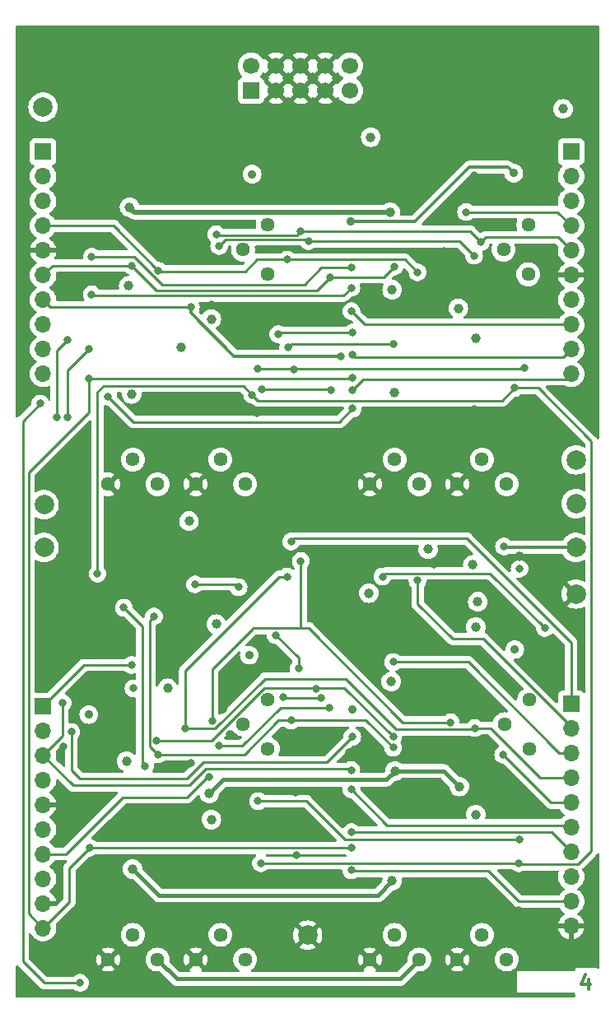
<source format=gbr>
%TF.GenerationSoftware,KiCad,Pcbnew,7.0.7*%
%TF.CreationDate,2023-08-21T15:35:54+01:00*%
%TF.ProjectId,Quadraphone_Components,51756164-7261-4706-986f-6e655f436f6d,rev?*%
%TF.SameCoordinates,Original*%
%TF.FileFunction,Copper,L4,Bot*%
%TF.FilePolarity,Positive*%
%FSLAX46Y46*%
G04 Gerber Fmt 4.6, Leading zero omitted, Abs format (unit mm)*
G04 Created by KiCad (PCBNEW 7.0.7) date 2023-08-21 15:35:54*
%MOMM*%
%LPD*%
G01*
G04 APERTURE LIST*
%ADD10C,0.300000*%
%TA.AperFunction,NonConductor*%
%ADD11C,0.300000*%
%TD*%
%TA.AperFunction,ComponentPad*%
%ADD12C,2.000000*%
%TD*%
%TA.AperFunction,ComponentPad*%
%ADD13C,1.440000*%
%TD*%
%TA.AperFunction,ComponentPad*%
%ADD14R,1.700000X1.700000*%
%TD*%
%TA.AperFunction,ComponentPad*%
%ADD15C,1.700000*%
%TD*%
%TA.AperFunction,ComponentPad*%
%ADD16O,1.700000X1.700000*%
%TD*%
%TA.AperFunction,ViaPad*%
%ADD17C,0.800000*%
%TD*%
%TA.AperFunction,ViaPad*%
%ADD18C,1.000000*%
%TD*%
%TA.AperFunction,ViaPad*%
%ADD19C,0.900000*%
%TD*%
%TA.AperFunction,Conductor*%
%ADD20C,0.500000*%
%TD*%
%TA.AperFunction,Conductor*%
%ADD21C,0.400000*%
%TD*%
%TA.AperFunction,Conductor*%
%ADD22C,0.250000*%
%TD*%
%TA.AperFunction,Conductor*%
%ADD23C,0.300000*%
%TD*%
G04 APERTURE END LIST*
D10*
D11*
X108885715Y-148178328D02*
X108885715Y-149178328D01*
X108528572Y-147606900D02*
X108171429Y-148678328D01*
X108171429Y-148678328D02*
X109100000Y-148678328D01*
D12*
%TO.P,TP6,1,1*%
%TO.N,-5V*%
X52800000Y-58400000D03*
%TD*%
D13*
%TO.P,HF_Track_Trim3,1,1*%
%TO.N,GND*%
X68500000Y-146100000D03*
%TO.P,HF_Track_Trim3,2,2*%
%TO.N,Net-(HF_Track_Trim3-Pad2)*%
X71040000Y-143560000D03*
%TO.P,HF_Track_Trim3,3,3*%
%TO.N,/OSCVoice3/HF_Track*%
X73580000Y-146100000D03*
%TD*%
%TO.P,HF_Track_Trim1,1,1*%
%TO.N,GND*%
X68500000Y-97200000D03*
%TO.P,HF_Track_Trim1,2,2*%
%TO.N,Net-(HF_Track_Trim1-Pad2)*%
X71040000Y-94660000D03*
%TO.P,HF_Track_Trim1,3,3*%
%TO.N,/OSCVoice1/HF_Track*%
X73580000Y-97200000D03*
%TD*%
%TO.P,Base_Freq_Trim4,1,1*%
%TO.N,GND*%
X86400000Y-146100000D03*
%TO.P,Base_Freq_Trim4,2,2*%
%TO.N,Net-(Base_Freq_Trim4-Pad2)*%
X88940000Y-143560000D03*
%TO.P,Base_Freq_Trim4,3,3*%
%TO.N,+5V*%
X91480000Y-146100000D03*
%TD*%
%TO.P,Expo_Trim2,1*%
%TO.N,Net-(Expo_Trim2-Pad1)*%
X102700000Y-75600000D03*
%TO.P,Expo_Trim2,2*%
%TO.N,+2V5*%
X100160000Y-73060000D03*
%TO.P,Expo_Trim2,3*%
%TO.N,N/C*%
X102700000Y-70520000D03*
%TD*%
D12*
%TO.P,TP7,1,1*%
%TO.N,-12V*%
X52900000Y-103700000D03*
%TD*%
D13*
%TO.P,Base_Freq_Trim1,1,1*%
%TO.N,GND*%
X59500000Y-97200000D03*
%TO.P,Base_Freq_Trim1,2,2*%
%TO.N,Net-(Base_Freq_Trim1-Pad2)*%
X62040000Y-94660000D03*
%TO.P,Base_Freq_Trim1,3,3*%
%TO.N,+5V*%
X64580000Y-97200000D03*
%TD*%
%TO.P,Expo_Trim3,1*%
%TO.N,Net-(Expo_Trim3-Pad1)*%
X75900000Y-124425000D03*
%TO.P,Expo_Trim3,2*%
%TO.N,+2V5*%
X73360000Y-121885000D03*
%TO.P,Expo_Trim3,3*%
%TO.N,N/C*%
X75900000Y-119345000D03*
%TD*%
D12*
%TO.P,TP5,1,1*%
%TO.N,GND*%
X107600000Y-108500000D03*
%TD*%
D13*
%TO.P,Expo_Trim4,1*%
%TO.N,Net-(Expo_Trim4-Pad1)*%
X102800000Y-124425000D03*
%TO.P,Expo_Trim4,2*%
%TO.N,+2V5*%
X100260000Y-121885000D03*
%TO.P,Expo_Trim4,3*%
%TO.N,N/C*%
X102800000Y-119345000D03*
%TD*%
D12*
%TO.P,TP8,1,1*%
%TO.N,/2.5V_Test*%
X107600000Y-103700000D03*
%TD*%
%TO.P,TP2,1,1*%
%TO.N,+5V*%
X107600000Y-94700000D03*
%TD*%
%TO.P,TP4,1,1*%
%TO.N,GND*%
X80000000Y-143600000D03*
%TD*%
D13*
%TO.P,Base_Freq_Trim2,1,1*%
%TO.N,GND*%
X86400000Y-97200000D03*
%TO.P,Base_Freq_Trim2,2,2*%
%TO.N,Net-(Base_Freq_Trim2-Pad2)*%
X88940000Y-94660000D03*
%TO.P,Base_Freq_Trim2,3,3*%
%TO.N,+5V*%
X91480000Y-97200000D03*
%TD*%
%TO.P,Expo_Trim1,1*%
%TO.N,Net-(Expo_Trim1-Pad1)*%
X75900000Y-75600000D03*
%TO.P,Expo_Trim1,2*%
%TO.N,+2V5*%
X73360000Y-73060000D03*
%TO.P,Expo_Trim1,3*%
%TO.N,N/C*%
X75900000Y-70520000D03*
%TD*%
%TO.P,Base_Freq_Trim3,1,1*%
%TO.N,GND*%
X59500000Y-146100000D03*
%TO.P,Base_Freq_Trim3,2,2*%
%TO.N,Net-(Base_Freq_Trim3-Pad2)*%
X62040000Y-143560000D03*
%TO.P,Base_Freq_Trim3,3,3*%
%TO.N,+5V*%
X64580000Y-146100000D03*
%TD*%
D12*
%TO.P,TP3,1,1*%
%TO.N,+2V5*%
X107600000Y-99200000D03*
%TD*%
D13*
%TO.P,HF_Track_Trim2,1,1*%
%TO.N,GND*%
X95400000Y-97200000D03*
%TO.P,HF_Track_Trim2,2,2*%
%TO.N,Net-(HF_Track_Trim2-Pad2)*%
X97940000Y-94660000D03*
%TO.P,HF_Track_Trim2,3,3*%
%TO.N,/OSCVoice2/HF_Track*%
X100480000Y-97200000D03*
%TD*%
%TO.P,HF_Track_Trim4,1,1*%
%TO.N,GND*%
X95400000Y-146100000D03*
%TO.P,HF_Track_Trim4,2,2*%
%TO.N,Net-(HF_Track_Trim4-Pad2)*%
X97940000Y-143560000D03*
%TO.P,HF_Track_Trim4,3,3*%
%TO.N,/OSCVoice4/HF_Track*%
X100480000Y-146100000D03*
%TD*%
D14*
%TO.P,J5,1,Pin_1*%
%TO.N,/-12V_IN*%
X74200000Y-56700000D03*
D15*
%TO.P,J5,2,Pin_2*%
X74200000Y-54160000D03*
%TO.P,J5,3,Pin_3*%
%TO.N,GND*%
X76740000Y-56700000D03*
%TO.P,J5,4,Pin_4*%
X76740000Y-54160000D03*
%TO.P,J5,5,Pin_5*%
X79280000Y-56700000D03*
%TO.P,J5,6,Pin_6*%
X79280000Y-54160000D03*
%TO.P,J5,7,Pin_7*%
X81820000Y-56700000D03*
%TO.P,J5,8,Pin_8*%
X81820000Y-54160000D03*
%TO.P,J5,9,Pin_9*%
%TO.N,/+12V_IN*%
X84360000Y-56700000D03*
%TO.P,J5,10,Pin_10*%
X84360000Y-54160000D03*
%TD*%
D12*
%TO.P,TP1,1,1*%
%TO.N,+12V*%
X52900000Y-99300000D03*
%TD*%
D14*
%TO.P,J4,1,Pin_1*%
%TO.N,/LIN_FREQ_IN*%
X107100000Y-119800000D03*
D16*
%TO.P,J4,2,Pin_2*%
%TO.N,/SOFT_SYNCH_SW*%
X107100000Y-122340000D03*
%TO.P,J4,3,Pin_3*%
%TO.N,/MIX_OUT4*%
X107100000Y-124880000D03*
%TO.P,J4,4,Pin_4*%
%TO.N,/TRIANGLE_SW*%
X107100000Y-127420000D03*
%TO.P,J4,5,Pin_5*%
%TO.N,/SYNCH_SIGNAL4*%
X107100000Y-129960000D03*
%TO.P,J4,6,Pin_6*%
%TO.N,/PWM_CV4*%
X107100000Y-132500000D03*
%TO.P,J4,7,Pin_7*%
%TO.N,/V_PER_OCT4*%
X107100000Y-135040000D03*
%TO.P,J4,8,Pin_8*%
%TO.N,/OCT_TUNE*%
X107100000Y-137580000D03*
%TO.P,J4,9,Pin_9*%
%TO.N,/FREQ_MOD4*%
X107100000Y-140120000D03*
%TO.P,J4,10,Pin_10*%
%TO.N,GND*%
X107100000Y-142660000D03*
%TD*%
D14*
%TO.P,J3,1,Pin_1*%
%TO.N,/MIX_OUT3*%
X52800000Y-120000000D03*
D16*
%TO.P,J3,2,Pin_2*%
%TO.N,/PWM_CV*%
X52800000Y-122540000D03*
%TO.P,J3,3,Pin_3*%
%TO.N,/PWM_POT*%
X52800000Y-125080000D03*
%TO.P,J3,4,Pin_4*%
%TO.N,/PWM_CV3*%
X52800000Y-127620000D03*
%TO.P,J3,5,Pin_5*%
%TO.N,GND*%
X52800000Y-130160000D03*
%TO.P,J3,6,Pin_6*%
%TO.N,/V_PER_OCT3*%
X52800000Y-132700000D03*
%TO.P,J3,7,Pin_7*%
%TO.N,/SYNCH_SIGNAL3*%
X52800000Y-135240000D03*
%TO.P,J3,8,Pin_8*%
%TO.N,/FREQ_MOD3*%
X52800000Y-137780000D03*
%TO.P,J3,9,Pin_9*%
%TO.N,GND*%
X52800000Y-140320000D03*
%TO.P,J3,10,Pin_10*%
%TO.N,/FINE_TUNE*%
X52800000Y-142860000D03*
%TD*%
D14*
%TO.P,J2,1,Pin_1*%
%TO.N,+12V*%
X107100000Y-63000000D03*
D16*
%TO.P,J2,2,Pin_2*%
%TO.N,+5V*%
X107100000Y-65540000D03*
%TO.P,J2,3,Pin_3*%
%TO.N,+2V5*%
X107100000Y-68080000D03*
%TO.P,J2,4,Pin_4*%
%TO.N,/MIX_OUT2*%
X107100000Y-70620000D03*
%TO.P,J2,5,Pin_5*%
%TO.N,/PULSE_SW*%
X107100000Y-73160000D03*
%TO.P,J2,6,Pin_6*%
%TO.N,GND*%
X107100000Y-75700000D03*
%TO.P,J2,7,Pin_7*%
%TO.N,/SYNCH_SIGNAL2*%
X107100000Y-78240000D03*
%TO.P,J2,8,Pin_8*%
%TO.N,/PWM_CV2*%
X107100000Y-80780000D03*
%TO.P,J2,9,Pin_9*%
%TO.N,/V_PER_OCT2*%
X107100000Y-83320000D03*
%TO.P,J2,10,Pin_10*%
%TO.N,/FREQ_MOD2*%
X107100000Y-85860000D03*
%TD*%
D14*
%TO.P,J1,1,Pin_1*%
%TO.N,-5V*%
X52800000Y-63000000D03*
D16*
%TO.P,J1,2,Pin_2*%
%TO.N,-12V*%
X52800000Y-65540000D03*
%TO.P,J1,3,Pin_3*%
%TO.N,/MIX_OUT1*%
X52800000Y-68080000D03*
%TO.P,J1,4,Pin_4*%
%TO.N,/HARD_SYNCH_SW*%
X52800000Y-70620000D03*
%TO.P,J1,5,Pin_5*%
%TO.N,GND*%
X52800000Y-73160000D03*
%TO.P,J1,6,Pin_6*%
%TO.N,/SAW_SW*%
X52800000Y-75700000D03*
%TO.P,J1,7,Pin_7*%
%TO.N,/SYNCH_SIGNAL1*%
X52800000Y-78240000D03*
%TO.P,J1,8,Pin_8*%
%TO.N,/PWM_CV1*%
X52800000Y-80780000D03*
%TO.P,J1,9,Pin_9*%
%TO.N,/V_PER_OCT1*%
X52800000Y-83320000D03*
%TO.P,J1,10,Pin_10*%
%TO.N,/FREQ_MOD1*%
X52800000Y-85860000D03*
%TD*%
D17*
%TO.N,GND*%
X94900000Y-126000000D03*
X51100000Y-56000000D03*
X72000000Y-122900000D03*
X59300000Y-56600000D03*
X68000000Y-125900000D03*
X95100000Y-52900000D03*
X92000000Y-113400000D03*
X97100000Y-65400000D03*
X94000000Y-73200000D03*
X80700000Y-124800000D03*
X83700000Y-112600000D03*
X75200000Y-66800000D03*
X75800000Y-115900000D03*
D18*
X101800000Y-104600000D03*
D17*
X67400000Y-72100000D03*
X74800000Y-89900000D03*
X57500000Y-57500000D03*
X84300000Y-124800000D03*
X65400000Y-64100000D03*
X101200000Y-112800000D03*
X103600000Y-52200000D03*
X66000000Y-99800000D03*
X74100000Y-106700000D03*
X97000000Y-114300000D03*
X78840145Y-135375500D03*
X97000000Y-138200000D03*
X54800000Y-69600000D03*
X70200000Y-89700000D03*
X98300000Y-121000000D03*
X65100000Y-113000000D03*
X54900000Y-124200000D03*
X75100000Y-137800000D03*
X92349312Y-64149312D03*
X97100000Y-89500000D03*
X93000000Y-105500000D03*
X78800000Y-128900000D03*
X57500000Y-117700000D03*
X70200000Y-65400000D03*
X93400000Y-51000000D03*
X97300000Y-77700000D03*
X61100000Y-58700000D03*
D18*
X100000000Y-100900000D03*
D17*
X70100000Y-78700000D03*
X70100000Y-138100000D03*
X100300000Y-61800000D03*
X91700000Y-52900000D03*
X101212299Y-88912299D03*
X90200000Y-118300000D03*
X93100000Y-108700000D03*
X108000000Y-52900000D03*
X102600000Y-64300000D03*
X63700000Y-106800000D03*
X57500000Y-75900000D03*
X101600000Y-137800000D03*
X71300000Y-120400000D03*
X74900000Y-63700000D03*
X101700000Y-141000000D03*
X72900000Y-109400000D03*
D18*
%TO.N,+2V5*%
X67000000Y-83100000D03*
X70100000Y-131700000D03*
X97300000Y-131200000D03*
X97000000Y-105500000D03*
X67800000Y-101000000D03*
X97287500Y-82187500D03*
%TO.N,+12V*%
X65600000Y-118200000D03*
X88500000Y-69200000D03*
X61700000Y-68700000D03*
D17*
X62100000Y-118200000D03*
D18*
X88600000Y-117500000D03*
%TO.N,+5V*%
X61600000Y-76800000D03*
X86300000Y-108400000D03*
X70100000Y-80200000D03*
X69891477Y-129013471D03*
X97512500Y-109300000D03*
X89000000Y-126700000D03*
X95500000Y-79100000D03*
X95600000Y-128300000D03*
X88700000Y-77200000D03*
X106268750Y-58600000D03*
X92400000Y-103900000D03*
X61400000Y-125700000D03*
D17*
%TO.N,/Start_Pulse*%
X74300000Y-88000000D03*
X101299999Y-87299998D03*
X101700000Y-136200000D03*
X58400000Y-106400000D03*
X75200000Y-136200000D03*
D18*
%TO.N,-12V*%
X61900000Y-87924500D03*
X97300000Y-111900000D03*
X62000000Y-136800000D03*
X70600000Y-111600000D03*
X88900000Y-87775500D03*
X86500000Y-61500000D03*
X88700000Y-138000000D03*
D17*
%TO.N,/LIN_FREQ_IN*%
X78300000Y-103100000D03*
%TO.N,/Linear_Frequency*%
X74900000Y-85300000D03*
X78575500Y-85367398D03*
X101800000Y-133724500D03*
X74900000Y-129800000D03*
X102300000Y-85200000D03*
%TO.N,/OSCVoice1/PWM_Control*%
X55300000Y-90300000D03*
X57500000Y-83300000D03*
%TO.N,/OSCVoice2/PWM_Control*%
X78000000Y-83100000D03*
X88800000Y-82800000D03*
D19*
%TO.N,-5V*%
X84400000Y-70200000D03*
X74300000Y-65300000D03*
X74010756Y-114789244D03*
X101300000Y-114200000D03*
X101200000Y-65200000D03*
X57499312Y-120899312D03*
X84600000Y-120400000D03*
D17*
%TO.N,/OSCVoice4/PWM_Control*%
X76700000Y-112724500D03*
X79075500Y-116179791D03*
%TO.N,/OSCVoice3/PWM_Control*%
X61100000Y-109900000D03*
X63300000Y-126200000D03*
%TO.N,/HARD_SYNCH_SW*%
X88800000Y-124300000D03*
X91300000Y-75400000D03*
X78300000Y-121500000D03*
X64652451Y-75227852D03*
X77900000Y-74100000D03*
X64200000Y-110800000D03*
X64600000Y-125000000D03*
%TO.N,/SOFT_SYNCH_SW*%
X91300000Y-107100000D03*
%TO.N,/PULSE_SW*%
X79300000Y-71200000D03*
X94700000Y-121700000D03*
X70600000Y-71500000D03*
X70185350Y-121575500D03*
X97800000Y-72300000D03*
X79300000Y-105098062D03*
%TO.N,/TRIANGLE_SW*%
X97200000Y-122300000D03*
X67400000Y-122300000D03*
X77900000Y-106700000D03*
X97125652Y-73687174D03*
X70900000Y-72700000D03*
X80100000Y-72200000D03*
%TO.N,/SAW_SW*%
X61900000Y-74700000D03*
X88800000Y-123200000D03*
X88921767Y-74824500D03*
X80875500Y-118243082D03*
X82300000Y-75900000D03*
X64481868Y-123614805D03*
%TO.N,/PWM_POT*%
X57800000Y-77675500D03*
X84500000Y-126600000D03*
X54800000Y-119700000D03*
X84500000Y-77000000D03*
%TO.N,/FINE_TUNE*%
X57500000Y-86300000D03*
X57600000Y-134600000D03*
X84600000Y-86242898D03*
X84500000Y-134600000D03*
%TO.N,/OCT_TUNE*%
X101800000Y-105900000D03*
%TO.N,/SYNCH_SIGNAL3*%
X69900000Y-127300000D03*
X82200000Y-120200000D03*
X70900000Y-124100000D03*
%TO.N,/MIX_OUT3*%
X61900000Y-115800000D03*
%TO.N,/SYNCH_SIGNAL4*%
X100108761Y-125021904D03*
%TO.N,/V_PER_OCT4*%
X84500000Y-133000000D03*
%TO.N,/FREQ_MOD4*%
X84497515Y-136924500D03*
%TO.N,/PWM_CV4*%
X84500000Y-128600000D03*
%TO.N,/MIX_OUT4*%
X88800000Y-115500000D03*
%TO.N,/SYNCH_SIGNAL1*%
X83437500Y-84037500D03*
X68000000Y-79000000D03*
%TO.N,/SYNCH_SIGNAL2*%
X87700000Y-106700000D03*
X104400000Y-112000000D03*
%TO.N,/V_PER_OCT2*%
X84600000Y-83918398D03*
%TO.N,/FREQ_MOD2*%
X84600000Y-87500000D03*
%TO.N,/PWM_CV2*%
X84500000Y-79400000D03*
%TO.N,/MIX_OUT2*%
X96300000Y-69200000D03*
%TO.N,/PWM_CV*%
X84524500Y-74900000D03*
X55700000Y-122700000D03*
X57800000Y-73800000D03*
X84600000Y-123200000D03*
%TO.N,/OSCVoice1/Soft_Synch*%
X82374001Y-87500000D03*
X75300000Y-87400000D03*
%TO.N,/OSCVoice3/Soft_Synch*%
X77500000Y-119100000D03*
X81400000Y-119200000D03*
%TO.N,/OSCVoice1/PWM_Opamp_Mix*%
X54200000Y-90300000D03*
X55300000Y-82400000D03*
%TO.N,/OSCVoice2/PWM_Opamp_Mix*%
X76963756Y-81763756D03*
X84600000Y-81600000D03*
%TO.N,/OSCVoice4/PWM_Opamp_Mix*%
X68424500Y-107500000D03*
X72900000Y-107800000D03*
%TO.N,/2.5V_Test*%
X100200000Y-103600000D03*
%TO.N,/Oct_Buff*%
X84643082Y-89424500D03*
X59500000Y-88200000D03*
X56600000Y-148500000D03*
X52500000Y-88900000D03*
%TD*%
D20*
%TO.N,+12V*%
X62200000Y-69200000D02*
X61700000Y-68700000D01*
X88500000Y-69200000D02*
X62200000Y-69200000D01*
D21*
%TO.N,+5V*%
X91480000Y-146100000D02*
X89480000Y-148100000D01*
X66580000Y-148100000D02*
X64580000Y-146100000D01*
X94000000Y-126700000D02*
X89000000Y-126700000D01*
X88100000Y-127600000D02*
X71304948Y-127600000D01*
X71304948Y-127600000D02*
X69891477Y-129013471D01*
X89000000Y-126700000D02*
X88100000Y-127600000D01*
X95600000Y-128300000D02*
X94000000Y-126700000D01*
X66580000Y-148100000D02*
X89480000Y-148100000D01*
D22*
%TO.N,/Start_Pulse*%
X101700000Y-136200000D02*
X101800000Y-136300000D01*
X59000500Y-87099500D02*
X58400000Y-87700000D01*
X99999997Y-88600000D02*
X101299999Y-87299998D01*
X101700000Y-136200000D02*
X75200000Y-136200000D01*
X109200000Y-92800000D02*
X103699998Y-87299998D01*
X101800000Y-136300000D02*
X107800000Y-136300000D01*
X74300000Y-88000000D02*
X73399500Y-87099500D01*
X103699998Y-87299998D02*
X101299999Y-87299998D01*
X109200000Y-134900000D02*
X109200000Y-92800000D01*
X74900000Y-88600000D02*
X99999997Y-88600000D01*
X74300000Y-88000000D02*
X74900000Y-88600000D01*
X73399500Y-87099500D02*
X59000500Y-87099500D01*
X107800000Y-136300000D02*
X109200000Y-134900000D01*
X58400000Y-87700000D02*
X58400000Y-106400000D01*
D21*
%TO.N,-12V*%
X87200000Y-139500000D02*
X88700000Y-138000000D01*
X62000000Y-136800000D02*
X64700000Y-139500000D01*
X64700000Y-139500000D02*
X87200000Y-139500000D01*
D22*
%TO.N,/LIN_FREQ_IN*%
X107100000Y-119800000D02*
X107100000Y-113500000D01*
X96400000Y-102800000D02*
X78600000Y-102800000D01*
X78600000Y-102800000D02*
X78300000Y-103100000D01*
X107100000Y-113500000D02*
X96400000Y-102800000D01*
%TO.N,/Linear_Frequency*%
X78508102Y-85300000D02*
X78575500Y-85367398D01*
X83850499Y-133750499D02*
X101774001Y-133750499D01*
X74900000Y-129800000D02*
X79900000Y-129800000D01*
X101774001Y-133750499D02*
X101800000Y-133724500D01*
X79900000Y-129800000D02*
X83850499Y-133750499D01*
X102100000Y-85300000D02*
X102200000Y-85200000D01*
X78775500Y-85300000D02*
X102100000Y-85300000D01*
X74900000Y-85300000D02*
X78508102Y-85300000D01*
%TO.N,/OSCVoice1/PWM_Control*%
X57500000Y-83300000D02*
X55300000Y-85500000D01*
X55300000Y-85500000D02*
X55300000Y-90300000D01*
%TO.N,/OSCVoice2/PWM_Control*%
X78300000Y-82800000D02*
X78000000Y-83100000D01*
X88800000Y-82800000D02*
X78300000Y-82800000D01*
D23*
%TO.N,-5V*%
X100600000Y-64600000D02*
X101200000Y-65200000D01*
X96600000Y-64600000D02*
X100600000Y-64600000D01*
X84400000Y-70200000D02*
X91000000Y-70200000D01*
X91000000Y-70200000D02*
X96600000Y-64600000D01*
D22*
%TO.N,/OSCVoice4/PWM_Control*%
X76724500Y-112724500D02*
X76700000Y-112724500D01*
X79075500Y-115075500D02*
X76724500Y-112724500D01*
X79075500Y-116179791D02*
X79075500Y-115075500D01*
%TO.N,/OSCVoice3/PWM_Control*%
X61100000Y-109900000D02*
X63000000Y-111800000D01*
X63000000Y-111800000D02*
X63000000Y-125900000D01*
X63000000Y-125900000D02*
X63300000Y-126200000D01*
%TO.N,/HARD_SYNCH_SW*%
X77000000Y-121500000D02*
X73500000Y-125000000D01*
X88800000Y-124300000D02*
X86000000Y-121500000D01*
X63757368Y-111242632D02*
X63757368Y-124157368D01*
X74800000Y-74100000D02*
X77900000Y-74100000D01*
X74800000Y-74100000D02*
X73600000Y-75300000D01*
X64724599Y-75300000D02*
X64652451Y-75227852D01*
X52820000Y-70600000D02*
X52800000Y-70620000D01*
X78100000Y-74100000D02*
X90000000Y-74100000D01*
X73500000Y-125000000D02*
X64600000Y-125000000D01*
X91300000Y-75400000D02*
X90000000Y-74100000D01*
X60024599Y-70600000D02*
X52820000Y-70600000D01*
X64652451Y-75227852D02*
X60024599Y-70600000D01*
X63757368Y-124157368D02*
X64600000Y-125000000D01*
X78500000Y-121500000D02*
X86000000Y-121500000D01*
X78300000Y-121500000D02*
X77000000Y-121500000D01*
X64200000Y-110800000D02*
X63757368Y-111242632D01*
X73600000Y-75300000D02*
X64724599Y-75300000D01*
%TO.N,/SOFT_SYNCH_SW*%
X91300000Y-109500000D02*
X91300000Y-107100000D01*
X98032854Y-113100000D02*
X94900000Y-113100000D01*
X107100000Y-122167146D02*
X98032854Y-113100000D01*
X107100000Y-122340000D02*
X107100000Y-122167146D01*
X94900000Y-113100000D02*
X91300000Y-109500000D01*
%TO.N,/PULSE_SW*%
X74400000Y-112000000D02*
X74350000Y-112050000D01*
X96700000Y-71200000D02*
X79300000Y-71200000D01*
X70600000Y-71500000D02*
X70665499Y-71565499D01*
X79400000Y-112000000D02*
X80100000Y-112000000D01*
X79400000Y-112000000D02*
X79300000Y-111900000D01*
X98300000Y-71800000D02*
X105740000Y-71800000D01*
X78934501Y-71565499D02*
X79300000Y-71200000D01*
X70185350Y-116214650D02*
X74350000Y-112050000D01*
X70185350Y-121575500D02*
X70185350Y-116214650D01*
X80100000Y-112000000D02*
X89800000Y-121700000D01*
X79300000Y-111900000D02*
X79300000Y-105098062D01*
X89800000Y-121700000D02*
X94700000Y-121700000D01*
X97800000Y-72300000D02*
X96700000Y-71200000D01*
X97800000Y-72300000D02*
X98300000Y-71800000D01*
X70665499Y-71565499D02*
X78934501Y-71565499D01*
X105740000Y-71800000D02*
X107100000Y-73160000D01*
X74400000Y-112000000D02*
X79400000Y-112000000D01*
%TO.N,/TRIANGLE_SW*%
X107100000Y-127420000D02*
X103920000Y-127420000D01*
X75600000Y-117200000D02*
X70500000Y-122300000D01*
X103920000Y-127420000D02*
X98800000Y-122300000D01*
X83900000Y-117200000D02*
X75600000Y-117200000D01*
X77100000Y-106700000D02*
X67400000Y-116400000D01*
X70500000Y-122300000D02*
X67400000Y-122300000D01*
X95638478Y-72200000D02*
X80400000Y-72200000D01*
X67400000Y-116400000D02*
X67400000Y-122300000D01*
X80100000Y-72200000D02*
X79915000Y-72015000D01*
X97125652Y-73687174D02*
X95638478Y-72200000D01*
X97200000Y-122300000D02*
X97075500Y-122424500D01*
X79915000Y-72015000D02*
X71585000Y-72015000D01*
X89124500Y-122424500D02*
X83900000Y-117200000D01*
X97075500Y-122424500D02*
X89124500Y-122424500D01*
X71585000Y-72015000D02*
X70900000Y-72700000D01*
X98800000Y-122300000D02*
X97200000Y-122300000D01*
X77900000Y-106700000D02*
X77100000Y-106700000D01*
%TO.N,/SAW_SW*%
X64445000Y-77245000D02*
X80955000Y-77245000D01*
X75550000Y-118200000D02*
X70150000Y-123600000D01*
X80955000Y-77245000D02*
X82300000Y-75900000D01*
X64496673Y-123600000D02*
X64481868Y-123614805D01*
X61900000Y-74700000D02*
X53800000Y-74700000D01*
X53800000Y-74700000D02*
X52800000Y-75700000D01*
X83800000Y-118200000D02*
X75550000Y-118200000D01*
X88921767Y-74824500D02*
X87846267Y-75900000D01*
X61900000Y-74700000D02*
X64445000Y-77245000D01*
X70150000Y-123600000D02*
X64496673Y-123600000D01*
X88800000Y-123200000D02*
X83800000Y-118200000D01*
X87846267Y-75900000D02*
X82300000Y-75900000D01*
%TO.N,/PWM_POT*%
X69500000Y-126500000D02*
X84400000Y-126500000D01*
X57924500Y-77800000D02*
X57800000Y-77675500D01*
X84500000Y-77000000D02*
X83700000Y-77800000D01*
X52800000Y-125080000D02*
X54800000Y-123080000D01*
X52800000Y-125080000D02*
X55920000Y-128200000D01*
X54800000Y-123080000D02*
X54800000Y-119700000D01*
X67800000Y-128200000D02*
X69500000Y-126500000D01*
X84400000Y-126500000D02*
X84500000Y-126600000D01*
X83700000Y-77800000D02*
X57924500Y-77800000D01*
X55920000Y-128200000D02*
X67800000Y-128200000D01*
%TO.N,/FINE_TUNE*%
X51300000Y-141360000D02*
X51300000Y-96000000D01*
X57600000Y-134600000D02*
X55500000Y-136700000D01*
X55500000Y-140160000D02*
X52800000Y-142860000D01*
X55500000Y-136700000D02*
X55500000Y-140160000D01*
X57500000Y-89800000D02*
X57500000Y-86300000D01*
X57600000Y-134600000D02*
X84500000Y-134600000D01*
X52800000Y-142860000D02*
X51300000Y-141360000D01*
X84542898Y-86300000D02*
X84600000Y-86242898D01*
X57500000Y-86300000D02*
X84542898Y-86300000D01*
X51300000Y-96000000D02*
X57500000Y-89800000D01*
%TO.N,/SYNCH_SIGNAL3*%
X52800000Y-135240000D02*
X55160000Y-135240000D01*
X67600000Y-129400000D02*
X69700000Y-127300000D01*
X69700000Y-127300000D02*
X69900000Y-127300000D01*
X55160000Y-135240000D02*
X61000000Y-129400000D01*
X73300000Y-124100000D02*
X70900000Y-124100000D01*
X77200000Y-120200000D02*
X73300000Y-124100000D01*
X61000000Y-129400000D02*
X67600000Y-129400000D01*
X82200000Y-120200000D02*
X77200000Y-120200000D01*
%TO.N,/MIX_OUT3*%
X52800000Y-120000000D02*
X57000000Y-115800000D01*
X57000000Y-115800000D02*
X61900000Y-115800000D01*
%TO.N,/SYNCH_SIGNAL4*%
X107100000Y-129960000D02*
X105046857Y-129960000D01*
X105046857Y-129960000D02*
X100108761Y-125021904D01*
%TO.N,/V_PER_OCT4*%
X107100000Y-135040000D02*
X105060000Y-133000000D01*
X105060000Y-133000000D02*
X84500000Y-133000000D01*
%TO.N,/FREQ_MOD4*%
X84573015Y-137000000D02*
X84497515Y-136924500D01*
X101720000Y-140120000D02*
X98600000Y-137000000D01*
X98600000Y-137000000D02*
X84573015Y-137000000D01*
X107100000Y-140120000D02*
X101720000Y-140120000D01*
%TO.N,/PWM_CV4*%
X106900000Y-132300000D02*
X88200000Y-132300000D01*
X107100000Y-132500000D02*
X106900000Y-132300000D01*
X88200000Y-132300000D02*
X84500000Y-128600000D01*
%TO.N,/MIX_OUT4*%
X107100000Y-124880000D02*
X105897919Y-124880000D01*
X96517919Y-115500000D02*
X88800000Y-115500000D01*
X105897919Y-124880000D02*
X96517919Y-115500000D01*
D23*
%TO.N,/SYNCH_SIGNAL1*%
X68000000Y-79600000D02*
X72437500Y-84037500D01*
X68000000Y-79000000D02*
X68000000Y-79600000D01*
D22*
X53560000Y-79000000D02*
X68000000Y-79000000D01*
D23*
X72437500Y-84037500D02*
X83437500Y-84037500D01*
D22*
X52800000Y-78240000D02*
X53560000Y-79000000D01*
%TO.N,/SYNCH_SIGNAL2*%
X104400000Y-112000000D02*
X98775500Y-106375500D01*
X88024500Y-106375500D02*
X87700000Y-106700000D01*
X98775500Y-106375500D02*
X88024500Y-106375500D01*
%TO.N,/V_PER_OCT2*%
X106250000Y-84170000D02*
X84851602Y-84170000D01*
X107100000Y-83320000D02*
X106250000Y-84170000D01*
X84851602Y-84170000D02*
X84600000Y-83918398D01*
%TO.N,/FREQ_MOD2*%
X106560000Y-86400000D02*
X85700000Y-86400000D01*
X107100000Y-85860000D02*
X106560000Y-86400000D01*
X85700000Y-86400000D02*
X84600000Y-87500000D01*
%TO.N,/PWM_CV2*%
X85880000Y-80780000D02*
X84500000Y-79400000D01*
X107100000Y-80780000D02*
X85880000Y-80780000D01*
%TO.N,/MIX_OUT2*%
X105680000Y-69200000D02*
X107100000Y-70620000D01*
X96300000Y-69200000D02*
X105680000Y-69200000D01*
%TO.N,/PWM_CV*%
X81400000Y-74900000D02*
X79655000Y-76645000D01*
X67600000Y-127500000D02*
X56600000Y-127500000D01*
X84600000Y-123200000D02*
X82000000Y-125800000D01*
X82000000Y-125800000D02*
X69300000Y-125800000D01*
X79655000Y-76645000D02*
X65045000Y-76645000D01*
X84524500Y-74900000D02*
X81400000Y-74900000D01*
X69300000Y-125800000D02*
X67600000Y-127500000D01*
X56600000Y-127500000D02*
X55700000Y-126600000D01*
X62200000Y-73800000D02*
X57800000Y-73800000D01*
X55700000Y-126600000D02*
X55700000Y-122700000D01*
X65045000Y-76645000D02*
X62200000Y-73800000D01*
%TO.N,/OSCVoice1/Soft_Synch*%
X75300000Y-87400000D02*
X82274001Y-87400000D01*
X82274001Y-87400000D02*
X82374001Y-87500000D01*
%TO.N,/OSCVoice3/Soft_Synch*%
X77600000Y-119200000D02*
X77500000Y-119100000D01*
X81400000Y-119200000D02*
X77600000Y-119200000D01*
%TO.N,/OSCVoice1/PWM_Opamp_Mix*%
X54200000Y-83500000D02*
X55300000Y-82400000D01*
X54200000Y-90300000D02*
X54200000Y-83500000D01*
%TO.N,/OSCVoice2/PWM_Opamp_Mix*%
X77127512Y-81600000D02*
X76963756Y-81763756D01*
X84600000Y-81600000D02*
X77127512Y-81600000D01*
%TO.N,/OSCVoice4/PWM_Opamp_Mix*%
X68424500Y-107500000D02*
X72600000Y-107500000D01*
X72600000Y-107500000D02*
X72900000Y-107800000D01*
D23*
%TO.N,/2.5V_Test*%
X100300000Y-103700000D02*
X107600000Y-103700000D01*
X100200000Y-103600000D02*
X100300000Y-103700000D01*
D22*
%TO.N,/Oct_Buff*%
X52900000Y-148500000D02*
X56600000Y-148500000D01*
X62100000Y-90800000D02*
X83267582Y-90800000D01*
X50700000Y-146300000D02*
X52900000Y-148500000D01*
X83267582Y-90800000D02*
X84643082Y-89424500D01*
X50700000Y-90700000D02*
X50700000Y-146300000D01*
X59500000Y-88200000D02*
X62100000Y-90800000D01*
X50700000Y-90700000D02*
X52500000Y-88900000D01*
%TD*%
%TA.AperFunction,Conductor*%
%TO.N,GND*%
G36*
X109939483Y-135148676D02*
G01*
X109987042Y-135201390D01*
X109999500Y-135256018D01*
X109999500Y-146888255D01*
X109979498Y-146956376D01*
X109925842Y-147002869D01*
X109855568Y-147012973D01*
X109790988Y-146983479D01*
X109784405Y-146977350D01*
X109758501Y-146951446D01*
X109758500Y-146951446D01*
X107512929Y-146951446D01*
X107512929Y-147174000D01*
X107492927Y-147242121D01*
X107439271Y-147288614D01*
X107386929Y-147300000D01*
X101500000Y-147300000D01*
X101500000Y-149500000D01*
X107386929Y-149500000D01*
X107455050Y-149520002D01*
X107501543Y-149573658D01*
X107512929Y-149626000D01*
X107512929Y-149873500D01*
X107492927Y-149941621D01*
X107439271Y-149988114D01*
X107386929Y-149999500D01*
X50126500Y-149999500D01*
X50058379Y-149979498D01*
X50011886Y-149925842D01*
X50000500Y-149873500D01*
X50000500Y-146802782D01*
X50020502Y-146734661D01*
X50074158Y-146688168D01*
X50144432Y-146678064D01*
X50209012Y-146707558D01*
X50228435Y-146728721D01*
X50234528Y-146737107D01*
X50262794Y-146760491D01*
X50270886Y-146767185D01*
X50275267Y-146771171D01*
X52004095Y-148500000D01*
X52392755Y-148888660D01*
X52402723Y-148901102D01*
X52402951Y-148900914D01*
X52407998Y-148907015D01*
X52408000Y-148907018D01*
X52408002Y-148907020D01*
X52408003Y-148907021D01*
X52459079Y-148954983D01*
X52480224Y-148976130D01*
X52480228Y-148976133D01*
X52480230Y-148976135D01*
X52485782Y-148980442D01*
X52490269Y-148984273D01*
X52512959Y-149005581D01*
X52524677Y-149016585D01*
X52524679Y-149016586D01*
X52542428Y-149026343D01*
X52558953Y-149037198D01*
X52574959Y-149049614D01*
X52616686Y-149067670D01*
X52618262Y-149068352D01*
X52623583Y-149070958D01*
X52664940Y-149093695D01*
X52664948Y-149093697D01*
X52684558Y-149098732D01*
X52703267Y-149105137D01*
X52721855Y-149113181D01*
X52768477Y-149120564D01*
X52774262Y-149121763D01*
X52819970Y-149133500D01*
X52840224Y-149133500D01*
X52859934Y-149135051D01*
X52862141Y-149135400D01*
X52879943Y-149138220D01*
X52913870Y-149135012D01*
X52926917Y-149133780D01*
X52932850Y-149133500D01*
X55891800Y-149133500D01*
X55959921Y-149153502D01*
X55985437Y-149175190D01*
X55988747Y-149178866D01*
X56143248Y-149291118D01*
X56317712Y-149368794D01*
X56504513Y-149408500D01*
X56695487Y-149408500D01*
X56882288Y-149368794D01*
X57056752Y-149291118D01*
X57211253Y-149178866D01*
X57252101Y-149133500D01*
X57339034Y-149036951D01*
X57339035Y-149036949D01*
X57339040Y-149036944D01*
X57434527Y-148871556D01*
X57493542Y-148689928D01*
X57513504Y-148500000D01*
X57493542Y-148310072D01*
X57434527Y-148128444D01*
X57339040Y-147963056D01*
X57339038Y-147963054D01*
X57339034Y-147963048D01*
X57211255Y-147821135D01*
X57056752Y-147708882D01*
X56882288Y-147631206D01*
X56695487Y-147591500D01*
X56504513Y-147591500D01*
X56317711Y-147631206D01*
X56143247Y-147708882D01*
X55988747Y-147821133D01*
X55985437Y-147824810D01*
X55924991Y-147862050D01*
X55891800Y-147866500D01*
X53214594Y-147866500D01*
X53146473Y-147846498D01*
X53125499Y-147829595D01*
X51395905Y-146100000D01*
X58267309Y-146100000D01*
X58286036Y-146314052D01*
X58341648Y-146521603D01*
X58341650Y-146521607D01*
X58432459Y-146716347D01*
X58470340Y-146770447D01*
X58958722Y-146282064D01*
X59021035Y-146248039D01*
X59091850Y-146253103D01*
X59148686Y-146295650D01*
X59160084Y-146313955D01*
X59172358Y-146338043D01*
X59172361Y-146338048D01*
X59261952Y-146427639D01*
X59261954Y-146427640D01*
X59261955Y-146427641D01*
X59286042Y-146439914D01*
X59337656Y-146488660D01*
X59354723Y-146557574D01*
X59331823Y-146624776D01*
X59317935Y-146641275D01*
X58829551Y-147129659D01*
X58829551Y-147129660D01*
X58883650Y-147167540D01*
X59078391Y-147258349D01*
X59078396Y-147258351D01*
X59285947Y-147313963D01*
X59500000Y-147332690D01*
X59714052Y-147313963D01*
X59921603Y-147258351D01*
X59921608Y-147258349D01*
X60116345Y-147167542D01*
X60170447Y-147129659D01*
X60170447Y-147129658D01*
X59682065Y-146641277D01*
X59648040Y-146578964D01*
X59653104Y-146508149D01*
X59695651Y-146451313D01*
X59713952Y-146439916D01*
X59738045Y-146427641D01*
X59827641Y-146338045D01*
X59839915Y-146313955D01*
X59888662Y-146262342D01*
X59957577Y-146245276D01*
X60024779Y-146268177D01*
X60041277Y-146282065D01*
X60529658Y-146770447D01*
X60529659Y-146770447D01*
X60567542Y-146716345D01*
X60658349Y-146521608D01*
X60658351Y-146521603D01*
X60713963Y-146314052D01*
X60732690Y-146100000D01*
X63346807Y-146100000D01*
X63365542Y-146314142D01*
X63371947Y-146338045D01*
X63421177Y-146521774D01*
X63421179Y-146521780D01*
X63512024Y-146716597D01*
X63524672Y-146734661D01*
X63635319Y-146892681D01*
X63787319Y-147044681D01*
X63963403Y-147167976D01*
X64158223Y-147258822D01*
X64365858Y-147314458D01*
X64580000Y-147333193D01*
X64734092Y-147319711D01*
X64803695Y-147333700D01*
X64834167Y-147356137D01*
X66062533Y-148584503D01*
X66065119Y-148587249D01*
X66106727Y-148634215D01*
X66158348Y-148669846D01*
X66161395Y-148672088D01*
X66210774Y-148710775D01*
X66220070Y-148714958D01*
X66239935Y-148726163D01*
X66248320Y-148731951D01*
X66248322Y-148731952D01*
X66248325Y-148731954D01*
X66248329Y-148731955D01*
X66248332Y-148731957D01*
X66274459Y-148741865D01*
X66306963Y-148754192D01*
X66310473Y-148755646D01*
X66367671Y-148781389D01*
X66377704Y-148783227D01*
X66399668Y-148789351D01*
X66409196Y-148792964D01*
X66409199Y-148792965D01*
X66471478Y-148800527D01*
X66475182Y-148801090D01*
X66536907Y-148812402D01*
X66599511Y-148808614D01*
X66603315Y-148808500D01*
X89456685Y-148808500D01*
X89460488Y-148808614D01*
X89523093Y-148812402D01*
X89584812Y-148801091D01*
X89588525Y-148800526D01*
X89650801Y-148792965D01*
X89660330Y-148789350D01*
X89682304Y-148783226D01*
X89692329Y-148781389D01*
X89749552Y-148755634D01*
X89753009Y-148754202D01*
X89811675Y-148731954D01*
X89820066Y-148726161D01*
X89839922Y-148714961D01*
X89849226Y-148710775D01*
X89898636Y-148672063D01*
X89901621Y-148669867D01*
X89953273Y-148634215D01*
X89994896Y-148587231D01*
X89997449Y-148584519D01*
X91225833Y-147356135D01*
X91288143Y-147322111D01*
X91325903Y-147319711D01*
X91480000Y-147333193D01*
X91694142Y-147314458D01*
X91901777Y-147258822D01*
X92096597Y-147167976D01*
X92272681Y-147044681D01*
X92424681Y-146892681D01*
X92547976Y-146716597D01*
X92638822Y-146521777D01*
X92694458Y-146314142D01*
X92713193Y-146100000D01*
X92713193Y-146099999D01*
X94167309Y-146099999D01*
X94186036Y-146314052D01*
X94241648Y-146521603D01*
X94241650Y-146521607D01*
X94332459Y-146716347D01*
X94370340Y-146770447D01*
X94858722Y-146282064D01*
X94921035Y-146248039D01*
X94991850Y-146253103D01*
X95048686Y-146295650D01*
X95060084Y-146313955D01*
X95072358Y-146338043D01*
X95072361Y-146338048D01*
X95161952Y-146427639D01*
X95161954Y-146427640D01*
X95161955Y-146427641D01*
X95186042Y-146439914D01*
X95237656Y-146488660D01*
X95254723Y-146557574D01*
X95231823Y-146624776D01*
X95217935Y-146641275D01*
X94729551Y-147129659D01*
X94729551Y-147129660D01*
X94783650Y-147167540D01*
X94978391Y-147258349D01*
X94978396Y-147258351D01*
X95185947Y-147313963D01*
X95400000Y-147332690D01*
X95614052Y-147313963D01*
X95821603Y-147258351D01*
X95821608Y-147258349D01*
X96016345Y-147167542D01*
X96070447Y-147129659D01*
X96070447Y-147129658D01*
X95582065Y-146641277D01*
X95548040Y-146578964D01*
X95553104Y-146508149D01*
X95595651Y-146451313D01*
X95613952Y-146439916D01*
X95638045Y-146427641D01*
X95727641Y-146338045D01*
X95739915Y-146313955D01*
X95788662Y-146262342D01*
X95857577Y-146245276D01*
X95924779Y-146268177D01*
X95941277Y-146282065D01*
X96429658Y-146770447D01*
X96429659Y-146770447D01*
X96467542Y-146716345D01*
X96558349Y-146521608D01*
X96558351Y-146521603D01*
X96613963Y-146314052D01*
X96632690Y-146100000D01*
X99246807Y-146100000D01*
X99265542Y-146314142D01*
X99271947Y-146338045D01*
X99321177Y-146521774D01*
X99321179Y-146521780D01*
X99412024Y-146716597D01*
X99424672Y-146734661D01*
X99535319Y-146892681D01*
X99687319Y-147044681D01*
X99863403Y-147167976D01*
X100058223Y-147258822D01*
X100265858Y-147314458D01*
X100480000Y-147333193D01*
X100694142Y-147314458D01*
X100901777Y-147258822D01*
X101096597Y-147167976D01*
X101272681Y-147044681D01*
X101424681Y-146892681D01*
X101547976Y-146716597D01*
X101638822Y-146521777D01*
X101694458Y-146314142D01*
X101713193Y-146100000D01*
X101694458Y-145885858D01*
X101638822Y-145678223D01*
X101547976Y-145483404D01*
X101547975Y-145483403D01*
X101547974Y-145483400D01*
X101424685Y-145307323D01*
X101424682Y-145307320D01*
X101424675Y-145307313D01*
X101272681Y-145155319D01*
X101211760Y-145112662D01*
X101096597Y-145032024D01*
X100901780Y-144941179D01*
X100901774Y-144941177D01*
X100814019Y-144917663D01*
X100694142Y-144885542D01*
X100480000Y-144866807D01*
X100265858Y-144885542D01*
X100058225Y-144941177D01*
X100058220Y-144941179D01*
X99863400Y-145032025D01*
X99687323Y-145155314D01*
X99687313Y-145155323D01*
X99535323Y-145307313D01*
X99535314Y-145307323D01*
X99412025Y-145483400D01*
X99321179Y-145678220D01*
X99321177Y-145678225D01*
X99271948Y-145861951D01*
X99265542Y-145885858D01*
X99246807Y-146100000D01*
X96632690Y-146100000D01*
X96632690Y-146099999D01*
X96613963Y-145885947D01*
X96558351Y-145678396D01*
X96558349Y-145678392D01*
X96467542Y-145483655D01*
X96429658Y-145429552D01*
X96429656Y-145429552D01*
X95941275Y-145917934D01*
X95878963Y-145951960D01*
X95808148Y-145946895D01*
X95751312Y-145904348D01*
X95739916Y-145886046D01*
X95727641Y-145861955D01*
X95727640Y-145861954D01*
X95727639Y-145861952D01*
X95638048Y-145772361D01*
X95638043Y-145772358D01*
X95613955Y-145760084D01*
X95562340Y-145711336D01*
X95545275Y-145642421D01*
X95568176Y-145575219D01*
X95582064Y-145558722D01*
X96070447Y-145070340D01*
X96016347Y-145032459D01*
X95821607Y-144941650D01*
X95821603Y-144941648D01*
X95614052Y-144886036D01*
X95400000Y-144867309D01*
X95185947Y-144886036D01*
X94978396Y-144941648D01*
X94978392Y-144941650D01*
X94783651Y-145032459D01*
X94729552Y-145070339D01*
X94729552Y-145070341D01*
X95217934Y-145558723D01*
X95251960Y-145621035D01*
X95246895Y-145691850D01*
X95204348Y-145748686D01*
X95186046Y-145760083D01*
X95161954Y-145772359D01*
X95161951Y-145772361D01*
X95072361Y-145861951D01*
X95072359Y-145861954D01*
X95060083Y-145886046D01*
X95011333Y-145937659D01*
X94942418Y-145954723D01*
X94875217Y-145931820D01*
X94858723Y-145917934D01*
X94370341Y-145429552D01*
X94370339Y-145429552D01*
X94332459Y-145483651D01*
X94241650Y-145678392D01*
X94241648Y-145678396D01*
X94186036Y-145885947D01*
X94167309Y-146099999D01*
X92713193Y-146099999D01*
X92694458Y-145885858D01*
X92638822Y-145678223D01*
X92547976Y-145483404D01*
X92547975Y-145483403D01*
X92547974Y-145483400D01*
X92424685Y-145307323D01*
X92424682Y-145307320D01*
X92424675Y-145307313D01*
X92272681Y-145155319D01*
X92211760Y-145112662D01*
X92096597Y-145032024D01*
X91901780Y-144941179D01*
X91901774Y-144941177D01*
X91814019Y-144917663D01*
X91694142Y-144885542D01*
X91480000Y-144866807D01*
X91265858Y-144885542D01*
X91058225Y-144941177D01*
X91058220Y-144941179D01*
X90863400Y-145032025D01*
X90687323Y-145155314D01*
X90687313Y-145155323D01*
X90535323Y-145307313D01*
X90535314Y-145307323D01*
X90412025Y-145483400D01*
X90321179Y-145678220D01*
X90321177Y-145678225D01*
X90265542Y-145885858D01*
X90246807Y-146100001D01*
X90260287Y-146254092D01*
X90246297Y-146323696D01*
X90223861Y-146354167D01*
X89223433Y-147354596D01*
X89161123Y-147388620D01*
X89134340Y-147391500D01*
X87096122Y-147391500D01*
X87028001Y-147371498D01*
X86981508Y-147317842D01*
X86971404Y-147247568D01*
X87000898Y-147182988D01*
X87023851Y-147162287D01*
X87070447Y-147129659D01*
X87070447Y-147129658D01*
X86582065Y-146641277D01*
X86548040Y-146578964D01*
X86553104Y-146508149D01*
X86595651Y-146451313D01*
X86613952Y-146439916D01*
X86638045Y-146427641D01*
X86727641Y-146338045D01*
X86739915Y-146313955D01*
X86788662Y-146262342D01*
X86857577Y-146245276D01*
X86924779Y-146268177D01*
X86941277Y-146282065D01*
X87429658Y-146770447D01*
X87429659Y-146770447D01*
X87467542Y-146716345D01*
X87558349Y-146521608D01*
X87558351Y-146521603D01*
X87613963Y-146314052D01*
X87632690Y-146099999D01*
X87613963Y-145885947D01*
X87558351Y-145678396D01*
X87558349Y-145678392D01*
X87467542Y-145483655D01*
X87429658Y-145429552D01*
X87429656Y-145429552D01*
X86941275Y-145917934D01*
X86878963Y-145951960D01*
X86808148Y-145946895D01*
X86751312Y-145904348D01*
X86739916Y-145886046D01*
X86727641Y-145861955D01*
X86727640Y-145861954D01*
X86727639Y-145861952D01*
X86638048Y-145772361D01*
X86638043Y-145772358D01*
X86613955Y-145760084D01*
X86562340Y-145711336D01*
X86545275Y-145642421D01*
X86568176Y-145575219D01*
X86582064Y-145558722D01*
X87070447Y-145070340D01*
X87016347Y-145032459D01*
X86821607Y-144941650D01*
X86821603Y-144941648D01*
X86614052Y-144886036D01*
X86400000Y-144867309D01*
X86185947Y-144886036D01*
X85978396Y-144941648D01*
X85978392Y-144941650D01*
X85783651Y-145032459D01*
X85729552Y-145070339D01*
X85729552Y-145070341D01*
X86217934Y-145558723D01*
X86251960Y-145621035D01*
X86246895Y-145691850D01*
X86204348Y-145748686D01*
X86186046Y-145760083D01*
X86161954Y-145772359D01*
X86161951Y-145772361D01*
X86072361Y-145861951D01*
X86072359Y-145861954D01*
X86060083Y-145886046D01*
X86011333Y-145937659D01*
X85942418Y-145954723D01*
X85875217Y-145931820D01*
X85858723Y-145917934D01*
X85370341Y-145429552D01*
X85370339Y-145429552D01*
X85332459Y-145483651D01*
X85241650Y-145678392D01*
X85241648Y-145678396D01*
X85186036Y-145885947D01*
X85167309Y-146099999D01*
X85186036Y-146314052D01*
X85241648Y-146521603D01*
X85241650Y-146521607D01*
X85332459Y-146716347D01*
X85370340Y-146770447D01*
X85858722Y-146282064D01*
X85921035Y-146248039D01*
X85991850Y-146253103D01*
X86048686Y-146295650D01*
X86060084Y-146313955D01*
X86072358Y-146338043D01*
X86072361Y-146338048D01*
X86161952Y-146427639D01*
X86161954Y-146427640D01*
X86161955Y-146427641D01*
X86186042Y-146439914D01*
X86237656Y-146488660D01*
X86254723Y-146557574D01*
X86231823Y-146624776D01*
X86217935Y-146641275D01*
X85729551Y-147129659D01*
X85729551Y-147129660D01*
X85776148Y-147162287D01*
X85820477Y-147217744D01*
X85827786Y-147288363D01*
X85795756Y-147351723D01*
X85734555Y-147387709D01*
X85703878Y-147391500D01*
X74276993Y-147391500D01*
X74208872Y-147371498D01*
X74162379Y-147317842D01*
X74152275Y-147247568D01*
X74181769Y-147182988D01*
X74204722Y-147162287D01*
X74251321Y-147129658D01*
X74372681Y-147044681D01*
X74524681Y-146892681D01*
X74647976Y-146716597D01*
X74738822Y-146521777D01*
X74794458Y-146314142D01*
X74813193Y-146100000D01*
X74794458Y-145885858D01*
X74738822Y-145678223D01*
X74647976Y-145483404D01*
X74647975Y-145483403D01*
X74647974Y-145483400D01*
X74524685Y-145307323D01*
X74524682Y-145307320D01*
X74524675Y-145307313D01*
X74372681Y-145155319D01*
X74311760Y-145112662D01*
X74196597Y-145032024D01*
X74001780Y-144941179D01*
X74001774Y-144941177D01*
X73914019Y-144917663D01*
X73794142Y-144885542D01*
X73580000Y-144866807D01*
X73365858Y-144885542D01*
X73158225Y-144941177D01*
X73158220Y-144941179D01*
X72963400Y-145032025D01*
X72787323Y-145155314D01*
X72787313Y-145155323D01*
X72635323Y-145307313D01*
X72635314Y-145307323D01*
X72512025Y-145483400D01*
X72421179Y-145678220D01*
X72421177Y-145678225D01*
X72371948Y-145861951D01*
X72365542Y-145885858D01*
X72346807Y-146100000D01*
X72365542Y-146314142D01*
X72371947Y-146338045D01*
X72421177Y-146521774D01*
X72421179Y-146521780D01*
X72512024Y-146716597D01*
X72524672Y-146734661D01*
X72635319Y-146892681D01*
X72787319Y-147044681D01*
X72787322Y-147044683D01*
X72955278Y-147162287D01*
X72999606Y-147217744D01*
X73006915Y-147288363D01*
X72974885Y-147351724D01*
X72913683Y-147387709D01*
X72883007Y-147391500D01*
X69196122Y-147391500D01*
X69128001Y-147371498D01*
X69081508Y-147317842D01*
X69071404Y-147247568D01*
X69100898Y-147182988D01*
X69123851Y-147162287D01*
X69170447Y-147129659D01*
X69170447Y-147129658D01*
X68682065Y-146641277D01*
X68648040Y-146578964D01*
X68653104Y-146508149D01*
X68695651Y-146451313D01*
X68713952Y-146439916D01*
X68738045Y-146427641D01*
X68827641Y-146338045D01*
X68839915Y-146313955D01*
X68888662Y-146262342D01*
X68957577Y-146245276D01*
X69024779Y-146268177D01*
X69041277Y-146282065D01*
X69529658Y-146770447D01*
X69529659Y-146770447D01*
X69567542Y-146716345D01*
X69658349Y-146521608D01*
X69658351Y-146521603D01*
X69713963Y-146314052D01*
X69732690Y-146100000D01*
X69713963Y-145885947D01*
X69658351Y-145678396D01*
X69658349Y-145678392D01*
X69567542Y-145483655D01*
X69529658Y-145429552D01*
X69529656Y-145429552D01*
X69041275Y-145917934D01*
X68978963Y-145951960D01*
X68908148Y-145946895D01*
X68851312Y-145904348D01*
X68839916Y-145886046D01*
X68827641Y-145861955D01*
X68827640Y-145861954D01*
X68827639Y-145861952D01*
X68738048Y-145772361D01*
X68738043Y-145772358D01*
X68713955Y-145760084D01*
X68662340Y-145711336D01*
X68645275Y-145642421D01*
X68668176Y-145575219D01*
X68682064Y-145558722D01*
X69170447Y-145070340D01*
X69116347Y-145032459D01*
X68921607Y-144941650D01*
X68921603Y-144941648D01*
X68714052Y-144886036D01*
X68499999Y-144867309D01*
X68285947Y-144886036D01*
X68078396Y-144941648D01*
X68078392Y-144941650D01*
X67883651Y-145032459D01*
X67829552Y-145070339D01*
X67829552Y-145070341D01*
X68317934Y-145558723D01*
X68351960Y-145621035D01*
X68346895Y-145691850D01*
X68304348Y-145748686D01*
X68286046Y-145760083D01*
X68261954Y-145772359D01*
X68261951Y-145772361D01*
X68172361Y-145861951D01*
X68172359Y-145861954D01*
X68160083Y-145886046D01*
X68111333Y-145937659D01*
X68042418Y-145954723D01*
X67975217Y-145931820D01*
X67958723Y-145917934D01*
X67470341Y-145429552D01*
X67470339Y-145429552D01*
X67432459Y-145483651D01*
X67341650Y-145678392D01*
X67341648Y-145678396D01*
X67286036Y-145885947D01*
X67267309Y-146100000D01*
X67286036Y-146314052D01*
X67341648Y-146521603D01*
X67341650Y-146521607D01*
X67432459Y-146716347D01*
X67470340Y-146770447D01*
X67958722Y-146282064D01*
X68021035Y-146248039D01*
X68091850Y-146253103D01*
X68148686Y-146295650D01*
X68160084Y-146313955D01*
X68172358Y-146338043D01*
X68172361Y-146338048D01*
X68261952Y-146427639D01*
X68261954Y-146427640D01*
X68261955Y-146427641D01*
X68286042Y-146439914D01*
X68337656Y-146488660D01*
X68354723Y-146557574D01*
X68331823Y-146624776D01*
X68317935Y-146641275D01*
X67829551Y-147129659D01*
X67829551Y-147129660D01*
X67876148Y-147162287D01*
X67920477Y-147217744D01*
X67927786Y-147288363D01*
X67895756Y-147351723D01*
X67834555Y-147387709D01*
X67803878Y-147391500D01*
X66925660Y-147391500D01*
X66857539Y-147371498D01*
X66836565Y-147354595D01*
X65836137Y-146354167D01*
X65802111Y-146291855D01*
X65799711Y-146254095D01*
X65813193Y-146100000D01*
X65794458Y-145885858D01*
X65738822Y-145678223D01*
X65647976Y-145483404D01*
X65647975Y-145483403D01*
X65647974Y-145483400D01*
X65524685Y-145307323D01*
X65524682Y-145307320D01*
X65524675Y-145307313D01*
X65372681Y-145155319D01*
X65311760Y-145112662D01*
X65196597Y-145032024D01*
X65001780Y-144941179D01*
X65001774Y-144941177D01*
X64914019Y-144917663D01*
X64794142Y-144885542D01*
X64580000Y-144866807D01*
X64365858Y-144885542D01*
X64158225Y-144941177D01*
X64158220Y-144941179D01*
X63963400Y-145032025D01*
X63787323Y-145155314D01*
X63787313Y-145155323D01*
X63635323Y-145307313D01*
X63635314Y-145307323D01*
X63512025Y-145483400D01*
X63421179Y-145678220D01*
X63421177Y-145678225D01*
X63371948Y-145861951D01*
X63365542Y-145885858D01*
X63346807Y-146100000D01*
X60732690Y-146100000D01*
X60713963Y-145885947D01*
X60658351Y-145678396D01*
X60658349Y-145678392D01*
X60567542Y-145483655D01*
X60529658Y-145429552D01*
X60529656Y-145429552D01*
X60041275Y-145917934D01*
X59978963Y-145951960D01*
X59908148Y-145946895D01*
X59851312Y-145904348D01*
X59839916Y-145886046D01*
X59827641Y-145861955D01*
X59827640Y-145861954D01*
X59827639Y-145861952D01*
X59738048Y-145772361D01*
X59738043Y-145772358D01*
X59713955Y-145760084D01*
X59662340Y-145711336D01*
X59645275Y-145642421D01*
X59668176Y-145575219D01*
X59682064Y-145558722D01*
X60170447Y-145070340D01*
X60116347Y-145032459D01*
X59921607Y-144941650D01*
X59921603Y-144941648D01*
X59714052Y-144886036D01*
X59500000Y-144867309D01*
X59285947Y-144886036D01*
X59078396Y-144941648D01*
X59078392Y-144941650D01*
X58883651Y-145032459D01*
X58829552Y-145070339D01*
X58829552Y-145070341D01*
X59317934Y-145558723D01*
X59351960Y-145621035D01*
X59346895Y-145691850D01*
X59304348Y-145748686D01*
X59286046Y-145760083D01*
X59261954Y-145772359D01*
X59261951Y-145772361D01*
X59172361Y-145861951D01*
X59172359Y-145861954D01*
X59160083Y-145886046D01*
X59111333Y-145937659D01*
X59042418Y-145954723D01*
X58975217Y-145931820D01*
X58958723Y-145917934D01*
X58470341Y-145429552D01*
X58470339Y-145429552D01*
X58432459Y-145483651D01*
X58341650Y-145678392D01*
X58341648Y-145678396D01*
X58286036Y-145885947D01*
X58267309Y-146100000D01*
X51395905Y-146100000D01*
X51370405Y-146074500D01*
X51336379Y-146012188D01*
X51333500Y-145985405D01*
X51333500Y-143499554D01*
X51353502Y-143431433D01*
X51407158Y-143384940D01*
X51477432Y-143374836D01*
X51542012Y-143404330D01*
X51574888Y-143448941D01*
X51601141Y-143508793D01*
X51724275Y-143697265D01*
X51724279Y-143697270D01*
X51876762Y-143862908D01*
X51931331Y-143905381D01*
X52054424Y-144001189D01*
X52252426Y-144108342D01*
X52252427Y-144108342D01*
X52252428Y-144108343D01*
X52325685Y-144133492D01*
X52465365Y-144181444D01*
X52687431Y-144218500D01*
X52687435Y-144218500D01*
X52912565Y-144218500D01*
X52912569Y-144218500D01*
X53134635Y-144181444D01*
X53347574Y-144108342D01*
X53545576Y-144001189D01*
X53723240Y-143862906D01*
X53875722Y-143697268D01*
X53965404Y-143560000D01*
X60806807Y-143560000D01*
X60825542Y-143774142D01*
X60833129Y-143802457D01*
X60881177Y-143981774D01*
X60881179Y-143981780D01*
X60925859Y-144077596D01*
X60972024Y-144176597D01*
X61095319Y-144352681D01*
X61247319Y-144504681D01*
X61423403Y-144627976D01*
X61618223Y-144718822D01*
X61825858Y-144774458D01*
X62040000Y-144793193D01*
X62254142Y-144774458D01*
X62461777Y-144718822D01*
X62656597Y-144627976D01*
X62832681Y-144504681D01*
X62984681Y-144352681D01*
X63107976Y-144176597D01*
X63198822Y-143981777D01*
X63254458Y-143774142D01*
X63273193Y-143560000D01*
X69806807Y-143560000D01*
X69825542Y-143774142D01*
X69833129Y-143802457D01*
X69881177Y-143981774D01*
X69881179Y-143981780D01*
X69925859Y-144077596D01*
X69972024Y-144176597D01*
X70095319Y-144352681D01*
X70247319Y-144504681D01*
X70423403Y-144627976D01*
X70618223Y-144718822D01*
X70825858Y-144774458D01*
X71040000Y-144793193D01*
X71254142Y-144774458D01*
X71461777Y-144718822D01*
X71656597Y-144627976D01*
X71832681Y-144504681D01*
X71984681Y-144352681D01*
X72107976Y-144176597D01*
X72198822Y-143981777D01*
X72254458Y-143774142D01*
X72269694Y-143599999D01*
X78487337Y-143599999D01*
X78505960Y-143836632D01*
X78561371Y-144067437D01*
X78652206Y-144286733D01*
X78766897Y-144473891D01*
X79278369Y-143962418D01*
X79340682Y-143928393D01*
X79411497Y-143933457D01*
X79468333Y-143976004D01*
X79473848Y-143983996D01*
X79495186Y-144017619D01*
X79559056Y-144077596D01*
X79614902Y-144130039D01*
X79619654Y-144133492D01*
X79663007Y-144189716D01*
X79669081Y-144260452D01*
X79635948Y-144323243D01*
X79634686Y-144324522D01*
X79126107Y-144833100D01*
X79126107Y-144833102D01*
X79313261Y-144947791D01*
X79532562Y-145038628D01*
X79763367Y-145094039D01*
X80000000Y-145112662D01*
X80236632Y-145094039D01*
X80467437Y-145038628D01*
X80686738Y-144947791D01*
X80873891Y-144833102D01*
X80873892Y-144833102D01*
X80361614Y-144320825D01*
X80327589Y-144258512D01*
X80332653Y-144187697D01*
X80375200Y-144130861D01*
X80376648Y-144129793D01*
X80406171Y-144108343D01*
X80448492Y-144077595D01*
X80536032Y-143971776D01*
X80594862Y-143932041D01*
X80665840Y-143930418D01*
X80722210Y-143962999D01*
X81233102Y-144473892D01*
X81233102Y-144473891D01*
X81347791Y-144286738D01*
X81438628Y-144067437D01*
X81494039Y-143836632D01*
X81512662Y-143600000D01*
X81509514Y-143560000D01*
X87706807Y-143560000D01*
X87725542Y-143774142D01*
X87733129Y-143802457D01*
X87781177Y-143981774D01*
X87781179Y-143981780D01*
X87825859Y-144077596D01*
X87872024Y-144176597D01*
X87995319Y-144352681D01*
X88147319Y-144504681D01*
X88323403Y-144627976D01*
X88518223Y-144718822D01*
X88725858Y-144774458D01*
X88940000Y-144793193D01*
X89154142Y-144774458D01*
X89361777Y-144718822D01*
X89556597Y-144627976D01*
X89732681Y-144504681D01*
X89884681Y-144352681D01*
X90007976Y-144176597D01*
X90098822Y-143981777D01*
X90154458Y-143774142D01*
X90173193Y-143560000D01*
X96706807Y-143560000D01*
X96725542Y-143774142D01*
X96733129Y-143802457D01*
X96781177Y-143981774D01*
X96781179Y-143981780D01*
X96825859Y-144077596D01*
X96872024Y-144176597D01*
X96995319Y-144352681D01*
X97147319Y-144504681D01*
X97323403Y-144627976D01*
X97518223Y-144718822D01*
X97725858Y-144774458D01*
X97940000Y-144793193D01*
X98154142Y-144774458D01*
X98361777Y-144718822D01*
X98556597Y-144627976D01*
X98732681Y-144504681D01*
X98884681Y-144352681D01*
X99007976Y-144176597D01*
X99098822Y-143981777D01*
X99154458Y-143774142D01*
X99173193Y-143560000D01*
X99154458Y-143345858D01*
X99098822Y-143138223D01*
X99007976Y-142943404D01*
X99007975Y-142943403D01*
X99007974Y-142943400D01*
X98884685Y-142767323D01*
X98884682Y-142767320D01*
X98843469Y-142726107D01*
X98732681Y-142615319D01*
X98664382Y-142567496D01*
X98556597Y-142492024D01*
X98361780Y-142401179D01*
X98361774Y-142401177D01*
X98233839Y-142366897D01*
X98154142Y-142345542D01*
X97940000Y-142326807D01*
X97939999Y-142326807D01*
X97725858Y-142345542D01*
X97518225Y-142401177D01*
X97518220Y-142401179D01*
X97323400Y-142492025D01*
X97147323Y-142615314D01*
X97147313Y-142615323D01*
X96995323Y-142767313D01*
X96995314Y-142767323D01*
X96872025Y-142943400D01*
X96781179Y-143138220D01*
X96781177Y-143138225D01*
X96737129Y-143302616D01*
X96725542Y-143345858D01*
X96706807Y-143560000D01*
X90173193Y-143560000D01*
X90154458Y-143345858D01*
X90098822Y-143138223D01*
X90007976Y-142943404D01*
X90007975Y-142943403D01*
X90007974Y-142943400D01*
X89884685Y-142767323D01*
X89884682Y-142767320D01*
X89843469Y-142726107D01*
X89732681Y-142615319D01*
X89664382Y-142567496D01*
X89556597Y-142492024D01*
X89361780Y-142401179D01*
X89361774Y-142401177D01*
X89233839Y-142366897D01*
X89154142Y-142345542D01*
X88940000Y-142326807D01*
X88725858Y-142345542D01*
X88518225Y-142401177D01*
X88518220Y-142401179D01*
X88323400Y-142492025D01*
X88147323Y-142615314D01*
X88147313Y-142615323D01*
X87995323Y-142767313D01*
X87995314Y-142767323D01*
X87872025Y-142943400D01*
X87781179Y-143138220D01*
X87781177Y-143138225D01*
X87737129Y-143302616D01*
X87725542Y-143345858D01*
X87706807Y-143560000D01*
X81509514Y-143560000D01*
X81494039Y-143363367D01*
X81438628Y-143132562D01*
X81347791Y-142913261D01*
X81233102Y-142726107D01*
X81233101Y-142726107D01*
X80721628Y-143237580D01*
X80659316Y-143271605D01*
X80588500Y-143266540D01*
X80531665Y-143223993D01*
X80526147Y-143215997D01*
X80519746Y-143205911D01*
X80504814Y-143182381D01*
X80385092Y-143069955D01*
X80380341Y-143066503D01*
X80336990Y-143010279D01*
X80330918Y-142939542D01*
X80364053Y-142876752D01*
X80365312Y-142875475D01*
X80873891Y-142366897D01*
X80686733Y-142252206D01*
X80467437Y-142161371D01*
X80236632Y-142105960D01*
X80000000Y-142087337D01*
X79763367Y-142105960D01*
X79532562Y-142161371D01*
X79313262Y-142252208D01*
X79126107Y-142366896D01*
X79126107Y-142366898D01*
X79638385Y-142879176D01*
X79672411Y-142941488D01*
X79667346Y-143012303D01*
X79624799Y-143069139D01*
X79623352Y-143070207D01*
X79603852Y-143084375D01*
X79551508Y-143122405D01*
X79463968Y-143228221D01*
X79405136Y-143267959D01*
X79334158Y-143269581D01*
X79277789Y-143237000D01*
X78766897Y-142726107D01*
X78766896Y-142726107D01*
X78652208Y-142913262D01*
X78561371Y-143132562D01*
X78505960Y-143363367D01*
X78487337Y-143599999D01*
X72269694Y-143599999D01*
X72273193Y-143560000D01*
X72254458Y-143345858D01*
X72198822Y-143138223D01*
X72107976Y-142943404D01*
X72107975Y-142943403D01*
X72107974Y-142943400D01*
X71984685Y-142767323D01*
X71984682Y-142767320D01*
X71943469Y-142726107D01*
X71832681Y-142615319D01*
X71764382Y-142567496D01*
X71656597Y-142492024D01*
X71461780Y-142401179D01*
X71461774Y-142401177D01*
X71333839Y-142366897D01*
X71254142Y-142345542D01*
X71040000Y-142326807D01*
X70825858Y-142345542D01*
X70618225Y-142401177D01*
X70618220Y-142401179D01*
X70423400Y-142492025D01*
X70247323Y-142615314D01*
X70247313Y-142615323D01*
X70095323Y-142767313D01*
X70095314Y-142767323D01*
X69972025Y-142943400D01*
X69881179Y-143138220D01*
X69881177Y-143138225D01*
X69825542Y-143345858D01*
X69806907Y-143558862D01*
X69806807Y-143560000D01*
X63273193Y-143560000D01*
X63254458Y-143345858D01*
X63198822Y-143138223D01*
X63107976Y-142943404D01*
X63107975Y-142943403D01*
X63107974Y-142943400D01*
X62984685Y-142767323D01*
X62984682Y-142767320D01*
X62943469Y-142726107D01*
X62832681Y-142615319D01*
X62764382Y-142567496D01*
X62656597Y-142492024D01*
X62461780Y-142401179D01*
X62461774Y-142401177D01*
X62333839Y-142366897D01*
X62254142Y-142345542D01*
X62040000Y-142326807D01*
X61825858Y-142345542D01*
X61618225Y-142401177D01*
X61618220Y-142401179D01*
X61423400Y-142492025D01*
X61247323Y-142615314D01*
X61247313Y-142615323D01*
X61095323Y-142767313D01*
X61095314Y-142767323D01*
X60972025Y-142943400D01*
X60881179Y-143138220D01*
X60881177Y-143138225D01*
X60837129Y-143302616D01*
X60825542Y-143345858D01*
X60806807Y-143560000D01*
X53965404Y-143560000D01*
X53998860Y-143508791D01*
X54089296Y-143302616D01*
X54144564Y-143084368D01*
X54163156Y-142860000D01*
X54144564Y-142635632D01*
X54116817Y-142526062D01*
X54119484Y-142455116D01*
X54149864Y-142406038D01*
X55888657Y-140667245D01*
X55901092Y-140657284D01*
X55900905Y-140657057D01*
X55907009Y-140652005D01*
X55907018Y-140652000D01*
X55954999Y-140600904D01*
X55976135Y-140579769D01*
X55980437Y-140574221D01*
X55984267Y-140569735D01*
X56016586Y-140535321D01*
X56026345Y-140517567D01*
X56037204Y-140501038D01*
X56037744Y-140500342D01*
X56049614Y-140485040D01*
X56068354Y-140441732D01*
X56070965Y-140436404D01*
X56093695Y-140395060D01*
X56098733Y-140375435D01*
X56105138Y-140356730D01*
X56113181Y-140338145D01*
X56120561Y-140291547D01*
X56121762Y-140285740D01*
X56133500Y-140240030D01*
X56133500Y-140219775D01*
X56135051Y-140200063D01*
X56138220Y-140180057D01*
X56135629Y-140152651D01*
X56133780Y-140133080D01*
X56133500Y-140127148D01*
X56133500Y-137014594D01*
X56153502Y-136946473D01*
X56170405Y-136925499D01*
X57550499Y-135545405D01*
X57612811Y-135511379D01*
X57639594Y-135508500D01*
X57695487Y-135508500D01*
X57882288Y-135468794D01*
X58056752Y-135391118D01*
X58211253Y-135278866D01*
X58214562Y-135275190D01*
X58275009Y-135237950D01*
X58308200Y-135233500D01*
X74596853Y-135233500D01*
X74664974Y-135253502D01*
X74711467Y-135307158D01*
X74721571Y-135377432D01*
X74692077Y-135442012D01*
X74670914Y-135461436D01*
X74588744Y-135521135D01*
X74460965Y-135663048D01*
X74460958Y-135663058D01*
X74365476Y-135828438D01*
X74365473Y-135828445D01*
X74306457Y-136010072D01*
X74286496Y-136199999D01*
X74306457Y-136389927D01*
X74321061Y-136434872D01*
X74365473Y-136571556D01*
X74365476Y-136571561D01*
X74460958Y-136736941D01*
X74460965Y-136736951D01*
X74588744Y-136878864D01*
X74588747Y-136878866D01*
X74743248Y-136991118D01*
X74917712Y-137068794D01*
X75104513Y-137108500D01*
X75295487Y-137108500D01*
X75482288Y-137068794D01*
X75656752Y-136991118D01*
X75811253Y-136878866D01*
X75814562Y-136875190D01*
X75875009Y-136837950D01*
X75908200Y-136833500D01*
X83460996Y-136833500D01*
X83529117Y-136853502D01*
X83575610Y-136907158D01*
X83586305Y-136946326D01*
X83587995Y-136962404D01*
X83603972Y-137114427D01*
X83634041Y-137206970D01*
X83662988Y-137296056D01*
X83662991Y-137296061D01*
X83758473Y-137461441D01*
X83758480Y-137461451D01*
X83886259Y-137603364D01*
X83886262Y-137603366D01*
X84040763Y-137715618D01*
X84215227Y-137793294D01*
X84402028Y-137833000D01*
X84593002Y-137833000D01*
X84779803Y-137793294D01*
X84954267Y-137715618D01*
X85034170Y-137657564D01*
X85101039Y-137633706D01*
X85108232Y-137633500D01*
X87587405Y-137633500D01*
X87655526Y-137653502D01*
X87702019Y-137707158D01*
X87712123Y-137777432D01*
X87707981Y-137796072D01*
X87706091Y-137802300D01*
X87706090Y-137802306D01*
X87689792Y-137967788D01*
X87663210Y-138033620D01*
X87653494Y-138044533D01*
X87115122Y-138582908D01*
X86943435Y-138754595D01*
X86881122Y-138788620D01*
X86854339Y-138791500D01*
X65045660Y-138791500D01*
X64977539Y-138771498D01*
X64956565Y-138754595D01*
X63046505Y-136844535D01*
X63012479Y-136782223D01*
X63010207Y-136767789D01*
X63007371Y-136738997D01*
X63000403Y-136668247D01*
X62993909Y-136602306D01*
X62993908Y-136602304D01*
X62993908Y-136602299D01*
X62936241Y-136412196D01*
X62842595Y-136236996D01*
X62716568Y-136083432D01*
X62563004Y-135957405D01*
X62387804Y-135863759D01*
X62197701Y-135806092D01*
X62197700Y-135806091D01*
X62197694Y-135806090D01*
X62000003Y-135786620D01*
X61999997Y-135786620D01*
X61802305Y-135806090D01*
X61612195Y-135863759D01*
X61436995Y-135957405D01*
X61283432Y-136083432D01*
X61157405Y-136236995D01*
X61063759Y-136412195D01*
X61006090Y-136602305D01*
X60986620Y-136799996D01*
X60986620Y-136800003D01*
X61006090Y-136997694D01*
X61006091Y-136997700D01*
X61006092Y-136997701D01*
X61063759Y-137187804D01*
X61157405Y-137363004D01*
X61283432Y-137516568D01*
X61436996Y-137642595D01*
X61612196Y-137736241D01*
X61802299Y-137793908D01*
X61802304Y-137793908D01*
X61802306Y-137793909D01*
X61868247Y-137800403D01*
X61967790Y-137810207D01*
X62033622Y-137836789D01*
X62044534Y-137846505D01*
X64182525Y-139984495D01*
X64185119Y-139987249D01*
X64226727Y-140034215D01*
X64259666Y-140056951D01*
X64278355Y-140069852D01*
X64281389Y-140072083D01*
X64312904Y-140096774D01*
X64329984Y-140110156D01*
X64330775Y-140110775D01*
X64340070Y-140114958D01*
X64359933Y-140126161D01*
X64368325Y-140131954D01*
X64426986Y-140154200D01*
X64430466Y-140155642D01*
X64487671Y-140181389D01*
X64497704Y-140183227D01*
X64519668Y-140189351D01*
X64529196Y-140192964D01*
X64529199Y-140192965D01*
X64591470Y-140200525D01*
X64595193Y-140201092D01*
X64656908Y-140212402D01*
X64719519Y-140208614D01*
X64723319Y-140208500D01*
X87176685Y-140208500D01*
X87180488Y-140208614D01*
X87243093Y-140212402D01*
X87304812Y-140201091D01*
X87308525Y-140200526D01*
X87370801Y-140192965D01*
X87380330Y-140189350D01*
X87402304Y-140183226D01*
X87412329Y-140181389D01*
X87469552Y-140155634D01*
X87473009Y-140154202D01*
X87531675Y-140131954D01*
X87540066Y-140126161D01*
X87559922Y-140114961D01*
X87569226Y-140110775D01*
X87618636Y-140072063D01*
X87621621Y-140069867D01*
X87673273Y-140034215D01*
X87714887Y-139987240D01*
X87717456Y-139984512D01*
X88655467Y-139046502D01*
X88717777Y-139012479D01*
X88732203Y-139010208D01*
X88846151Y-138998985D01*
X88897693Y-138993909D01*
X88897694Y-138993908D01*
X88897701Y-138993908D01*
X89087804Y-138936241D01*
X89263004Y-138842595D01*
X89416568Y-138716568D01*
X89542595Y-138563004D01*
X89636241Y-138387804D01*
X89693908Y-138197701D01*
X89713380Y-138000000D01*
X89710207Y-137967788D01*
X89693909Y-137802306D01*
X89693908Y-137802300D01*
X89692019Y-137796072D01*
X89691388Y-137725078D01*
X89729239Y-137665013D01*
X89793555Y-137634947D01*
X89812595Y-137633500D01*
X98285406Y-137633500D01*
X98353527Y-137653502D01*
X98374501Y-137670405D01*
X101212753Y-140508657D01*
X101222720Y-140521097D01*
X101222947Y-140520910D01*
X101227999Y-140527017D01*
X101279095Y-140574999D01*
X101300225Y-140596130D01*
X101305768Y-140600430D01*
X101310281Y-140604285D01*
X101344679Y-140636586D01*
X101344680Y-140636586D01*
X101344682Y-140636588D01*
X101362429Y-140646344D01*
X101378959Y-140657202D01*
X101394959Y-140669613D01*
X101426136Y-140683104D01*
X101438251Y-140688347D01*
X101443585Y-140690959D01*
X101484940Y-140713695D01*
X101504562Y-140718733D01*
X101523263Y-140725135D01*
X101535814Y-140730567D01*
X101541852Y-140733180D01*
X101541853Y-140733180D01*
X101541855Y-140733181D01*
X101588477Y-140740564D01*
X101594262Y-140741763D01*
X101639970Y-140753500D01*
X101660224Y-140753500D01*
X101679934Y-140755051D01*
X101682141Y-140755400D01*
X101699943Y-140758220D01*
X101733870Y-140755012D01*
X101746917Y-140753780D01*
X101752850Y-140753500D01*
X105822962Y-140753500D01*
X105891083Y-140773502D01*
X105928445Y-140810585D01*
X106024275Y-140957265D01*
X106024279Y-140957270D01*
X106176762Y-141122908D01*
X106231331Y-141165381D01*
X106354424Y-141261189D01*
X106388205Y-141279470D01*
X106438596Y-141329482D01*
X106453949Y-141398799D01*
X106429389Y-141465412D01*
X106388209Y-141501096D01*
X106354704Y-141519228D01*
X106354698Y-141519232D01*
X106177097Y-141657465D01*
X106024674Y-141823041D01*
X105901580Y-142011451D01*
X105811179Y-142217543D01*
X105811176Y-142217550D01*
X105763455Y-142405999D01*
X105763456Y-142406000D01*
X106485156Y-142406000D01*
X106553277Y-142426002D01*
X106599770Y-142479658D01*
X106609874Y-142549932D01*
X106606053Y-142567496D01*
X106600000Y-142588111D01*
X106600000Y-142731888D01*
X106606053Y-142752504D01*
X106606052Y-142823500D01*
X106567667Y-142883226D01*
X106503086Y-142912718D01*
X106485156Y-142914000D01*
X105763455Y-142914000D01*
X105811176Y-143102449D01*
X105811179Y-143102456D01*
X105901580Y-143308548D01*
X106024674Y-143496958D01*
X106177097Y-143662534D01*
X106354698Y-143800767D01*
X106354699Y-143800768D01*
X106552628Y-143907882D01*
X106552630Y-143907883D01*
X106765483Y-143980955D01*
X106765492Y-143980957D01*
X106845999Y-143994390D01*
X106845999Y-143274033D01*
X106866001Y-143205912D01*
X106919657Y-143159419D01*
X106989926Y-143149315D01*
X107064237Y-143160000D01*
X107135763Y-143160000D01*
X107210068Y-143149316D01*
X107280340Y-143159419D01*
X107333996Y-143205911D01*
X107353999Y-143274031D01*
X107353999Y-143994391D01*
X107434507Y-143980957D01*
X107434516Y-143980955D01*
X107647369Y-143907883D01*
X107647371Y-143907882D01*
X107845300Y-143800768D01*
X107845301Y-143800767D01*
X108022902Y-143662534D01*
X108175325Y-143496958D01*
X108298419Y-143308548D01*
X108388820Y-143102456D01*
X108388823Y-143102449D01*
X108436544Y-142914000D01*
X107714844Y-142914000D01*
X107646723Y-142893998D01*
X107600230Y-142840342D01*
X107590126Y-142770068D01*
X107593947Y-142752504D01*
X107600000Y-142731888D01*
X107600000Y-142588111D01*
X107593947Y-142567496D01*
X107593948Y-142496500D01*
X107632333Y-142436774D01*
X107696914Y-142407282D01*
X107714844Y-142406000D01*
X108436544Y-142406000D01*
X108436544Y-142405999D01*
X108388823Y-142217550D01*
X108388820Y-142217543D01*
X108298419Y-142011451D01*
X108175325Y-141823041D01*
X108022902Y-141657465D01*
X107845301Y-141519232D01*
X107845300Y-141519231D01*
X107811791Y-141501097D01*
X107761401Y-141451083D01*
X107746050Y-141381766D01*
X107770612Y-141315153D01*
X107811790Y-141279472D01*
X107845576Y-141261189D01*
X108023240Y-141122906D01*
X108175722Y-140957268D01*
X108298860Y-140768791D01*
X108389296Y-140562616D01*
X108444564Y-140344368D01*
X108463156Y-140120000D01*
X108444564Y-139895632D01*
X108389296Y-139677384D01*
X108298860Y-139471209D01*
X108271555Y-139429415D01*
X108175724Y-139282734D01*
X108175720Y-139282729D01*
X108023237Y-139117091D01*
X107926460Y-139041766D01*
X107845576Y-138978811D01*
X107812319Y-138960813D01*
X107761929Y-138910802D01*
X107746576Y-138841485D01*
X107771136Y-138774872D01*
X107812320Y-138739186D01*
X107845576Y-138721189D01*
X108023240Y-138582906D01*
X108175722Y-138417268D01*
X108298860Y-138228791D01*
X108389296Y-138022616D01*
X108444564Y-137804368D01*
X108463156Y-137580000D01*
X108444564Y-137355632D01*
X108439944Y-137337387D01*
X108389297Y-137137387D01*
X108389296Y-137137386D01*
X108389296Y-137137384D01*
X108298860Y-136931209D01*
X108262289Y-136875233D01*
X108241777Y-136807266D01*
X108261266Y-136738997D01*
X108278673Y-136717229D01*
X109588659Y-135407244D01*
X109601098Y-135397280D01*
X109600910Y-135397053D01*
X109607013Y-135392002D01*
X109607018Y-135392000D01*
X109654984Y-135340920D01*
X109676135Y-135319770D01*
X109680445Y-135314212D01*
X109684274Y-135309729D01*
X109716586Y-135275321D01*
X109726346Y-135257565D01*
X109737195Y-135241050D01*
X109749614Y-135225041D01*
X109757861Y-135205983D01*
X109803269Y-135151406D01*
X109870975Y-135130043D01*
X109939483Y-135148676D01*
G37*
%TD.AperFunction*%
%TA.AperFunction,Conductor*%
G36*
X55091988Y-135875249D02*
G01*
X55092016Y-135874956D01*
X55099904Y-135875701D01*
X55099904Y-135875700D01*
X55099909Y-135875702D01*
X55120966Y-135875040D01*
X55189679Y-135892889D01*
X55237837Y-135945056D01*
X55250146Y-136014977D01*
X55222699Y-136080454D01*
X55214021Y-136090072D01*
X55111336Y-136192757D01*
X55098901Y-136202721D01*
X55099089Y-136202948D01*
X55092980Y-136208001D01*
X55045016Y-136259078D01*
X55023866Y-136280227D01*
X55019560Y-136285777D01*
X55015714Y-136290279D01*
X54983417Y-136324674D01*
X54983411Y-136324683D01*
X54973651Y-136342435D01*
X54962803Y-136358950D01*
X54950386Y-136374958D01*
X54931645Y-136418264D01*
X54929034Y-136423594D01*
X54906305Y-136464939D01*
X54906303Y-136464944D01*
X54901267Y-136484559D01*
X54894864Y-136503262D01*
X54886819Y-136521852D01*
X54879437Y-136568456D01*
X54878233Y-136574268D01*
X54866500Y-136619968D01*
X54866500Y-136640223D01*
X54864949Y-136659933D01*
X54861780Y-136679942D01*
X54861780Y-136679943D01*
X54866220Y-136726917D01*
X54866500Y-136732850D01*
X54866500Y-139845403D01*
X54846498Y-139913524D01*
X54829595Y-139934498D01*
X54226998Y-140537095D01*
X54164686Y-140571121D01*
X54137903Y-140574000D01*
X53414844Y-140574000D01*
X53346723Y-140553998D01*
X53300230Y-140500342D01*
X53290126Y-140430068D01*
X53293947Y-140412504D01*
X53295163Y-140408360D01*
X53300000Y-140391889D01*
X53300000Y-140248111D01*
X53293946Y-140227496D01*
X53293948Y-140156500D01*
X53332333Y-140096774D01*
X53396914Y-140067282D01*
X53414844Y-140066000D01*
X54136544Y-140066000D01*
X54136544Y-140065999D01*
X54088823Y-139877550D01*
X54088820Y-139877543D01*
X53998419Y-139671451D01*
X53875325Y-139483041D01*
X53722902Y-139317465D01*
X53545301Y-139179232D01*
X53545300Y-139179231D01*
X53511791Y-139161097D01*
X53461401Y-139111083D01*
X53446050Y-139041766D01*
X53470612Y-138975153D01*
X53511790Y-138939472D01*
X53545576Y-138921189D01*
X53723240Y-138782906D01*
X53875722Y-138617268D01*
X53998860Y-138428791D01*
X54089296Y-138222616D01*
X54144564Y-138004368D01*
X54163156Y-137780000D01*
X54144564Y-137555632D01*
X54089296Y-137337384D01*
X53998860Y-137131209D01*
X53985077Y-137110113D01*
X53875724Y-136942734D01*
X53875720Y-136942729D01*
X53753888Y-136810386D01*
X53723240Y-136777094D01*
X53723239Y-136777093D01*
X53723237Y-136777091D01*
X53641382Y-136713381D01*
X53545576Y-136638811D01*
X53512319Y-136620813D01*
X53461929Y-136570802D01*
X53446576Y-136501485D01*
X53471136Y-136434872D01*
X53512320Y-136399186D01*
X53545576Y-136381189D01*
X53723240Y-136242906D01*
X53875722Y-136077268D01*
X53919623Y-136010072D01*
X53971555Y-135930585D01*
X54025558Y-135884496D01*
X54077038Y-135873500D01*
X55076147Y-135873500D01*
X55091988Y-135875249D01*
G37*
%TD.AperFunction*%
%TA.AperFunction,Conductor*%
G36*
X101059921Y-136853502D02*
G01*
X101085437Y-136875190D01*
X101088747Y-136878866D01*
X101243248Y-136991118D01*
X101417712Y-137068794D01*
X101604513Y-137108500D01*
X101795487Y-137108500D01*
X101982288Y-137068794D01*
X102156752Y-136991118D01*
X102202934Y-136957564D01*
X102269803Y-136933705D01*
X102276996Y-136933500D01*
X105707278Y-136933500D01*
X105775399Y-136953502D01*
X105821892Y-137007158D01*
X105831996Y-137077432D01*
X105822666Y-137110113D01*
X105810703Y-137137385D01*
X105810702Y-137137387D01*
X105755437Y-137355624D01*
X105755436Y-137355630D01*
X105755436Y-137355632D01*
X105736844Y-137580000D01*
X105755265Y-137802306D01*
X105755437Y-137804375D01*
X105810702Y-138022612D01*
X105810703Y-138022613D01*
X105810704Y-138022616D01*
X105901140Y-138228791D01*
X105901141Y-138228793D01*
X106024275Y-138417265D01*
X106024279Y-138417270D01*
X106176762Y-138582908D01*
X106220904Y-138617265D01*
X106354424Y-138721189D01*
X106387680Y-138739186D01*
X106438071Y-138789200D01*
X106453423Y-138858516D01*
X106428862Y-138925129D01*
X106387680Y-138960813D01*
X106354426Y-138978810D01*
X106354424Y-138978811D01*
X106176762Y-139117091D01*
X106024279Y-139282729D01*
X106024275Y-139282734D01*
X105928445Y-139429415D01*
X105874442Y-139475504D01*
X105822962Y-139486500D01*
X102034595Y-139486500D01*
X101966474Y-139466498D01*
X101945500Y-139449595D01*
X99544500Y-137048595D01*
X99510474Y-136986283D01*
X99515539Y-136915468D01*
X99558086Y-136858632D01*
X99624606Y-136833821D01*
X99633595Y-136833500D01*
X100991800Y-136833500D01*
X101059921Y-136853502D01*
G37*
%TD.AperFunction*%
%TA.AperFunction,Conductor*%
G36*
X83859921Y-135253502D02*
G01*
X83885437Y-135275190D01*
X83888747Y-135278866D01*
X83970914Y-135338564D01*
X84014268Y-135394786D01*
X84020343Y-135465522D01*
X83987212Y-135528314D01*
X83925392Y-135563225D01*
X83896853Y-135566500D01*
X75908200Y-135566500D01*
X75840079Y-135546498D01*
X75814563Y-135524810D01*
X75811252Y-135521133D01*
X75729086Y-135461436D01*
X75685732Y-135405214D01*
X75679657Y-135334478D01*
X75712788Y-135271686D01*
X75774608Y-135236775D01*
X75803147Y-135233500D01*
X83791800Y-135233500D01*
X83859921Y-135253502D01*
G37*
%TD.AperFunction*%
%TA.AperFunction,Conductor*%
G36*
X54376870Y-127552774D02*
G01*
X55412753Y-128588657D01*
X55422720Y-128601097D01*
X55422947Y-128600910D01*
X55427999Y-128607017D01*
X55479095Y-128654999D01*
X55500225Y-128676130D01*
X55505768Y-128680430D01*
X55510281Y-128684285D01*
X55516367Y-128690000D01*
X55544679Y-128716586D01*
X55544680Y-128716586D01*
X55544682Y-128716588D01*
X55562429Y-128726344D01*
X55578959Y-128737202D01*
X55594959Y-128749613D01*
X55621708Y-128761188D01*
X55638251Y-128768347D01*
X55643585Y-128770959D01*
X55684940Y-128793695D01*
X55704562Y-128798733D01*
X55723263Y-128805135D01*
X55735814Y-128810567D01*
X55741852Y-128813180D01*
X55741853Y-128813180D01*
X55741855Y-128813181D01*
X55788477Y-128820564D01*
X55794262Y-128821763D01*
X55839970Y-128833500D01*
X55860224Y-128833500D01*
X55879934Y-128835051D01*
X55882141Y-128835400D01*
X55899943Y-128838220D01*
X55933870Y-128835012D01*
X55946917Y-128833780D01*
X55952850Y-128833500D01*
X60366404Y-128833500D01*
X60434525Y-128853502D01*
X60481018Y-128907158D01*
X60491122Y-128977432D01*
X60461628Y-129042012D01*
X60455499Y-129048595D01*
X54934500Y-134569595D01*
X54872188Y-134603621D01*
X54845405Y-134606500D01*
X54077038Y-134606500D01*
X54008917Y-134586498D01*
X53971555Y-134549415D01*
X53875724Y-134402734D01*
X53875720Y-134402729D01*
X53723237Y-134237091D01*
X53641382Y-134173381D01*
X53545576Y-134098811D01*
X53540494Y-134096061D01*
X53512320Y-134080814D01*
X53461929Y-134030802D01*
X53446576Y-133961485D01*
X53471136Y-133894872D01*
X53512320Y-133859186D01*
X53545576Y-133841189D01*
X53723240Y-133702906D01*
X53875722Y-133537268D01*
X53998860Y-133348791D01*
X54089296Y-133142616D01*
X54144564Y-132924368D01*
X54163156Y-132700000D01*
X54144564Y-132475632D01*
X54105440Y-132321134D01*
X54089297Y-132257387D01*
X54089296Y-132257386D01*
X54089296Y-132257384D01*
X53998860Y-132051209D01*
X53936441Y-131955669D01*
X53875724Y-131862734D01*
X53875720Y-131862729D01*
X53725915Y-131700000D01*
X53723240Y-131697094D01*
X53723239Y-131697093D01*
X53723237Y-131697091D01*
X53631691Y-131625838D01*
X53545576Y-131558811D01*
X53511792Y-131540528D01*
X53461402Y-131490516D01*
X53446050Y-131421199D01*
X53470610Y-131354586D01*
X53511793Y-131318901D01*
X53545300Y-131300767D01*
X53545301Y-131300767D01*
X53722902Y-131162534D01*
X53875325Y-130996958D01*
X53998419Y-130808548D01*
X54088820Y-130602456D01*
X54088823Y-130602449D01*
X54136544Y-130414000D01*
X53414844Y-130414000D01*
X53346723Y-130393998D01*
X53300230Y-130340342D01*
X53290126Y-130270068D01*
X53293947Y-130252504D01*
X53300000Y-130231888D01*
X53300000Y-130088111D01*
X53293947Y-130067496D01*
X53293948Y-129996500D01*
X53332333Y-129936774D01*
X53396914Y-129907282D01*
X53414844Y-129906000D01*
X54136544Y-129906000D01*
X54136544Y-129905999D01*
X54088823Y-129717550D01*
X54088820Y-129717543D01*
X53998419Y-129511451D01*
X53875325Y-129323041D01*
X53722902Y-129157465D01*
X53545301Y-129019232D01*
X53545300Y-129019231D01*
X53511791Y-129001097D01*
X53461401Y-128951083D01*
X53446050Y-128881766D01*
X53470612Y-128815153D01*
X53511790Y-128779472D01*
X53545576Y-128761189D01*
X53723240Y-128622906D01*
X53875722Y-128457268D01*
X53998860Y-128268791D01*
X54089296Y-128062616D01*
X54144564Y-127844368D01*
X54162206Y-127631460D01*
X54187764Y-127565228D01*
X54245076Y-127523324D01*
X54315944Y-127519058D01*
X54376870Y-127552774D01*
G37*
%TD.AperFunction*%
%TA.AperFunction,Conductor*%
G36*
X83545317Y-128328502D02*
G01*
X83591810Y-128382158D01*
X83602506Y-128447670D01*
X83586496Y-128599999D01*
X83606457Y-128789927D01*
X83630202Y-128863004D01*
X83665473Y-128971556D01*
X83665476Y-128971561D01*
X83760958Y-129136941D01*
X83760965Y-129136951D01*
X83888744Y-129278864D01*
X83888747Y-129278866D01*
X84043248Y-129391118D01*
X84217712Y-129468794D01*
X84404513Y-129508500D01*
X84460406Y-129508500D01*
X84528527Y-129528502D01*
X84549501Y-129545405D01*
X87155501Y-132151405D01*
X87189527Y-132213717D01*
X87184462Y-132284532D01*
X87141915Y-132341368D01*
X87075395Y-132366179D01*
X87066406Y-132366500D01*
X85208200Y-132366500D01*
X85140079Y-132346498D01*
X85114563Y-132324810D01*
X85111252Y-132321133D01*
X84956752Y-132208882D01*
X84782288Y-132131206D01*
X84595487Y-132091500D01*
X84404513Y-132091500D01*
X84217711Y-132131206D01*
X84043247Y-132208882D01*
X83888744Y-132321135D01*
X83760965Y-132463048D01*
X83760956Y-132463062D01*
X83732522Y-132512310D01*
X83681139Y-132561303D01*
X83611425Y-132574738D01*
X83545515Y-132548351D01*
X83534309Y-132538404D01*
X80407244Y-129411339D01*
X80397279Y-129398901D01*
X80397052Y-129399090D01*
X80392001Y-129392984D01*
X80392000Y-129392982D01*
X80387297Y-129388566D01*
X80340921Y-129345016D01*
X80319777Y-129323871D01*
X80319772Y-129323866D01*
X80314225Y-129319563D01*
X80309717Y-129315712D01*
X80275325Y-129283417D01*
X80275319Y-129283413D01*
X80257563Y-129273651D01*
X80241047Y-129262802D01*
X80225041Y-129250386D01*
X80192351Y-129236240D01*
X80181740Y-129231648D01*
X80176408Y-129229036D01*
X80135061Y-129206305D01*
X80115436Y-129201266D01*
X80096736Y-129194864D01*
X80078145Y-129186819D01*
X80078143Y-129186818D01*
X80078142Y-129186818D01*
X80031542Y-129179437D01*
X80025729Y-129178233D01*
X79980030Y-129166500D01*
X79959776Y-129166500D01*
X79940066Y-129164949D01*
X79920057Y-129161780D01*
X79920056Y-129161780D01*
X79873083Y-129166220D01*
X79867150Y-129166500D01*
X75608200Y-129166500D01*
X75540079Y-129146498D01*
X75514563Y-129124810D01*
X75511252Y-129121133D01*
X75356752Y-129008882D01*
X75182288Y-128931206D01*
X74995487Y-128891500D01*
X74804513Y-128891500D01*
X74617711Y-128931206D01*
X74443247Y-129008882D01*
X74288744Y-129121135D01*
X74160965Y-129263048D01*
X74160958Y-129263058D01*
X74065476Y-129428438D01*
X74065473Y-129428445D01*
X74006457Y-129610072D01*
X73986496Y-129799999D01*
X74006457Y-129989927D01*
X74032607Y-130070405D01*
X74065473Y-130171556D01*
X74065476Y-130171561D01*
X74160958Y-130336941D01*
X74160965Y-130336951D01*
X74288744Y-130478864D01*
X74305170Y-130490798D01*
X74443248Y-130591118D01*
X74617712Y-130668794D01*
X74804513Y-130708500D01*
X74995487Y-130708500D01*
X75182288Y-130668794D01*
X75356752Y-130591118D01*
X75511253Y-130478866D01*
X75514562Y-130475190D01*
X75575009Y-130437950D01*
X75608200Y-130433500D01*
X79585406Y-130433500D01*
X79653527Y-130453502D01*
X79674501Y-130470405D01*
X82955501Y-133751405D01*
X82989527Y-133813717D01*
X82984462Y-133884532D01*
X82941915Y-133941368D01*
X82875395Y-133966179D01*
X82866406Y-133966500D01*
X58308200Y-133966500D01*
X58240079Y-133946498D01*
X58214563Y-133924810D01*
X58211252Y-133921133D01*
X58056752Y-133808882D01*
X57882288Y-133731206D01*
X57847361Y-133723782D01*
X57784887Y-133690053D01*
X57750566Y-133627904D01*
X57755294Y-133557065D01*
X57784461Y-133511442D01*
X59595900Y-131700003D01*
X69086620Y-131700003D01*
X69106090Y-131897694D01*
X69106091Y-131897700D01*
X69106092Y-131897701D01*
X69163759Y-132087804D01*
X69257405Y-132263004D01*
X69383432Y-132416568D01*
X69536996Y-132542595D01*
X69712196Y-132636241D01*
X69902299Y-132693908D01*
X69902303Y-132693908D01*
X69902305Y-132693909D01*
X70099997Y-132713380D01*
X70100000Y-132713380D01*
X70100003Y-132713380D01*
X70297694Y-132693909D01*
X70297695Y-132693908D01*
X70297701Y-132693908D01*
X70487804Y-132636241D01*
X70663004Y-132542595D01*
X70816568Y-132416568D01*
X70942595Y-132263004D01*
X71036241Y-132087804D01*
X71093908Y-131897701D01*
X71097353Y-131862729D01*
X71113380Y-131700003D01*
X71113380Y-131699996D01*
X71093909Y-131502305D01*
X71093908Y-131502303D01*
X71093908Y-131502299D01*
X71036241Y-131312196D01*
X70942595Y-131136996D01*
X70816568Y-130983432D01*
X70663004Y-130857405D01*
X70487804Y-130763759D01*
X70297701Y-130706092D01*
X70297700Y-130706091D01*
X70297694Y-130706090D01*
X70100003Y-130686620D01*
X70099997Y-130686620D01*
X69902305Y-130706090D01*
X69712195Y-130763759D01*
X69536995Y-130857405D01*
X69383432Y-130983432D01*
X69257405Y-131136995D01*
X69163759Y-131312195D01*
X69106090Y-131502305D01*
X69086620Y-131699996D01*
X69086620Y-131700003D01*
X59595900Y-131700003D01*
X61225498Y-130070405D01*
X61287811Y-130036379D01*
X61314594Y-130033500D01*
X67516147Y-130033500D01*
X67531988Y-130035249D01*
X67532016Y-130034956D01*
X67539902Y-130035700D01*
X67539909Y-130035702D01*
X67609958Y-130033500D01*
X67639856Y-130033500D01*
X67646818Y-130032619D01*
X67652719Y-130032154D01*
X67699889Y-130030673D01*
X67719347Y-130025019D01*
X67738694Y-130021013D01*
X67758797Y-130018474D01*
X67802679Y-130001099D01*
X67808274Y-129999183D01*
X67840138Y-129989927D01*
X67853591Y-129986019D01*
X67853595Y-129986017D01*
X67871026Y-129975708D01*
X67888780Y-129967009D01*
X67907617Y-129959552D01*
X67945786Y-129931818D01*
X67950744Y-129928562D01*
X67991362Y-129904542D01*
X68005685Y-129890218D01*
X68020724Y-129877374D01*
X68037107Y-129865472D01*
X68067193Y-129829103D01*
X68071161Y-129824741D01*
X68699387Y-129196515D01*
X68761697Y-129162491D01*
X68832512Y-129167556D01*
X68889348Y-129210103D01*
X68909054Y-129249036D01*
X68955233Y-129401270D01*
X68955235Y-129401274D01*
X69012549Y-129508500D01*
X69048882Y-129576475D01*
X69174909Y-129730039D01*
X69328473Y-129856066D01*
X69503673Y-129949712D01*
X69693776Y-130007379D01*
X69693780Y-130007379D01*
X69693782Y-130007380D01*
X69891474Y-130026851D01*
X69891477Y-130026851D01*
X69891480Y-130026851D01*
X70089171Y-130007380D01*
X70089172Y-130007379D01*
X70089178Y-130007379D01*
X70279281Y-129949712D01*
X70454481Y-129856066D01*
X70608045Y-129730039D01*
X70734072Y-129576475D01*
X70827718Y-129401275D01*
X70885385Y-129211172D01*
X70885865Y-129206305D01*
X70894095Y-129122734D01*
X70901684Y-129045679D01*
X70928266Y-128979848D01*
X70937973Y-128968943D01*
X71561513Y-128345404D01*
X71623826Y-128311379D01*
X71650609Y-128308500D01*
X83477196Y-128308500D01*
X83545317Y-128328502D01*
G37*
%TD.AperFunction*%
%TA.AperFunction,Conductor*%
G36*
X85753527Y-122153502D02*
G01*
X85774501Y-122170405D01*
X87852877Y-124248782D01*
X87886903Y-124311094D01*
X87889092Y-124324706D01*
X87906457Y-124489927D01*
X87936526Y-124582470D01*
X87965473Y-124671556D01*
X87965476Y-124671561D01*
X88060958Y-124836941D01*
X88060965Y-124836951D01*
X88188744Y-124978864D01*
X88217835Y-125000000D01*
X88343248Y-125091118D01*
X88517712Y-125168794D01*
X88704513Y-125208500D01*
X88895487Y-125208500D01*
X89082288Y-125168794D01*
X89256752Y-125091118D01*
X89411253Y-124978866D01*
X89455789Y-124929404D01*
X89539034Y-124836951D01*
X89539035Y-124836949D01*
X89539040Y-124836944D01*
X89634527Y-124671556D01*
X89693542Y-124489928D01*
X89713504Y-124300000D01*
X89693542Y-124110072D01*
X89634527Y-123928444D01*
X89593606Y-123857568D01*
X89567875Y-123812999D01*
X89551137Y-123744004D01*
X89567873Y-123687002D01*
X89634527Y-123571556D01*
X89693542Y-123389928D01*
X89713504Y-123200000D01*
X89713207Y-123197175D01*
X89713504Y-123195551D01*
X89713504Y-123193396D01*
X89713898Y-123193396D01*
X89725976Y-123127337D01*
X89774475Y-123075488D01*
X89838516Y-123058000D01*
X96656725Y-123058000D01*
X96724846Y-123078002D01*
X96730788Y-123082066D01*
X96743242Y-123091115D01*
X96743246Y-123091117D01*
X96743248Y-123091118D01*
X96917712Y-123168794D01*
X97104513Y-123208500D01*
X97295487Y-123208500D01*
X97482288Y-123168794D01*
X97656752Y-123091118D01*
X97811253Y-122978866D01*
X97814562Y-122975190D01*
X97875009Y-122937950D01*
X97908200Y-122933500D01*
X98485406Y-122933500D01*
X98553527Y-122953502D01*
X98574501Y-122970405D01*
X99653610Y-124049514D01*
X99687636Y-124111826D01*
X99682571Y-124182641D01*
X99640024Y-124239477D01*
X99638576Y-124240545D01*
X99497505Y-124343039D01*
X99369726Y-124484952D01*
X99369719Y-124484962D01*
X99274237Y-124650342D01*
X99274234Y-124650348D01*
X99266186Y-124675118D01*
X99215218Y-124831976D01*
X99195257Y-125021904D01*
X99215218Y-125211831D01*
X99245286Y-125304368D01*
X99274234Y-125393460D01*
X99295106Y-125429612D01*
X99369719Y-125558845D01*
X99369726Y-125558855D01*
X99497505Y-125700768D01*
X99497508Y-125700770D01*
X99652009Y-125813022D01*
X99826473Y-125890698D01*
X100013274Y-125930404D01*
X100069167Y-125930404D01*
X100137288Y-125950406D01*
X100158262Y-125967309D01*
X104539610Y-130348657D01*
X104549577Y-130361097D01*
X104549804Y-130360910D01*
X104554856Y-130367017D01*
X104605952Y-130414999D01*
X104627082Y-130436130D01*
X104632625Y-130440430D01*
X104637138Y-130444285D01*
X104671536Y-130476586D01*
X104671537Y-130476586D01*
X104671539Y-130476588D01*
X104689286Y-130486344D01*
X104705816Y-130497202D01*
X104721816Y-130509613D01*
X104752993Y-130523104D01*
X104765108Y-130528347D01*
X104770442Y-130530959D01*
X104811797Y-130553695D01*
X104831419Y-130558733D01*
X104850120Y-130565135D01*
X104868712Y-130573181D01*
X104915327Y-130580563D01*
X104921099Y-130581758D01*
X104966827Y-130593500D01*
X104987088Y-130593500D01*
X105006796Y-130595050D01*
X105026800Y-130598219D01*
X105060316Y-130595051D01*
X105073767Y-130593780D01*
X105079699Y-130593500D01*
X105822962Y-130593500D01*
X105891083Y-130613502D01*
X105928445Y-130650585D01*
X106024275Y-130797265D01*
X106024279Y-130797270D01*
X106176762Y-130962908D01*
X106227372Y-131002299D01*
X106354424Y-131101189D01*
X106387680Y-131119186D01*
X106438071Y-131169200D01*
X106453423Y-131238516D01*
X106428862Y-131305129D01*
X106387680Y-131340813D01*
X106354426Y-131358810D01*
X106354424Y-131358811D01*
X106176759Y-131497094D01*
X106058240Y-131625838D01*
X105997387Y-131662409D01*
X105965540Y-131666500D01*
X98382260Y-131666500D01*
X98314139Y-131646498D01*
X98267646Y-131592842D01*
X98257542Y-131522568D01*
X98261685Y-131503925D01*
X98293908Y-131397701D01*
X98297739Y-131358811D01*
X98313380Y-131200003D01*
X98313380Y-131199996D01*
X98293909Y-131002305D01*
X98293908Y-131002303D01*
X98293908Y-131002299D01*
X98236241Y-130812196D01*
X98142595Y-130636996D01*
X98016568Y-130483432D01*
X97863004Y-130357405D01*
X97687804Y-130263759D01*
X97497701Y-130206092D01*
X97497700Y-130206091D01*
X97497694Y-130206090D01*
X97300003Y-130186620D01*
X97299997Y-130186620D01*
X97102305Y-130206090D01*
X96912195Y-130263759D01*
X96736995Y-130357405D01*
X96583432Y-130483432D01*
X96457405Y-130636995D01*
X96363759Y-130812195D01*
X96306090Y-131002305D01*
X96286620Y-131199996D01*
X96286620Y-131200003D01*
X96306090Y-131397694D01*
X96306091Y-131397700D01*
X96306092Y-131397701D01*
X96337823Y-131502305D01*
X96338315Y-131503925D01*
X96338948Y-131574918D01*
X96301099Y-131634985D01*
X96236784Y-131665053D01*
X96217740Y-131666500D01*
X88514595Y-131666500D01*
X88446474Y-131646498D01*
X88425500Y-131629595D01*
X85447121Y-128651216D01*
X85413095Y-128588904D01*
X85410908Y-128575306D01*
X85398503Y-128457270D01*
X85397494Y-128447669D01*
X85410267Y-128377831D01*
X85458769Y-128325985D01*
X85522804Y-128308500D01*
X88076685Y-128308500D01*
X88080488Y-128308614D01*
X88143093Y-128312402D01*
X88204812Y-128301091D01*
X88208525Y-128300526D01*
X88270801Y-128292965D01*
X88280330Y-128289350D01*
X88302304Y-128283226D01*
X88312329Y-128281389D01*
X88369552Y-128255634D01*
X88373009Y-128254202D01*
X88431675Y-128231954D01*
X88440066Y-128226161D01*
X88459922Y-128214961D01*
X88469226Y-128210775D01*
X88518636Y-128172063D01*
X88521621Y-128169867D01*
X88573273Y-128134215D01*
X88614896Y-128087231D01*
X88617449Y-128084519D01*
X88955465Y-127746503D01*
X89017775Y-127712479D01*
X89032197Y-127710208D01*
X89157716Y-127697846D01*
X89197693Y-127693909D01*
X89197694Y-127693908D01*
X89197701Y-127693908D01*
X89387804Y-127636241D01*
X89563004Y-127542595D01*
X89691549Y-127437100D01*
X89756895Y-127409347D01*
X89771482Y-127408500D01*
X93654340Y-127408500D01*
X93722461Y-127428502D01*
X93743435Y-127445405D01*
X94553493Y-128255463D01*
X94587519Y-128317775D01*
X94589791Y-128332207D01*
X94606090Y-128497694D01*
X94606091Y-128497700D01*
X94606092Y-128497701D01*
X94663759Y-128687804D01*
X94757405Y-128863004D01*
X94883432Y-129016568D01*
X95036996Y-129142595D01*
X95212196Y-129236241D01*
X95402299Y-129293908D01*
X95402303Y-129293908D01*
X95402305Y-129293909D01*
X95599997Y-129313380D01*
X95600000Y-129313380D01*
X95600003Y-129313380D01*
X95797694Y-129293909D01*
X95797695Y-129293908D01*
X95797701Y-129293908D01*
X95987804Y-129236241D01*
X96163004Y-129142595D01*
X96316568Y-129016568D01*
X96442595Y-128863004D01*
X96536241Y-128687804D01*
X96593908Y-128497701D01*
X96597891Y-128457268D01*
X96613380Y-128300003D01*
X96613380Y-128299996D01*
X96593909Y-128102305D01*
X96593908Y-128102303D01*
X96593908Y-128102299D01*
X96536241Y-127912196D01*
X96442595Y-127736996D01*
X96316568Y-127583432D01*
X96163004Y-127457405D01*
X95987804Y-127363759D01*
X95797701Y-127306092D01*
X95797700Y-127306091D01*
X95797694Y-127306090D01*
X95632207Y-127289791D01*
X95566375Y-127263208D01*
X95555463Y-127253493D01*
X95038914Y-126736944D01*
X94517464Y-126215494D01*
X94514880Y-126212750D01*
X94473273Y-126165785D01*
X94473270Y-126165783D01*
X94473271Y-126165783D01*
X94421655Y-126130154D01*
X94418590Y-126127899D01*
X94400146Y-126113449D01*
X94369226Y-126089225D01*
X94369222Y-126089223D01*
X94359919Y-126085035D01*
X94340069Y-126073840D01*
X94331675Y-126068046D01*
X94307288Y-126058797D01*
X94273043Y-126045809D01*
X94269528Y-126044353D01*
X94212332Y-126018612D01*
X94212330Y-126018611D01*
X94212329Y-126018611D01*
X94202286Y-126016770D01*
X94180336Y-126010650D01*
X94170801Y-126007035D01*
X94170800Y-126007034D01*
X94170798Y-126007034D01*
X94170794Y-126007033D01*
X94118362Y-126000667D01*
X94108537Y-125999473D01*
X94104786Y-125998902D01*
X94063760Y-125991385D01*
X94043094Y-125987598D01*
X94043093Y-125987598D01*
X93980488Y-125991385D01*
X93976685Y-125991500D01*
X89771482Y-125991500D01*
X89703361Y-125971498D01*
X89691552Y-125962902D01*
X89563004Y-125857405D01*
X89387804Y-125763759D01*
X89197701Y-125706092D01*
X89197700Y-125706091D01*
X89197694Y-125706090D01*
X89000003Y-125686620D01*
X88999997Y-125686620D01*
X88802305Y-125706090D01*
X88612195Y-125763759D01*
X88436995Y-125857405D01*
X88283432Y-125983432D01*
X88157405Y-126136995D01*
X88063759Y-126312195D01*
X88006090Y-126502305D01*
X87989792Y-126667789D01*
X87963210Y-126733621D01*
X87953495Y-126744534D01*
X87843435Y-126854595D01*
X87781123Y-126888620D01*
X87754339Y-126891500D01*
X85522804Y-126891500D01*
X85454683Y-126871498D01*
X85408190Y-126817842D01*
X85397494Y-126752330D01*
X85405187Y-126679130D01*
X85413504Y-126600000D01*
X85393542Y-126410072D01*
X85334527Y-126228444D01*
X85239040Y-126063056D01*
X85239038Y-126063054D01*
X85239034Y-126063048D01*
X85111255Y-125921135D01*
X84956752Y-125808882D01*
X84782288Y-125731206D01*
X84595487Y-125691500D01*
X84404513Y-125691500D01*
X84217711Y-125731206D01*
X84043247Y-125808882D01*
X83997065Y-125842436D01*
X83930197Y-125866295D01*
X83923004Y-125866500D01*
X83133594Y-125866500D01*
X83065473Y-125846498D01*
X83018980Y-125792842D01*
X83008876Y-125722568D01*
X83038370Y-125657988D01*
X83044499Y-125651405D01*
X84550499Y-124145405D01*
X84612811Y-124111379D01*
X84639594Y-124108500D01*
X84695487Y-124108500D01*
X84882288Y-124068794D01*
X85056752Y-123991118D01*
X85211253Y-123878866D01*
X85315529Y-123763056D01*
X85339034Y-123736951D01*
X85339035Y-123736949D01*
X85339040Y-123736944D01*
X85434527Y-123571556D01*
X85493542Y-123389928D01*
X85513504Y-123200000D01*
X85493542Y-123010072D01*
X85434527Y-122828444D01*
X85339040Y-122663056D01*
X85339038Y-122663054D01*
X85339034Y-122663048D01*
X85211255Y-122521135D01*
X85056752Y-122408882D01*
X85038725Y-122400856D01*
X84979767Y-122374606D01*
X84925672Y-122328627D01*
X84905023Y-122260700D01*
X84924375Y-122192392D01*
X84977586Y-122145390D01*
X85031017Y-122133500D01*
X85685406Y-122133500D01*
X85753527Y-122153502D01*
G37*
%TD.AperFunction*%
%TA.AperFunction,Conductor*%
G36*
X61259921Y-116453502D02*
G01*
X61285437Y-116475190D01*
X61288747Y-116478866D01*
X61443248Y-116591118D01*
X61617712Y-116668794D01*
X61804513Y-116708500D01*
X61995487Y-116708500D01*
X62182288Y-116668794D01*
X62189246Y-116665695D01*
X62259612Y-116656258D01*
X62323910Y-116686361D01*
X62361727Y-116746448D01*
X62366500Y-116780800D01*
X62366500Y-117172252D01*
X62346498Y-117240373D01*
X62292842Y-117286866D01*
X62222568Y-117296970D01*
X62214305Y-117295499D01*
X62195490Y-117291500D01*
X62195487Y-117291500D01*
X62004513Y-117291500D01*
X61817711Y-117331206D01*
X61643247Y-117408882D01*
X61488744Y-117521135D01*
X61360965Y-117663048D01*
X61360958Y-117663058D01*
X61265476Y-117828438D01*
X61265473Y-117828445D01*
X61206457Y-118010072D01*
X61186496Y-118200000D01*
X61206457Y-118389927D01*
X61225330Y-118448009D01*
X61265473Y-118571556D01*
X61265476Y-118571561D01*
X61360958Y-118736941D01*
X61360965Y-118736951D01*
X61488744Y-118878864D01*
X61488747Y-118878866D01*
X61643248Y-118991118D01*
X61817712Y-119068794D01*
X62004513Y-119108500D01*
X62195484Y-119108500D01*
X62195487Y-119108500D01*
X62214303Y-119104500D01*
X62285091Y-119109900D01*
X62341725Y-119152716D01*
X62366220Y-119219353D01*
X62366500Y-119227746D01*
X62366499Y-124935828D01*
X62346497Y-125003949D01*
X62292841Y-125050442D01*
X62222567Y-125060545D01*
X62157987Y-125031052D01*
X62143103Y-125015766D01*
X62116568Y-124983432D01*
X62111004Y-124978866D01*
X61963004Y-124857405D01*
X61787804Y-124763759D01*
X61597694Y-124706090D01*
X61400003Y-124686620D01*
X61399997Y-124686620D01*
X61202305Y-124706090D01*
X61012195Y-124763759D01*
X60836995Y-124857405D01*
X60683432Y-124983432D01*
X60557405Y-125136995D01*
X60463759Y-125312195D01*
X60406090Y-125502305D01*
X60386620Y-125699996D01*
X60386620Y-125700003D01*
X60406090Y-125897694D01*
X60406091Y-125897700D01*
X60406092Y-125897701D01*
X60463759Y-126087804D01*
X60557405Y-126263004D01*
X60683432Y-126416568D01*
X60836996Y-126542595D01*
X60912091Y-126582734D01*
X60999356Y-126629378D01*
X61050004Y-126679130D01*
X61065714Y-126748367D01*
X61041498Y-126815106D01*
X60985044Y-126858158D01*
X60939960Y-126866500D01*
X56914596Y-126866500D01*
X56846475Y-126846498D01*
X56825500Y-126829595D01*
X56370404Y-126374498D01*
X56336379Y-126312186D01*
X56333500Y-126285403D01*
X56333500Y-123402524D01*
X56353502Y-123334403D01*
X56365858Y-123318220D01*
X56439040Y-123236944D01*
X56534527Y-123071556D01*
X56593542Y-122889928D01*
X56613504Y-122700000D01*
X56593542Y-122510072D01*
X56534527Y-122328444D01*
X56439040Y-122163056D01*
X56439038Y-122163054D01*
X56439034Y-122163048D01*
X56311255Y-122021135D01*
X56156752Y-121908882D01*
X55982288Y-121831206D01*
X55795487Y-121791500D01*
X55604513Y-121791500D01*
X55604509Y-121791500D01*
X55585693Y-121795499D01*
X55514902Y-121790096D01*
X55458271Y-121747278D01*
X55433778Y-121680640D01*
X55433500Y-121672282D01*
X55433500Y-120899315D01*
X56536174Y-120899315D01*
X56554678Y-121087203D01*
X56554680Y-121087211D01*
X56609489Y-121267890D01*
X56650056Y-121343785D01*
X56698492Y-121434403D01*
X56818271Y-121580353D01*
X56964221Y-121700132D01*
X57130735Y-121789135D01*
X57311413Y-121843944D01*
X57311417Y-121843944D01*
X57311420Y-121843945D01*
X57499309Y-121862450D01*
X57499312Y-121862450D01*
X57499315Y-121862450D01*
X57687203Y-121843945D01*
X57687204Y-121843944D01*
X57687211Y-121843944D01*
X57867889Y-121789135D01*
X58034403Y-121700132D01*
X58180353Y-121580353D01*
X58300132Y-121434403D01*
X58389135Y-121267889D01*
X58443944Y-121087211D01*
X58450452Y-121021133D01*
X58462450Y-120899315D01*
X58462450Y-120899308D01*
X58443945Y-120711420D01*
X58443944Y-120711417D01*
X58443944Y-120711413D01*
X58389135Y-120530735D01*
X58300132Y-120364221D01*
X58180353Y-120218271D01*
X58034403Y-120098492D01*
X58034403Y-120098491D01*
X57867890Y-120009489D01*
X57687211Y-119954680D01*
X57687203Y-119954678D01*
X57499315Y-119936174D01*
X57499309Y-119936174D01*
X57311420Y-119954678D01*
X57311412Y-119954680D01*
X57130733Y-120009489D01*
X56964220Y-120098492D01*
X56818271Y-120218271D01*
X56698492Y-120364220D01*
X56609489Y-120530733D01*
X56554680Y-120711412D01*
X56554678Y-120711420D01*
X56536174Y-120899308D01*
X56536174Y-120899315D01*
X55433500Y-120899315D01*
X55433500Y-120402523D01*
X55453502Y-120334403D01*
X55465858Y-120318220D01*
X55539040Y-120236944D01*
X55634527Y-120071556D01*
X55693542Y-119889928D01*
X55713504Y-119700000D01*
X55693542Y-119510072D01*
X55634527Y-119328444D01*
X55539040Y-119163056D01*
X55539038Y-119163054D01*
X55539034Y-119163048D01*
X55411255Y-119021135D01*
X55256752Y-118908882D01*
X55099211Y-118838740D01*
X55045115Y-118792759D01*
X55024466Y-118724832D01*
X55043819Y-118656524D01*
X55061360Y-118634543D01*
X57225499Y-116470405D01*
X57287812Y-116436379D01*
X57314595Y-116433500D01*
X61191800Y-116433500D01*
X61259921Y-116453502D01*
G37*
%TD.AperFunction*%
%TA.AperFunction,Conductor*%
G36*
X68334527Y-125653502D02*
G01*
X68381020Y-125707158D01*
X68391124Y-125777432D01*
X68361630Y-125842012D01*
X68355503Y-125848592D01*
X67854095Y-126350000D01*
X67374500Y-126829595D01*
X67312188Y-126863621D01*
X67285405Y-126866500D01*
X64182479Y-126866500D01*
X64114358Y-126846498D01*
X64067865Y-126792842D01*
X64057761Y-126722568D01*
X64073360Y-126677500D01*
X64101143Y-126629378D01*
X64134527Y-126571556D01*
X64193542Y-126389928D01*
X64213504Y-126200000D01*
X64193644Y-126011042D01*
X64206416Y-125941205D01*
X64254918Y-125889358D01*
X64323751Y-125871964D01*
X64345151Y-125874627D01*
X64504508Y-125908500D01*
X64504513Y-125908500D01*
X64695487Y-125908500D01*
X64882288Y-125868794D01*
X65056752Y-125791118D01*
X65211253Y-125678866D01*
X65214562Y-125675190D01*
X65275009Y-125637950D01*
X65308200Y-125633500D01*
X68266406Y-125633500D01*
X68334527Y-125653502D01*
G37*
%TD.AperFunction*%
%TA.AperFunction,Conductor*%
G36*
X54984533Y-123895538D02*
G01*
X55041368Y-123938085D01*
X55066179Y-124004605D01*
X55066500Y-124013594D01*
X55066500Y-126146404D01*
X55046498Y-126214525D01*
X54992842Y-126261018D01*
X54922568Y-126271122D01*
X54857988Y-126241628D01*
X54851405Y-126235500D01*
X54505263Y-125889358D01*
X54149864Y-125533959D01*
X54115841Y-125471649D01*
X54116816Y-125413936D01*
X54144564Y-125304368D01*
X54163156Y-125080000D01*
X54144564Y-124855632D01*
X54116817Y-124746062D01*
X54119484Y-124675118D01*
X54149864Y-124626038D01*
X54851406Y-123924497D01*
X54913717Y-123890473D01*
X54984533Y-123895538D01*
G37*
%TD.AperFunction*%
%TA.AperFunction,Conductor*%
G36*
X77659921Y-122153502D02*
G01*
X77685437Y-122175190D01*
X77688747Y-122178866D01*
X77843248Y-122291118D01*
X78017712Y-122368794D01*
X78204513Y-122408500D01*
X78395487Y-122408500D01*
X78582288Y-122368794D01*
X78756752Y-122291118D01*
X78911253Y-122178866D01*
X78914562Y-122175190D01*
X78975009Y-122137950D01*
X79008200Y-122133500D01*
X84168983Y-122133500D01*
X84237104Y-122153502D01*
X84283597Y-122207158D01*
X84293701Y-122277432D01*
X84264207Y-122342012D01*
X84220233Y-122374606D01*
X84188120Y-122388903D01*
X84143247Y-122408882D01*
X83988744Y-122521135D01*
X83860965Y-122663048D01*
X83860958Y-122663058D01*
X83768219Y-122823687D01*
X83765473Y-122828444D01*
X83762711Y-122836944D01*
X83706457Y-123010072D01*
X83689092Y-123175292D01*
X83662079Y-123240949D01*
X83652877Y-123251216D01*
X81774498Y-125129596D01*
X81712188Y-125163620D01*
X81685405Y-125166500D01*
X77107513Y-125166500D01*
X77039392Y-125146498D01*
X76992899Y-125092842D01*
X76982795Y-125022568D01*
X76993318Y-124987250D01*
X77058822Y-124846777D01*
X77114458Y-124639142D01*
X77133193Y-124425000D01*
X77114458Y-124210858D01*
X77058822Y-124003223D01*
X76967976Y-123808404D01*
X76967975Y-123808403D01*
X76967974Y-123808400D01*
X76844685Y-123632323D01*
X76844682Y-123632320D01*
X76783916Y-123571554D01*
X76692681Y-123480319D01*
X76672945Y-123466500D01*
X76516597Y-123357024D01*
X76353887Y-123281151D01*
X76300602Y-123234234D01*
X76281141Y-123165956D01*
X76301683Y-123097996D01*
X76318037Y-123077866D01*
X77225501Y-122170402D01*
X77287811Y-122136379D01*
X77314594Y-122133500D01*
X77591800Y-122133500D01*
X77659921Y-122153502D01*
G37*
%TD.AperFunction*%
%TA.AperFunction,Conductor*%
G36*
X72258135Y-122491933D02*
G01*
X72314971Y-122534480D01*
X72317316Y-122537719D01*
X72415312Y-122677672D01*
X72415316Y-122677677D01*
X72415319Y-122677681D01*
X72567319Y-122829681D01*
X72743403Y-122952976D01*
X72938223Y-123043822D01*
X73139151Y-123097660D01*
X73199771Y-123134611D01*
X73230792Y-123198471D01*
X73222364Y-123268966D01*
X73195633Y-123308461D01*
X73074500Y-123429595D01*
X73012188Y-123463620D01*
X72985404Y-123466500D01*
X71608200Y-123466500D01*
X71540079Y-123446498D01*
X71514563Y-123424810D01*
X71511251Y-123421132D01*
X71464674Y-123387291D01*
X71421321Y-123331068D01*
X71415246Y-123260332D01*
X71448378Y-123197541D01*
X71449566Y-123196336D01*
X72125010Y-122520892D01*
X72187320Y-122486868D01*
X72258135Y-122491933D01*
G37*
%TD.AperFunction*%
%TA.AperFunction,Conductor*%
G36*
X103453525Y-87953500D02*
G01*
X103474499Y-87970403D01*
X108529595Y-93025499D01*
X108563621Y-93087811D01*
X108566500Y-93114594D01*
X108566500Y-93298071D01*
X108546498Y-93366192D01*
X108492842Y-93412685D01*
X108422568Y-93422789D01*
X108374666Y-93405504D01*
X108286965Y-93351761D01*
X108286960Y-93351759D01*
X108067594Y-93260895D01*
X108067592Y-93260894D01*
X107909651Y-93222976D01*
X107836711Y-93205465D01*
X107600000Y-93186835D01*
X107599999Y-93186835D01*
X107363289Y-93205465D01*
X107132407Y-93260894D01*
X106913038Y-93351759D01*
X106710582Y-93475825D01*
X106710580Y-93475826D01*
X106530030Y-93630030D01*
X106375826Y-93810580D01*
X106375825Y-93810582D01*
X106251759Y-94013038D01*
X106160894Y-94232407D01*
X106105465Y-94463289D01*
X106086835Y-94699999D01*
X106105465Y-94936710D01*
X106160894Y-95167592D01*
X106160895Y-95167594D01*
X106251760Y-95386963D01*
X106292033Y-95452683D01*
X106375825Y-95589417D01*
X106375826Y-95589419D01*
X106530030Y-95769969D01*
X106687464Y-95904430D01*
X106710584Y-95924176D01*
X106913037Y-96048240D01*
X107132406Y-96139105D01*
X107363289Y-96194535D01*
X107600000Y-96213165D01*
X107836711Y-96194535D01*
X108067594Y-96139105D01*
X108286963Y-96048240D01*
X108374664Y-95994496D01*
X108443198Y-95975957D01*
X108510875Y-95997413D01*
X108556208Y-96052052D01*
X108566500Y-96101928D01*
X108566500Y-97798071D01*
X108546498Y-97866192D01*
X108492842Y-97912685D01*
X108422568Y-97922789D01*
X108374666Y-97905504D01*
X108286965Y-97851761D01*
X108286960Y-97851759D01*
X108067594Y-97760895D01*
X108067592Y-97760894D01*
X107909651Y-97722976D01*
X107836711Y-97705465D01*
X107600000Y-97686835D01*
X107363289Y-97705465D01*
X107132407Y-97760894D01*
X106913038Y-97851759D01*
X106710582Y-97975825D01*
X106710580Y-97975826D01*
X106530030Y-98130030D01*
X106375826Y-98310580D01*
X106375825Y-98310582D01*
X106251759Y-98513038D01*
X106160894Y-98732407D01*
X106105465Y-98963289D01*
X106086835Y-99200000D01*
X106105465Y-99436710D01*
X106160894Y-99667592D01*
X106160895Y-99667594D01*
X106251760Y-99886963D01*
X106360101Y-100063759D01*
X106375825Y-100089417D01*
X106375826Y-100089419D01*
X106530030Y-100269969D01*
X106710580Y-100424173D01*
X106710584Y-100424176D01*
X106913037Y-100548240D01*
X107132406Y-100639105D01*
X107363289Y-100694535D01*
X107600000Y-100713165D01*
X107836711Y-100694535D01*
X108067594Y-100639105D01*
X108286963Y-100548240D01*
X108374664Y-100494496D01*
X108443198Y-100475957D01*
X108510875Y-100497413D01*
X108556208Y-100552052D01*
X108566500Y-100601928D01*
X108566500Y-102298071D01*
X108546498Y-102366192D01*
X108492842Y-102412685D01*
X108422568Y-102422789D01*
X108374666Y-102405504D01*
X108286965Y-102351761D01*
X108286960Y-102351759D01*
X108098390Y-102273651D01*
X108067592Y-102260894D01*
X107909651Y-102222976D01*
X107836711Y-102205465D01*
X107600000Y-102186835D01*
X107363289Y-102205465D01*
X107132407Y-102260894D01*
X106913038Y-102351759D01*
X106710582Y-102475825D01*
X106710580Y-102475826D01*
X106530030Y-102630030D01*
X106375826Y-102810580D01*
X106375825Y-102810582D01*
X106375823Y-102810584D01*
X106375824Y-102810584D01*
X106271186Y-102981336D01*
X106218540Y-103028966D01*
X106163755Y-103041500D01*
X100975730Y-103041500D01*
X100907609Y-103021498D01*
X100882094Y-102999810D01*
X100811255Y-102921135D01*
X100656752Y-102808882D01*
X100482288Y-102731206D01*
X100295487Y-102691500D01*
X100104513Y-102691500D01*
X99917711Y-102731206D01*
X99743247Y-102808882D01*
X99588744Y-102921135D01*
X99460965Y-103063048D01*
X99460958Y-103063058D01*
X99439630Y-103100000D01*
X99365473Y-103228444D01*
X99350999Y-103272986D01*
X99306457Y-103410072D01*
X99286496Y-103600000D01*
X99306457Y-103789927D01*
X99336526Y-103882470D01*
X99365473Y-103971556D01*
X99365476Y-103971561D01*
X99460958Y-104136941D01*
X99460965Y-104136951D01*
X99588744Y-104278864D01*
X99588747Y-104278866D01*
X99743248Y-104391118D01*
X99917712Y-104468794D01*
X100104513Y-104508500D01*
X100295487Y-104508500D01*
X100482288Y-104468794D01*
X100656752Y-104391118D01*
X100668524Y-104382564D01*
X100735391Y-104358706D01*
X100742587Y-104358500D01*
X106163755Y-104358500D01*
X106231876Y-104378502D01*
X106271185Y-104418662D01*
X106375824Y-104589416D01*
X106375825Y-104589417D01*
X106375826Y-104589419D01*
X106530030Y-104769969D01*
X106710580Y-104924173D01*
X106710584Y-104924176D01*
X106913037Y-105048240D01*
X107132406Y-105139105D01*
X107363289Y-105194535D01*
X107600000Y-105213165D01*
X107836711Y-105194535D01*
X108067594Y-105139105D01*
X108286963Y-105048240D01*
X108374664Y-104994496D01*
X108443198Y-104975957D01*
X108510875Y-104997413D01*
X108556208Y-105052052D01*
X108566500Y-105101928D01*
X108566500Y-107098658D01*
X108546498Y-107166779D01*
X108492842Y-107213272D01*
X108422568Y-107223376D01*
X108374665Y-107206091D01*
X108286733Y-107152206D01*
X108067437Y-107061371D01*
X107836632Y-107005960D01*
X107600000Y-106987337D01*
X107363367Y-107005960D01*
X107132562Y-107061371D01*
X106913262Y-107152208D01*
X106726107Y-107266896D01*
X106726107Y-107266898D01*
X107238385Y-107779176D01*
X107272411Y-107841488D01*
X107267346Y-107912303D01*
X107224799Y-107969139D01*
X107223352Y-107970207D01*
X107165561Y-108012195D01*
X107151508Y-108022405D01*
X107063968Y-108128221D01*
X107005136Y-108167959D01*
X106934158Y-108169581D01*
X106877789Y-108137000D01*
X106366897Y-107626107D01*
X106366896Y-107626107D01*
X106252208Y-107813262D01*
X106161371Y-108032562D01*
X106105960Y-108263367D01*
X106087337Y-108500000D01*
X106105960Y-108736632D01*
X106161371Y-108967437D01*
X106252206Y-109186733D01*
X106366897Y-109373891D01*
X106878369Y-108862418D01*
X106940682Y-108828393D01*
X107011497Y-108833457D01*
X107068333Y-108876004D01*
X107073851Y-108884000D01*
X107091742Y-108912193D01*
X107095186Y-108917619D01*
X107143517Y-108963004D01*
X107214902Y-109030039D01*
X107219654Y-109033492D01*
X107263007Y-109089716D01*
X107269081Y-109160452D01*
X107235948Y-109223243D01*
X107234686Y-109224522D01*
X106726107Y-109733100D01*
X106726107Y-109733102D01*
X106913261Y-109847791D01*
X107132562Y-109938628D01*
X107363367Y-109994039D01*
X107600000Y-110012662D01*
X107836632Y-109994039D01*
X108067437Y-109938628D01*
X108286738Y-109847791D01*
X108374665Y-109793909D01*
X108443198Y-109775370D01*
X108510875Y-109796826D01*
X108556208Y-109851465D01*
X108566500Y-109901341D01*
X108566500Y-118546456D01*
X108546498Y-118614577D01*
X108492842Y-118661070D01*
X108422568Y-118671174D01*
X108357988Y-118641680D01*
X108339633Y-118621966D01*
X108313262Y-118586739D01*
X108196207Y-118499112D01*
X108196202Y-118499110D01*
X108059204Y-118448011D01*
X108059196Y-118448009D01*
X107998649Y-118441500D01*
X107998638Y-118441500D01*
X107859500Y-118441500D01*
X107791379Y-118421498D01*
X107744886Y-118367842D01*
X107733500Y-118315500D01*
X107733500Y-113583855D01*
X107735249Y-113568014D01*
X107734956Y-113567987D01*
X107735701Y-113560094D01*
X107735702Y-113560091D01*
X107733500Y-113490041D01*
X107733500Y-113460144D01*
X107732619Y-113453178D01*
X107732155Y-113447282D01*
X107730673Y-113400110D01*
X107725022Y-113380663D01*
X107721012Y-113361300D01*
X107718474Y-113341203D01*
X107701099Y-113297320D01*
X107699179Y-113291711D01*
X107690386Y-113261444D01*
X107686018Y-113246407D01*
X107675706Y-113228970D01*
X107667010Y-113211221D01*
X107659552Y-113192383D01*
X107631812Y-113154203D01*
X107628564Y-113149258D01*
X107604542Y-113108638D01*
X107590214Y-113094310D01*
X107577384Y-113079289D01*
X107565472Y-113062893D01*
X107565469Y-113062891D01*
X107565469Y-113062890D01*
X107529107Y-113032808D01*
X107524726Y-113028822D01*
X103037042Y-108541138D01*
X101497183Y-107001278D01*
X101463157Y-106938966D01*
X101468222Y-106868151D01*
X101510769Y-106811315D01*
X101577289Y-106786504D01*
X101612476Y-106788937D01*
X101704509Y-106808500D01*
X101704513Y-106808500D01*
X101895487Y-106808500D01*
X102082288Y-106768794D01*
X102256752Y-106691118D01*
X102411253Y-106578866D01*
X102411255Y-106578864D01*
X102539034Y-106436951D01*
X102539035Y-106436949D01*
X102539040Y-106436944D01*
X102634527Y-106271556D01*
X102693542Y-106089928D01*
X102713504Y-105900000D01*
X102693542Y-105710072D01*
X102634527Y-105528444D01*
X102539040Y-105363056D01*
X102539038Y-105363054D01*
X102539034Y-105363048D01*
X102411255Y-105221135D01*
X102256752Y-105108882D01*
X102082288Y-105031206D01*
X101895487Y-104991500D01*
X101704513Y-104991500D01*
X101517711Y-105031206D01*
X101343247Y-105108882D01*
X101188744Y-105221135D01*
X101060965Y-105363048D01*
X101060958Y-105363058D01*
X100965476Y-105528438D01*
X100965473Y-105528445D01*
X100906457Y-105710072D01*
X100886496Y-105900000D01*
X100906922Y-106094347D01*
X100894150Y-106164185D01*
X100845647Y-106216032D01*
X100776815Y-106233426D01*
X100709505Y-106210844D01*
X100692517Y-106196612D01*
X96907244Y-102411339D01*
X96897279Y-102398901D01*
X96897052Y-102399090D01*
X96892001Y-102392984D01*
X96892000Y-102392982D01*
X96840921Y-102345016D01*
X96819777Y-102323871D01*
X96819772Y-102323866D01*
X96814225Y-102319563D01*
X96809717Y-102315712D01*
X96775325Y-102283417D01*
X96775319Y-102283413D01*
X96757563Y-102273651D01*
X96741047Y-102262802D01*
X96725041Y-102250386D01*
X96694289Y-102237078D01*
X96681740Y-102231648D01*
X96676408Y-102229036D01*
X96635061Y-102206305D01*
X96615436Y-102201266D01*
X96596736Y-102194864D01*
X96578145Y-102186819D01*
X96578143Y-102186818D01*
X96578142Y-102186818D01*
X96531542Y-102179437D01*
X96525729Y-102178233D01*
X96480030Y-102166500D01*
X96459776Y-102166500D01*
X96440066Y-102164949D01*
X96420057Y-102161780D01*
X96420056Y-102161780D01*
X96373083Y-102166220D01*
X96367150Y-102166500D01*
X78683853Y-102166500D01*
X78668011Y-102164750D01*
X78667984Y-102165044D01*
X78660092Y-102164298D01*
X78660091Y-102164298D01*
X78590042Y-102166500D01*
X78560144Y-102166500D01*
X78560140Y-102166500D01*
X78560130Y-102166501D01*
X78553179Y-102167379D01*
X78547267Y-102167844D01*
X78500113Y-102169326D01*
X78500111Y-102169327D01*
X78480656Y-102174978D01*
X78461303Y-102178986D01*
X78441205Y-102181525D01*
X78439987Y-102182007D01*
X78438355Y-102182653D01*
X78391975Y-102191500D01*
X78204513Y-102191500D01*
X78017711Y-102231206D01*
X77843247Y-102308882D01*
X77688744Y-102421135D01*
X77560965Y-102563048D01*
X77560958Y-102563058D01*
X77465476Y-102728438D01*
X77465473Y-102728445D01*
X77406457Y-102910072D01*
X77386496Y-103100000D01*
X77406457Y-103289927D01*
X77436526Y-103382470D01*
X77465473Y-103471556D01*
X77486028Y-103507158D01*
X77560958Y-103636941D01*
X77560965Y-103636951D01*
X77688744Y-103778864D01*
X77688747Y-103778866D01*
X77843248Y-103891118D01*
X78017712Y-103968794D01*
X78204513Y-104008500D01*
X78395487Y-104008500D01*
X78582288Y-103968794D01*
X78756752Y-103891118D01*
X78911253Y-103778866D01*
X79039040Y-103636944D01*
X79103624Y-103525082D01*
X79120126Y-103496500D01*
X79171509Y-103447507D01*
X79229245Y-103433500D01*
X91317740Y-103433500D01*
X91385861Y-103453502D01*
X91432354Y-103507158D01*
X91442458Y-103577432D01*
X91438315Y-103596075D01*
X91406090Y-103702305D01*
X91386620Y-103899996D01*
X91386620Y-103900003D01*
X91406090Y-104097694D01*
X91406091Y-104097700D01*
X91406092Y-104097701D01*
X91463759Y-104287804D01*
X91557405Y-104463004D01*
X91683432Y-104616568D01*
X91836996Y-104742595D01*
X92012196Y-104836241D01*
X92202299Y-104893908D01*
X92202303Y-104893908D01*
X92202305Y-104893909D01*
X92399997Y-104913380D01*
X92400000Y-104913380D01*
X92400003Y-104913380D01*
X92597694Y-104893909D01*
X92597695Y-104893908D01*
X92597701Y-104893908D01*
X92787804Y-104836241D01*
X92963004Y-104742595D01*
X93116568Y-104616568D01*
X93242595Y-104463004D01*
X93336241Y-104287804D01*
X93393908Y-104097701D01*
X93406333Y-103971556D01*
X93413380Y-103900003D01*
X93413380Y-103899996D01*
X93393909Y-103702305D01*
X93393908Y-103702303D01*
X93393908Y-103702299D01*
X93361684Y-103596073D01*
X93361052Y-103525082D01*
X93398901Y-103465015D01*
X93463216Y-103434947D01*
X93482260Y-103433500D01*
X96085406Y-103433500D01*
X96153527Y-103453502D01*
X96174501Y-103470405D01*
X96985240Y-104281144D01*
X97019266Y-104343456D01*
X97014201Y-104414271D01*
X96971654Y-104471107D01*
X96908495Y-104495632D01*
X96802305Y-104506090D01*
X96612195Y-104563759D01*
X96436995Y-104657405D01*
X96283432Y-104783432D01*
X96157405Y-104936995D01*
X96063759Y-105112195D01*
X96006090Y-105302305D01*
X95986620Y-105499996D01*
X95986620Y-105500003D01*
X95996828Y-105603650D01*
X95983599Y-105673403D01*
X95934759Y-105724931D01*
X95871435Y-105742000D01*
X88108353Y-105742000D01*
X88092511Y-105740250D01*
X88092484Y-105740544D01*
X88084592Y-105739798D01*
X88084591Y-105739798D01*
X88014542Y-105742000D01*
X87984644Y-105742000D01*
X87984640Y-105742000D01*
X87984630Y-105742001D01*
X87977679Y-105742879D01*
X87971767Y-105743344D01*
X87924612Y-105744826D01*
X87924610Y-105744827D01*
X87905155Y-105750478D01*
X87885802Y-105754486D01*
X87865710Y-105757024D01*
X87865702Y-105757026D01*
X87821836Y-105774393D01*
X87816221Y-105776316D01*
X87781185Y-105786496D01*
X87746028Y-105791500D01*
X87604513Y-105791500D01*
X87417711Y-105831206D01*
X87243247Y-105908882D01*
X87088744Y-106021135D01*
X86960965Y-106163048D01*
X86960958Y-106163058D01*
X86865476Y-106328438D01*
X86865473Y-106328445D01*
X86806457Y-106510072D01*
X86786496Y-106700000D01*
X86806457Y-106889927D01*
X86836526Y-106982470D01*
X86865473Y-107071556D01*
X86871883Y-107082658D01*
X86960958Y-107236941D01*
X86960965Y-107236951D01*
X87088744Y-107378864D01*
X87088747Y-107378866D01*
X87243248Y-107491118D01*
X87417712Y-107568794D01*
X87604513Y-107608500D01*
X87795487Y-107608500D01*
X87982288Y-107568794D01*
X88156752Y-107491118D01*
X88311253Y-107378866D01*
X88311255Y-107378864D01*
X88439034Y-107236951D01*
X88439035Y-107236949D01*
X88439040Y-107236944D01*
X88505501Y-107121830D01*
X88534271Y-107072000D01*
X88585654Y-107023007D01*
X88643390Y-107009000D01*
X90263481Y-107009000D01*
X90331602Y-107029002D01*
X90378095Y-107082658D01*
X90388790Y-107121826D01*
X90393515Y-107166779D01*
X90406457Y-107289927D01*
X90412492Y-107308500D01*
X90465473Y-107471556D01*
X90560960Y-107636944D01*
X90634137Y-107718215D01*
X90664853Y-107782220D01*
X90666500Y-107802524D01*
X90666499Y-109416146D01*
X90664751Y-109431988D01*
X90665044Y-109432016D01*
X90664298Y-109439907D01*
X90666500Y-109509957D01*
X90666500Y-109539851D01*
X90666501Y-109539872D01*
X90667378Y-109546820D01*
X90667844Y-109552732D01*
X90669326Y-109599888D01*
X90669327Y-109599893D01*
X90674977Y-109619339D01*
X90678986Y-109638697D01*
X90681525Y-109658793D01*
X90681526Y-109658799D01*
X90698893Y-109702662D01*
X90700816Y-109708279D01*
X90713982Y-109753593D01*
X90724294Y-109771031D01*
X90732988Y-109788779D01*
X90740444Y-109807609D01*
X90740450Y-109807620D01*
X90768177Y-109845783D01*
X90771437Y-109850746D01*
X90795460Y-109891365D01*
X90809779Y-109905684D01*
X90822617Y-109920714D01*
X90830241Y-109931206D01*
X90834528Y-109937107D01*
X90862794Y-109960491D01*
X90870886Y-109967185D01*
X90875267Y-109971171D01*
X93519807Y-112615712D01*
X94392755Y-113488660D01*
X94402720Y-113501097D01*
X94402947Y-113500910D01*
X94407999Y-113507017D01*
X94459078Y-113554983D01*
X94480223Y-113576129D01*
X94480227Y-113576132D01*
X94480230Y-113576135D01*
X94485782Y-113580442D01*
X94490269Y-113584273D01*
X94512959Y-113605581D01*
X94524677Y-113616585D01*
X94524679Y-113616586D01*
X94542428Y-113626343D01*
X94558953Y-113637198D01*
X94574959Y-113649614D01*
X94616686Y-113667670D01*
X94618262Y-113668352D01*
X94623583Y-113670958D01*
X94664940Y-113693695D01*
X94664948Y-113693697D01*
X94684558Y-113698732D01*
X94703267Y-113705137D01*
X94721855Y-113713181D01*
X94768477Y-113720564D01*
X94774262Y-113721763D01*
X94819970Y-113733500D01*
X94840224Y-113733500D01*
X94859934Y-113735051D01*
X94862141Y-113735400D01*
X94879943Y-113738220D01*
X94913870Y-113735012D01*
X94926917Y-113733780D01*
X94932850Y-113733500D01*
X97718260Y-113733500D01*
X97786381Y-113753502D01*
X97807355Y-113770405D01*
X102154020Y-118117070D01*
X102188046Y-118179382D01*
X102182981Y-118250197D01*
X102140434Y-118307033D01*
X102137196Y-118309378D01*
X102007318Y-118400318D01*
X101855323Y-118552313D01*
X101855314Y-118552323D01*
X101732025Y-118728400D01*
X101641179Y-118923220D01*
X101641177Y-118923225D01*
X101614942Y-119021135D01*
X101585542Y-119130858D01*
X101566807Y-119345000D01*
X101566807Y-119345002D01*
X101566807Y-119345006D01*
X101566807Y-119348793D01*
X101566335Y-119350400D01*
X101566328Y-119350481D01*
X101566311Y-119350479D01*
X101546805Y-119416914D01*
X101493149Y-119463407D01*
X101422875Y-119473511D01*
X101358295Y-119444017D01*
X101351712Y-119437888D01*
X97025163Y-115111339D01*
X97015198Y-115098901D01*
X97014971Y-115099090D01*
X97009920Y-115092984D01*
X97009919Y-115092982D01*
X96958840Y-115045016D01*
X96949468Y-115035644D01*
X96937696Y-115023871D01*
X96937691Y-115023866D01*
X96932144Y-115019563D01*
X96927636Y-115015712D01*
X96893244Y-114983417D01*
X96893238Y-114983413D01*
X96875482Y-114973651D01*
X96858966Y-114962802D01*
X96842960Y-114950386D01*
X96805801Y-114934306D01*
X96799659Y-114931648D01*
X96794327Y-114929036D01*
X96752980Y-114906305D01*
X96733355Y-114901266D01*
X96714655Y-114894864D01*
X96706881Y-114891500D01*
X96696064Y-114886819D01*
X96696062Y-114886818D01*
X96696061Y-114886818D01*
X96649461Y-114879437D01*
X96643648Y-114878233D01*
X96597949Y-114866500D01*
X96577695Y-114866500D01*
X96557985Y-114864949D01*
X96537976Y-114861780D01*
X96537975Y-114861780D01*
X96491002Y-114866220D01*
X96485069Y-114866500D01*
X89508200Y-114866500D01*
X89440079Y-114846498D01*
X89414563Y-114824810D01*
X89411252Y-114821133D01*
X89256752Y-114708882D01*
X89082288Y-114631206D01*
X88895487Y-114591500D01*
X88704513Y-114591500D01*
X88517711Y-114631206D01*
X88343247Y-114708882D01*
X88188744Y-114821135D01*
X88060965Y-114963048D01*
X88060958Y-114963058D01*
X87969694Y-115121133D01*
X87965473Y-115128444D01*
X87955429Y-115159355D01*
X87906457Y-115310072D01*
X87886496Y-115499999D01*
X87906457Y-115689927D01*
X87933686Y-115773728D01*
X87965473Y-115871556D01*
X87965476Y-115871561D01*
X88060958Y-116036941D01*
X88060965Y-116036951D01*
X88188744Y-116178864D01*
X88188747Y-116178866D01*
X88343248Y-116291118D01*
X88343249Y-116291118D01*
X88343250Y-116291119D01*
X88345462Y-116292104D01*
X88346533Y-116293014D01*
X88348969Y-116294421D01*
X88348711Y-116294866D01*
X88399557Y-116338084D01*
X88420206Y-116406012D01*
X88400853Y-116474320D01*
X88347642Y-116521321D01*
X88330793Y-116527782D01*
X88286009Y-116541368D01*
X88212194Y-116563759D01*
X88036995Y-116657405D01*
X87883432Y-116783432D01*
X87757405Y-116936995D01*
X87663759Y-117112195D01*
X87606090Y-117302305D01*
X87586620Y-117499996D01*
X87586620Y-117500003D01*
X87606090Y-117697694D01*
X87606091Y-117697700D01*
X87606092Y-117697701D01*
X87663759Y-117887804D01*
X87757405Y-118063004D01*
X87883432Y-118216568D01*
X88036996Y-118342595D01*
X88212196Y-118436241D01*
X88402299Y-118493908D01*
X88402303Y-118493908D01*
X88402305Y-118493909D01*
X88599997Y-118513380D01*
X88600000Y-118513380D01*
X88600003Y-118513380D01*
X88797694Y-118493909D01*
X88797695Y-118493908D01*
X88797701Y-118493908D01*
X88987804Y-118436241D01*
X89163004Y-118342595D01*
X89316568Y-118216568D01*
X89442595Y-118063004D01*
X89536241Y-117887804D01*
X89593908Y-117697701D01*
X89597321Y-117663056D01*
X89613380Y-117500003D01*
X89613380Y-117499996D01*
X89593909Y-117302305D01*
X89593908Y-117302303D01*
X89593908Y-117302299D01*
X89536241Y-117112196D01*
X89442595Y-116936996D01*
X89316568Y-116783432D01*
X89163004Y-116657405D01*
X89142550Y-116646472D01*
X89057667Y-116601101D01*
X89007019Y-116551349D01*
X88991309Y-116482112D01*
X89015525Y-116415373D01*
X89071979Y-116372321D01*
X89078132Y-116370144D01*
X89082279Y-116368795D01*
X89082288Y-116368794D01*
X89256752Y-116291118D01*
X89411253Y-116178866D01*
X89414562Y-116175190D01*
X89475009Y-116137950D01*
X89508200Y-116133500D01*
X96203325Y-116133500D01*
X96271446Y-116153502D01*
X96292420Y-116170405D01*
X100578298Y-120456283D01*
X100612324Y-120518595D01*
X100607259Y-120589410D01*
X100564712Y-120646246D01*
X100498192Y-120671057D01*
X100478222Y-120670899D01*
X100474142Y-120670542D01*
X100260000Y-120651807D01*
X100045858Y-120670542D01*
X99838225Y-120726177D01*
X99838220Y-120726179D01*
X99643400Y-120817025D01*
X99467323Y-120940314D01*
X99467313Y-120940323D01*
X99315323Y-121092313D01*
X99315314Y-121092323D01*
X99192025Y-121268400D01*
X99101179Y-121463220D01*
X99101174Y-121463233D01*
X99068251Y-121586103D01*
X99031300Y-121646725D01*
X98967439Y-121677747D01*
X98915212Y-121675533D01*
X98880030Y-121666500D01*
X98880029Y-121666500D01*
X98859776Y-121666500D01*
X98840066Y-121664949D01*
X98820057Y-121661780D01*
X98820056Y-121661780D01*
X98773083Y-121666220D01*
X98767150Y-121666500D01*
X97908200Y-121666500D01*
X97840079Y-121646498D01*
X97814563Y-121624810D01*
X97811252Y-121621133D01*
X97656752Y-121508882D01*
X97482288Y-121431206D01*
X97295487Y-121391500D01*
X97104513Y-121391500D01*
X96917711Y-121431206D01*
X96743247Y-121508882D01*
X96588744Y-121621135D01*
X96473336Y-121749310D01*
X96412890Y-121786550D01*
X96379700Y-121791000D01*
X95736519Y-121791000D01*
X95668398Y-121770998D01*
X95621905Y-121717342D01*
X95611209Y-121678173D01*
X95593542Y-121510072D01*
X95534527Y-121328444D01*
X95439040Y-121163056D01*
X95439038Y-121163054D01*
X95439034Y-121163048D01*
X95311255Y-121021135D01*
X95156752Y-120908882D01*
X94982288Y-120831206D01*
X94795487Y-120791500D01*
X94604513Y-120791500D01*
X94417711Y-120831206D01*
X94243247Y-120908882D01*
X94088747Y-121021133D01*
X94085437Y-121024810D01*
X94024991Y-121062050D01*
X93991800Y-121066500D01*
X90114594Y-121066500D01*
X90046473Y-121046498D01*
X90025499Y-121029595D01*
X80607244Y-111611339D01*
X80597279Y-111598901D01*
X80597052Y-111599090D01*
X80592001Y-111592984D01*
X80592000Y-111592982D01*
X80540921Y-111545016D01*
X80530432Y-111534527D01*
X80519777Y-111523871D01*
X80519772Y-111523866D01*
X80514225Y-111519563D01*
X80509717Y-111515712D01*
X80475325Y-111483417D01*
X80475319Y-111483413D01*
X80457563Y-111473651D01*
X80441047Y-111462802D01*
X80425041Y-111450386D01*
X80384843Y-111432991D01*
X80381740Y-111431648D01*
X80376408Y-111429036D01*
X80335061Y-111406305D01*
X80315436Y-111401266D01*
X80296736Y-111394864D01*
X80278145Y-111386819D01*
X80278143Y-111386818D01*
X80278142Y-111386818D01*
X80231542Y-111379437D01*
X80225729Y-111378233D01*
X80180030Y-111366500D01*
X80159776Y-111366500D01*
X80140066Y-111364949D01*
X80120057Y-111361780D01*
X80120056Y-111361780D01*
X80073083Y-111366220D01*
X80067150Y-111366500D01*
X80059500Y-111366500D01*
X79991379Y-111346498D01*
X79944886Y-111292842D01*
X79933500Y-111240500D01*
X79933500Y-108400003D01*
X85286620Y-108400003D01*
X85306090Y-108597694D01*
X85306091Y-108597700D01*
X85306092Y-108597701D01*
X85363759Y-108787804D01*
X85457405Y-108963004D01*
X85583432Y-109116568D01*
X85736996Y-109242595D01*
X85912196Y-109336241D01*
X86102299Y-109393908D01*
X86102303Y-109393908D01*
X86102305Y-109393909D01*
X86299997Y-109413380D01*
X86300000Y-109413380D01*
X86300003Y-109413380D01*
X86497694Y-109393909D01*
X86497695Y-109393908D01*
X86497701Y-109393908D01*
X86687804Y-109336241D01*
X86863004Y-109242595D01*
X87016568Y-109116568D01*
X87142595Y-108963004D01*
X87236241Y-108787804D01*
X87293908Y-108597701D01*
X87294557Y-108591118D01*
X87313380Y-108400003D01*
X87313380Y-108399996D01*
X87293909Y-108202305D01*
X87293908Y-108202303D01*
X87293908Y-108202299D01*
X87236241Y-108012196D01*
X87142595Y-107836996D01*
X87016568Y-107683432D01*
X86863004Y-107557405D01*
X86687804Y-107463759D01*
X86497701Y-107406092D01*
X86497700Y-107406091D01*
X86497694Y-107406090D01*
X86300003Y-107386620D01*
X86299997Y-107386620D01*
X86102305Y-107406090D01*
X85912195Y-107463759D01*
X85736995Y-107557405D01*
X85583432Y-107683432D01*
X85457405Y-107836995D01*
X85363759Y-108012195D01*
X85306090Y-108202305D01*
X85286620Y-108399996D01*
X85286620Y-108400003D01*
X79933500Y-108400003D01*
X79933500Y-105800586D01*
X79953502Y-105732465D01*
X79965858Y-105716282D01*
X80039040Y-105635006D01*
X80134527Y-105469618D01*
X80193542Y-105287990D01*
X80213504Y-105098062D01*
X80193542Y-104908134D01*
X80134527Y-104726506D01*
X80039040Y-104561118D01*
X80039038Y-104561116D01*
X80039034Y-104561110D01*
X79911255Y-104419197D01*
X79756752Y-104306944D01*
X79582288Y-104229268D01*
X79395487Y-104189562D01*
X79204513Y-104189562D01*
X79017711Y-104229268D01*
X78843247Y-104306944D01*
X78688744Y-104419197D01*
X78560965Y-104561110D01*
X78560958Y-104561120D01*
X78465476Y-104726500D01*
X78465473Y-104726506D01*
X78451351Y-104769969D01*
X78406457Y-104908134D01*
X78386496Y-105098061D01*
X78406457Y-105287989D01*
X78430849Y-105363058D01*
X78465473Y-105469618D01*
X78465476Y-105469623D01*
X78542856Y-105603650D01*
X78560960Y-105635006D01*
X78634137Y-105716277D01*
X78664853Y-105780282D01*
X78666500Y-105800586D01*
X78666500Y-105886638D01*
X78646498Y-105954759D01*
X78592842Y-106001252D01*
X78522568Y-106011356D01*
X78466439Y-105988574D01*
X78356752Y-105908882D01*
X78182288Y-105831206D01*
X77995487Y-105791500D01*
X77804513Y-105791500D01*
X77617711Y-105831206D01*
X77443247Y-105908882D01*
X77288747Y-106021133D01*
X77285437Y-106024810D01*
X77224991Y-106062050D01*
X77191800Y-106066500D01*
X77183854Y-106066500D01*
X77168012Y-106064750D01*
X77167985Y-106065044D01*
X77160092Y-106064297D01*
X77090029Y-106066500D01*
X77060144Y-106066500D01*
X77060140Y-106066500D01*
X77060129Y-106066501D01*
X77053190Y-106067377D01*
X77047277Y-106067843D01*
X77000111Y-106069325D01*
X76980650Y-106074979D01*
X76961304Y-106078985D01*
X76941204Y-106081525D01*
X76941203Y-106081525D01*
X76897335Y-106098893D01*
X76891720Y-106100815D01*
X76846413Y-106113978D01*
X76846404Y-106113982D01*
X76828962Y-106124297D01*
X76811215Y-106132991D01*
X76792383Y-106140447D01*
X76792381Y-106140448D01*
X76754214Y-106168178D01*
X76749254Y-106171436D01*
X76708636Y-106195459D01*
X76708633Y-106195461D01*
X76694312Y-106209783D01*
X76679283Y-106222619D01*
X76662893Y-106234527D01*
X76632808Y-106270892D01*
X76628812Y-106275283D01*
X71710591Y-111193502D01*
X71648279Y-111227528D01*
X71577464Y-111222463D01*
X71520628Y-111179916D01*
X71510374Y-111163803D01*
X71453503Y-111057405D01*
X71442595Y-111036996D01*
X71316568Y-110883432D01*
X71163004Y-110757405D01*
X70987804Y-110663759D01*
X70797701Y-110606092D01*
X70797700Y-110606091D01*
X70797694Y-110606090D01*
X70600003Y-110586620D01*
X70599997Y-110586620D01*
X70402305Y-110606090D01*
X70212195Y-110663759D01*
X70036995Y-110757405D01*
X69883432Y-110883432D01*
X69757405Y-111036995D01*
X69663759Y-111212195D01*
X69606090Y-111402305D01*
X69586620Y-111599996D01*
X69586620Y-111600003D01*
X69606090Y-111797694D01*
X69606091Y-111797700D01*
X69606092Y-111797701D01*
X69663759Y-111987804D01*
X69757405Y-112163004D01*
X69883432Y-112316568D01*
X70036996Y-112442595D01*
X70163804Y-112510375D01*
X70214451Y-112560126D01*
X70230161Y-112629362D01*
X70205945Y-112696101D01*
X70193502Y-112710591D01*
X67011336Y-115892757D01*
X66998901Y-115902721D01*
X66999089Y-115902948D01*
X66992980Y-115908001D01*
X66945016Y-115959078D01*
X66923866Y-115980227D01*
X66919560Y-115985777D01*
X66915714Y-115990279D01*
X66883417Y-116024674D01*
X66883411Y-116024683D01*
X66873651Y-116042435D01*
X66862803Y-116058950D01*
X66850386Y-116074958D01*
X66831645Y-116118264D01*
X66829034Y-116123594D01*
X66806305Y-116164939D01*
X66806303Y-116164944D01*
X66801267Y-116184559D01*
X66794864Y-116203262D01*
X66786819Y-116221852D01*
X66779437Y-116268456D01*
X66778233Y-116274268D01*
X66766500Y-116319968D01*
X66766500Y-116340223D01*
X66764949Y-116359933D01*
X66761780Y-116379942D01*
X66761779Y-116379946D01*
X66766219Y-116426919D01*
X66766499Y-116432850D01*
X66766500Y-117739960D01*
X66746498Y-117808081D01*
X66692842Y-117854574D01*
X66622568Y-117864678D01*
X66557988Y-117835185D01*
X66529378Y-117799356D01*
X66475042Y-117697701D01*
X66442595Y-117636996D01*
X66316568Y-117483432D01*
X66163004Y-117357405D01*
X65987804Y-117263759D01*
X65797701Y-117206092D01*
X65797700Y-117206091D01*
X65797694Y-117206090D01*
X65600003Y-117186620D01*
X65599997Y-117186620D01*
X65402305Y-117206090D01*
X65212195Y-117263759D01*
X65036995Y-117357405D01*
X64883432Y-117483432D01*
X64757405Y-117636995D01*
X64663759Y-117812194D01*
X64637443Y-117898950D01*
X64598528Y-117958331D01*
X64533686Y-117987247D01*
X64463505Y-117976516D01*
X64410266Y-117929546D01*
X64390868Y-117862374D01*
X64390868Y-111790042D01*
X64410870Y-111721921D01*
X64464526Y-111675428D01*
X64477940Y-111670206D01*
X64482276Y-111668796D01*
X64482288Y-111668794D01*
X64656752Y-111591118D01*
X64811253Y-111478866D01*
X64819304Y-111469925D01*
X64939034Y-111336951D01*
X64939035Y-111336949D01*
X64939040Y-111336944D01*
X65034527Y-111171556D01*
X65093542Y-110989928D01*
X65113504Y-110800000D01*
X65093542Y-110610072D01*
X65034527Y-110428444D01*
X64939040Y-110263056D01*
X64939038Y-110263054D01*
X64939034Y-110263048D01*
X64811255Y-110121135D01*
X64656752Y-110008882D01*
X64482288Y-109931206D01*
X64295487Y-109891500D01*
X64104513Y-109891500D01*
X63917711Y-109931206D01*
X63743247Y-110008882D01*
X63588744Y-110121135D01*
X63460965Y-110263048D01*
X63460958Y-110263058D01*
X63365476Y-110428438D01*
X63365473Y-110428445D01*
X63306457Y-110610072D01*
X63288723Y-110778806D01*
X63261710Y-110844462D01*
X63255269Y-110851881D01*
X63240786Y-110867305D01*
X63240779Y-110867315D01*
X63231019Y-110885067D01*
X63220169Y-110901584D01*
X63210492Y-110914060D01*
X63152936Y-110955628D01*
X63082044Y-110959480D01*
X63021836Y-110925932D01*
X62674768Y-110578864D01*
X62047118Y-109951213D01*
X62013096Y-109888905D01*
X62010908Y-109875309D01*
X61993542Y-109710072D01*
X61934527Y-109528444D01*
X61839040Y-109363056D01*
X61839038Y-109363054D01*
X61839034Y-109363048D01*
X61711255Y-109221135D01*
X61556752Y-109108882D01*
X61382288Y-109031206D01*
X61195487Y-108991500D01*
X61004513Y-108991500D01*
X60817711Y-109031206D01*
X60643247Y-109108882D01*
X60488744Y-109221135D01*
X60360965Y-109363048D01*
X60360958Y-109363058D01*
X60265476Y-109528438D01*
X60265473Y-109528445D01*
X60206457Y-109710072D01*
X60186496Y-109900000D01*
X60206457Y-110089927D01*
X60236526Y-110182470D01*
X60265473Y-110271556D01*
X60265476Y-110271561D01*
X60360958Y-110436941D01*
X60360965Y-110436951D01*
X60488744Y-110578864D01*
X60488747Y-110578866D01*
X60643248Y-110691118D01*
X60817712Y-110768794D01*
X61004513Y-110808500D01*
X61060406Y-110808500D01*
X61128527Y-110828502D01*
X61149501Y-110845405D01*
X62329594Y-112025498D01*
X62363620Y-112087810D01*
X62366499Y-112114593D01*
X62366500Y-114819199D01*
X62346498Y-114887320D01*
X62292842Y-114933813D01*
X62222568Y-114943917D01*
X62189253Y-114934306D01*
X62182292Y-114931206D01*
X61995487Y-114891500D01*
X61804513Y-114891500D01*
X61617711Y-114931206D01*
X61443247Y-115008882D01*
X61288747Y-115121133D01*
X61285437Y-115124810D01*
X61224991Y-115162050D01*
X61191800Y-115166500D01*
X57083853Y-115166500D01*
X57068011Y-115164750D01*
X57067984Y-115165044D01*
X57060091Y-115164297D01*
X56990028Y-115166500D01*
X56960144Y-115166500D01*
X56960140Y-115166500D01*
X56960129Y-115166501D01*
X56953190Y-115167377D01*
X56947277Y-115167843D01*
X56900114Y-115169325D01*
X56900107Y-115169327D01*
X56880649Y-115174979D01*
X56861304Y-115178985D01*
X56841206Y-115181525D01*
X56841197Y-115181527D01*
X56797331Y-115198894D01*
X56791716Y-115200817D01*
X56746408Y-115213981D01*
X56728964Y-115224297D01*
X56711218Y-115232990D01*
X56692382Y-115240448D01*
X56654209Y-115268181D01*
X56649248Y-115271440D01*
X56608638Y-115295458D01*
X56594311Y-115309784D01*
X56579285Y-115322617D01*
X56562895Y-115334525D01*
X56562893Y-115334527D01*
X56532808Y-115370892D01*
X56528812Y-115375283D01*
X53299500Y-118604595D01*
X53237188Y-118638621D01*
X53210405Y-118641500D01*
X52059500Y-118641500D01*
X51991379Y-118621498D01*
X51944886Y-118567842D01*
X51933500Y-118515500D01*
X51933500Y-111899996D01*
X51933500Y-107500000D01*
X67510996Y-107500000D01*
X67530957Y-107689927D01*
X67540148Y-107718213D01*
X67589973Y-107871556D01*
X67589976Y-107871561D01*
X67685458Y-108036941D01*
X67685465Y-108036951D01*
X67813244Y-108178864D01*
X67813247Y-108178866D01*
X67967748Y-108291118D01*
X68142212Y-108368794D01*
X68329013Y-108408500D01*
X68519987Y-108408500D01*
X68706788Y-108368794D01*
X68881252Y-108291118D01*
X69035753Y-108178866D01*
X69039062Y-108175190D01*
X69099509Y-108137950D01*
X69132700Y-108133500D01*
X71970755Y-108133500D01*
X72038876Y-108153502D01*
X72079874Y-108196500D01*
X72160958Y-108336941D01*
X72160965Y-108336951D01*
X72288744Y-108478864D01*
X72288747Y-108478866D01*
X72443248Y-108591118D01*
X72617712Y-108668794D01*
X72804513Y-108708500D01*
X72995487Y-108708500D01*
X73182288Y-108668794D01*
X73356752Y-108591118D01*
X73511253Y-108478866D01*
X73574611Y-108408500D01*
X73639034Y-108336951D01*
X73639035Y-108336949D01*
X73639040Y-108336944D01*
X73734527Y-108171556D01*
X73793542Y-107989928D01*
X73813504Y-107800000D01*
X73793542Y-107610072D01*
X73734527Y-107428444D01*
X73639040Y-107263056D01*
X73639038Y-107263054D01*
X73639034Y-107263048D01*
X73511255Y-107121135D01*
X73356752Y-107008882D01*
X73182288Y-106931206D01*
X72995487Y-106891500D01*
X72812190Y-106891500D01*
X72786018Y-106887774D01*
X72785973Y-106888059D01*
X72731543Y-106879437D01*
X72725729Y-106878233D01*
X72686460Y-106868151D01*
X72680030Y-106866500D01*
X72680029Y-106866500D01*
X72659776Y-106866500D01*
X72640066Y-106864949D01*
X72620057Y-106861780D01*
X72620056Y-106861780D01*
X72573083Y-106866220D01*
X72567150Y-106866500D01*
X69132700Y-106866500D01*
X69064579Y-106846498D01*
X69039063Y-106824810D01*
X69035752Y-106821133D01*
X68881252Y-106708882D01*
X68706788Y-106631206D01*
X68519987Y-106591500D01*
X68329013Y-106591500D01*
X68142211Y-106631206D01*
X67967747Y-106708882D01*
X67813244Y-106821135D01*
X67685465Y-106963048D01*
X67685458Y-106963058D01*
X67589976Y-107128438D01*
X67589973Y-107128445D01*
X67530957Y-107310072D01*
X67510996Y-107500000D01*
X51933500Y-107500000D01*
X51933500Y-105101924D01*
X51953501Y-105033807D01*
X52007157Y-104987314D01*
X52077431Y-104977210D01*
X52125332Y-104994494D01*
X52213037Y-105048240D01*
X52432406Y-105139105D01*
X52663289Y-105194535D01*
X52900000Y-105213165D01*
X53136711Y-105194535D01*
X53367594Y-105139105D01*
X53586963Y-105048240D01*
X53789416Y-104924176D01*
X53969969Y-104769969D01*
X54124176Y-104589416D01*
X54248240Y-104386963D01*
X54339105Y-104167594D01*
X54394535Y-103936711D01*
X54413165Y-103700000D01*
X54394535Y-103463289D01*
X54339105Y-103232406D01*
X54248240Y-103013037D01*
X54124176Y-102810584D01*
X54124173Y-102810580D01*
X53969969Y-102630030D01*
X53789419Y-102475826D01*
X53789417Y-102475825D01*
X53789416Y-102475824D01*
X53586963Y-102351760D01*
X53577756Y-102347946D01*
X53367592Y-102260894D01*
X53209651Y-102222976D01*
X53136711Y-102205465D01*
X52900000Y-102186835D01*
X52663289Y-102205465D01*
X52432407Y-102260894D01*
X52213034Y-102351761D01*
X52125334Y-102405504D01*
X52056801Y-102424042D01*
X51989124Y-102402585D01*
X51943791Y-102347946D01*
X51933500Y-102298071D01*
X51933500Y-100701928D01*
X51953502Y-100633807D01*
X52007158Y-100587314D01*
X52077432Y-100577210D01*
X52125335Y-100594496D01*
X52213033Y-100648238D01*
X52213035Y-100648238D01*
X52213037Y-100648240D01*
X52432406Y-100739105D01*
X52663289Y-100794535D01*
X52900000Y-100813165D01*
X53136711Y-100794535D01*
X53367594Y-100739105D01*
X53586963Y-100648240D01*
X53789416Y-100524176D01*
X53969969Y-100369969D01*
X54124176Y-100189416D01*
X54248240Y-99986963D01*
X54339105Y-99767594D01*
X54394535Y-99536711D01*
X54413165Y-99300000D01*
X54394535Y-99063289D01*
X54339105Y-98832406D01*
X54248240Y-98613037D01*
X54124176Y-98410584D01*
X54105588Y-98388820D01*
X53969969Y-98230030D01*
X53789419Y-98075826D01*
X53789417Y-98075825D01*
X53789416Y-98075824D01*
X53586963Y-97951760D01*
X53517021Y-97922789D01*
X53367592Y-97860894D01*
X53183079Y-97816597D01*
X53136711Y-97805465D01*
X52900000Y-97786835D01*
X52663289Y-97805465D01*
X52432407Y-97860894D01*
X52213034Y-97951761D01*
X52125333Y-98005504D01*
X52056799Y-98024042D01*
X51989123Y-98002585D01*
X51943790Y-97947945D01*
X51933500Y-97898075D01*
X51933500Y-96314594D01*
X51953502Y-96246473D01*
X51970405Y-96225499D01*
X57551405Y-90644499D01*
X57613717Y-90610473D01*
X57684532Y-90615538D01*
X57741368Y-90658085D01*
X57766179Y-90724605D01*
X57766500Y-90733594D01*
X57766500Y-105697474D01*
X57746498Y-105765595D01*
X57734137Y-105781784D01*
X57660957Y-105863059D01*
X57565476Y-106028438D01*
X57565473Y-106028445D01*
X57506457Y-106210072D01*
X57486496Y-106399999D01*
X57506457Y-106589927D01*
X57519870Y-106631206D01*
X57565473Y-106771556D01*
X57565476Y-106771561D01*
X57660958Y-106936941D01*
X57660965Y-106936951D01*
X57788744Y-107078864D01*
X57788747Y-107078866D01*
X57943248Y-107191118D01*
X58117712Y-107268794D01*
X58304513Y-107308500D01*
X58495487Y-107308500D01*
X58682288Y-107268794D01*
X58856752Y-107191118D01*
X59011253Y-107078866D01*
X59017435Y-107072000D01*
X59139034Y-106936951D01*
X59139035Y-106936949D01*
X59139040Y-106936944D01*
X59234527Y-106771556D01*
X59293542Y-106589928D01*
X59313504Y-106400000D01*
X59293542Y-106210072D01*
X59234527Y-106028444D01*
X59139040Y-105863056D01*
X59065862Y-105781782D01*
X59035146Y-105717777D01*
X59033499Y-105697486D01*
X59033499Y-101000003D01*
X66786620Y-101000003D01*
X66806090Y-101197694D01*
X66806091Y-101197700D01*
X66806092Y-101197701D01*
X66863759Y-101387804D01*
X66957405Y-101563004D01*
X67083432Y-101716568D01*
X67236996Y-101842595D01*
X67412196Y-101936241D01*
X67602299Y-101993908D01*
X67602303Y-101993908D01*
X67602305Y-101993909D01*
X67799997Y-102013380D01*
X67800000Y-102013380D01*
X67800003Y-102013380D01*
X67997694Y-101993909D01*
X67997695Y-101993908D01*
X67997701Y-101993908D01*
X68187804Y-101936241D01*
X68363004Y-101842595D01*
X68516568Y-101716568D01*
X68642595Y-101563004D01*
X68736241Y-101387804D01*
X68793908Y-101197701D01*
X68813380Y-101000000D01*
X68813380Y-100999996D01*
X68793909Y-100802305D01*
X68793908Y-100802303D01*
X68793908Y-100802299D01*
X68736241Y-100612196D01*
X68642595Y-100436996D01*
X68516568Y-100283432D01*
X68363004Y-100157405D01*
X68187804Y-100063759D01*
X67997701Y-100006092D01*
X67997700Y-100006091D01*
X67997694Y-100006090D01*
X67800003Y-99986620D01*
X67799997Y-99986620D01*
X67602305Y-100006090D01*
X67412195Y-100063759D01*
X67236995Y-100157405D01*
X67083432Y-100283432D01*
X66957405Y-100436995D01*
X66863759Y-100612195D01*
X66806090Y-100802305D01*
X66786620Y-100999996D01*
X66786620Y-101000003D01*
X59033499Y-101000003D01*
X59033499Y-98510525D01*
X59053501Y-98442406D01*
X59107157Y-98395913D01*
X59177431Y-98385809D01*
X59192110Y-98388820D01*
X59285947Y-98413963D01*
X59500000Y-98432690D01*
X59714052Y-98413963D01*
X59921603Y-98358351D01*
X59921608Y-98358349D01*
X60116345Y-98267542D01*
X60170447Y-98229659D01*
X60170447Y-98229658D01*
X59682065Y-97741277D01*
X59648040Y-97678964D01*
X59653104Y-97608149D01*
X59695651Y-97551313D01*
X59713952Y-97539916D01*
X59738045Y-97527641D01*
X59827641Y-97438045D01*
X59839915Y-97413955D01*
X59888662Y-97362342D01*
X59957577Y-97345276D01*
X60024779Y-97368177D01*
X60041277Y-97382065D01*
X60529658Y-97870447D01*
X60529659Y-97870447D01*
X60567542Y-97816345D01*
X60658349Y-97621608D01*
X60658351Y-97621603D01*
X60713963Y-97414052D01*
X60732690Y-97200000D01*
X63346807Y-97200000D01*
X63365542Y-97414142D01*
X63371947Y-97438045D01*
X63421177Y-97621774D01*
X63421179Y-97621780D01*
X63512024Y-97816597D01*
X63623515Y-97975824D01*
X63635319Y-97992681D01*
X63787319Y-98144681D01*
X63963403Y-98267976D01*
X64158223Y-98358822D01*
X64365858Y-98414458D01*
X64580000Y-98433193D01*
X64794142Y-98414458D01*
X65001777Y-98358822D01*
X65196597Y-98267976D01*
X65372681Y-98144681D01*
X65524681Y-97992681D01*
X65647976Y-97816597D01*
X65738822Y-97621777D01*
X65794458Y-97414142D01*
X65813193Y-97200000D01*
X67267309Y-97200000D01*
X67286036Y-97414052D01*
X67341648Y-97621603D01*
X67341650Y-97621607D01*
X67432459Y-97816347D01*
X67470340Y-97870447D01*
X67958722Y-97382064D01*
X68021035Y-97348039D01*
X68091850Y-97353103D01*
X68148686Y-97395650D01*
X68160084Y-97413955D01*
X68172358Y-97438043D01*
X68172361Y-97438048D01*
X68261952Y-97527639D01*
X68261954Y-97527640D01*
X68261955Y-97527641D01*
X68286042Y-97539914D01*
X68337656Y-97588660D01*
X68354723Y-97657574D01*
X68331823Y-97724776D01*
X68317935Y-97741275D01*
X67829551Y-98229659D01*
X67829551Y-98229660D01*
X67883650Y-98267540D01*
X68078391Y-98358349D01*
X68078396Y-98358351D01*
X68285947Y-98413963D01*
X68499999Y-98432690D01*
X68714052Y-98413963D01*
X68921603Y-98358351D01*
X68921608Y-98358349D01*
X69116345Y-98267542D01*
X69170447Y-98229659D01*
X69170447Y-98229658D01*
X68682065Y-97741277D01*
X68648040Y-97678964D01*
X68653104Y-97608149D01*
X68695651Y-97551313D01*
X68713952Y-97539916D01*
X68738045Y-97527641D01*
X68827641Y-97438045D01*
X68839915Y-97413955D01*
X68888662Y-97362342D01*
X68957577Y-97345276D01*
X69024779Y-97368177D01*
X69041277Y-97382065D01*
X69529658Y-97870447D01*
X69529659Y-97870447D01*
X69567542Y-97816345D01*
X69658349Y-97621608D01*
X69658351Y-97621603D01*
X69713963Y-97414052D01*
X69732690Y-97200000D01*
X72346807Y-97200000D01*
X72365542Y-97414142D01*
X72371947Y-97438045D01*
X72421177Y-97621774D01*
X72421179Y-97621780D01*
X72512024Y-97816597D01*
X72623515Y-97975824D01*
X72635319Y-97992681D01*
X72787319Y-98144681D01*
X72963403Y-98267976D01*
X73158223Y-98358822D01*
X73365858Y-98414458D01*
X73580000Y-98433193D01*
X73794142Y-98414458D01*
X74001777Y-98358822D01*
X74196597Y-98267976D01*
X74372681Y-98144681D01*
X74524681Y-97992681D01*
X74647976Y-97816597D01*
X74738822Y-97621777D01*
X74794458Y-97414142D01*
X74813193Y-97200000D01*
X85167309Y-97200000D01*
X85186036Y-97414052D01*
X85241648Y-97621603D01*
X85241650Y-97621607D01*
X85332459Y-97816347D01*
X85370340Y-97870447D01*
X85858722Y-97382064D01*
X85921035Y-97348039D01*
X85991850Y-97353103D01*
X86048686Y-97395650D01*
X86060084Y-97413955D01*
X86072358Y-97438043D01*
X86072361Y-97438048D01*
X86161952Y-97527639D01*
X86161954Y-97527640D01*
X86161955Y-97527641D01*
X86186042Y-97539914D01*
X86237656Y-97588660D01*
X86254723Y-97657574D01*
X86231823Y-97724776D01*
X86217935Y-97741275D01*
X85729551Y-98229659D01*
X85729551Y-98229660D01*
X85783650Y-98267540D01*
X85978391Y-98358349D01*
X85978396Y-98358351D01*
X86185947Y-98413963D01*
X86400000Y-98432690D01*
X86614052Y-98413963D01*
X86821603Y-98358351D01*
X86821608Y-98358349D01*
X87016345Y-98267542D01*
X87070447Y-98229659D01*
X87070447Y-98229658D01*
X86582065Y-97741277D01*
X86548040Y-97678964D01*
X86553104Y-97608149D01*
X86595651Y-97551313D01*
X86613952Y-97539916D01*
X86638045Y-97527641D01*
X86727641Y-97438045D01*
X86739915Y-97413955D01*
X86788662Y-97362342D01*
X86857577Y-97345276D01*
X86924779Y-97368177D01*
X86941277Y-97382065D01*
X87429658Y-97870447D01*
X87429659Y-97870447D01*
X87467542Y-97816345D01*
X87558349Y-97621608D01*
X87558351Y-97621603D01*
X87613963Y-97414052D01*
X87632690Y-97200000D01*
X90246807Y-97200000D01*
X90265542Y-97414142D01*
X90271947Y-97438045D01*
X90321177Y-97621774D01*
X90321179Y-97621780D01*
X90412024Y-97816597D01*
X90523515Y-97975824D01*
X90535319Y-97992681D01*
X90687319Y-98144681D01*
X90863403Y-98267976D01*
X91058223Y-98358822D01*
X91265858Y-98414458D01*
X91480000Y-98433193D01*
X91694142Y-98414458D01*
X91901777Y-98358822D01*
X92096597Y-98267976D01*
X92272681Y-98144681D01*
X92424681Y-97992681D01*
X92547976Y-97816597D01*
X92638822Y-97621777D01*
X92694458Y-97414142D01*
X92713193Y-97200000D01*
X94167309Y-97200000D01*
X94186036Y-97414052D01*
X94241648Y-97621603D01*
X94241650Y-97621607D01*
X94332459Y-97816347D01*
X94370340Y-97870447D01*
X94858722Y-97382064D01*
X94921035Y-97348039D01*
X94991850Y-97353103D01*
X95048686Y-97395650D01*
X95060084Y-97413955D01*
X95072358Y-97438043D01*
X95072361Y-97438048D01*
X95161952Y-97527639D01*
X95161954Y-97527640D01*
X95161955Y-97527641D01*
X95186042Y-97539914D01*
X95237656Y-97588660D01*
X95254723Y-97657574D01*
X95231823Y-97724776D01*
X95217935Y-97741275D01*
X94729551Y-98229659D01*
X94729551Y-98229660D01*
X94783650Y-98267540D01*
X94978391Y-98358349D01*
X94978396Y-98358351D01*
X95185947Y-98413963D01*
X95400000Y-98432690D01*
X95614052Y-98413963D01*
X95821603Y-98358351D01*
X95821608Y-98358349D01*
X96016345Y-98267542D01*
X96070447Y-98229659D01*
X96070447Y-98229658D01*
X95582065Y-97741277D01*
X95548040Y-97678964D01*
X95553104Y-97608149D01*
X95595651Y-97551313D01*
X95613952Y-97539916D01*
X95638045Y-97527641D01*
X95727641Y-97438045D01*
X95739915Y-97413955D01*
X95788662Y-97362342D01*
X95857577Y-97345276D01*
X95924779Y-97368177D01*
X95941277Y-97382065D01*
X96429658Y-97870447D01*
X96429659Y-97870447D01*
X96467542Y-97816345D01*
X96558349Y-97621608D01*
X96558351Y-97621603D01*
X96613963Y-97414052D01*
X96632690Y-97200000D01*
X99246807Y-97200000D01*
X99265542Y-97414142D01*
X99271947Y-97438045D01*
X99321177Y-97621774D01*
X99321179Y-97621780D01*
X99412024Y-97816597D01*
X99523515Y-97975824D01*
X99535319Y-97992681D01*
X99687319Y-98144681D01*
X99863403Y-98267976D01*
X100058223Y-98358822D01*
X100265858Y-98414458D01*
X100480000Y-98433193D01*
X100694142Y-98414458D01*
X100901777Y-98358822D01*
X101096597Y-98267976D01*
X101272681Y-98144681D01*
X101424681Y-97992681D01*
X101547976Y-97816597D01*
X101638822Y-97621777D01*
X101694458Y-97414142D01*
X101713193Y-97200000D01*
X101694458Y-96985858D01*
X101638822Y-96778223D01*
X101547976Y-96583404D01*
X101547975Y-96583403D01*
X101547974Y-96583400D01*
X101424685Y-96407323D01*
X101424682Y-96407320D01*
X101424675Y-96407313D01*
X101272681Y-96255319D01*
X101151319Y-96170341D01*
X101096597Y-96132024D01*
X100901780Y-96041179D01*
X100901774Y-96041177D01*
X100783513Y-96009489D01*
X100694142Y-95985542D01*
X100480000Y-95966807D01*
X100479999Y-95966807D01*
X100265858Y-95985542D01*
X100058225Y-96041177D01*
X100058220Y-96041179D01*
X99863400Y-96132025D01*
X99687323Y-96255314D01*
X99687313Y-96255323D01*
X99535323Y-96407313D01*
X99535314Y-96407323D01*
X99412025Y-96583400D01*
X99321179Y-96778220D01*
X99321177Y-96778225D01*
X99271948Y-96961951D01*
X99265542Y-96985858D01*
X99246807Y-97200000D01*
X96632690Y-97200000D01*
X96613963Y-96985947D01*
X96558351Y-96778396D01*
X96558349Y-96778392D01*
X96467542Y-96583655D01*
X96429658Y-96529552D01*
X96429656Y-96529552D01*
X95941275Y-97017934D01*
X95878963Y-97051960D01*
X95808148Y-97046895D01*
X95751312Y-97004348D01*
X95739916Y-96986046D01*
X95727641Y-96961955D01*
X95727640Y-96961954D01*
X95727639Y-96961952D01*
X95638048Y-96872361D01*
X95638043Y-96872358D01*
X95613955Y-96860084D01*
X95562340Y-96811336D01*
X95545275Y-96742421D01*
X95568176Y-96675219D01*
X95582064Y-96658722D01*
X96070447Y-96170340D01*
X96016347Y-96132459D01*
X95821607Y-96041650D01*
X95821603Y-96041648D01*
X95614052Y-95986036D01*
X95400000Y-95967309D01*
X95185947Y-95986036D01*
X94978396Y-96041648D01*
X94978392Y-96041650D01*
X94783651Y-96132459D01*
X94729552Y-96170339D01*
X94729552Y-96170341D01*
X95217934Y-96658723D01*
X95251960Y-96721035D01*
X95246895Y-96791850D01*
X95204348Y-96848686D01*
X95186046Y-96860083D01*
X95161954Y-96872359D01*
X95161951Y-96872361D01*
X95072361Y-96961951D01*
X95072359Y-96961954D01*
X95060083Y-96986046D01*
X95011333Y-97037659D01*
X94942418Y-97054723D01*
X94875217Y-97031820D01*
X94858723Y-97017934D01*
X94370341Y-96529552D01*
X94370339Y-96529552D01*
X94332459Y-96583651D01*
X94241650Y-96778392D01*
X94241648Y-96778396D01*
X94186036Y-96985947D01*
X94167309Y-97200000D01*
X92713193Y-97200000D01*
X92694458Y-96985858D01*
X92638822Y-96778223D01*
X92547976Y-96583404D01*
X92547975Y-96583403D01*
X92547974Y-96583400D01*
X92424685Y-96407323D01*
X92424682Y-96407320D01*
X92424675Y-96407313D01*
X92272681Y-96255319D01*
X92151319Y-96170341D01*
X92096597Y-96132024D01*
X91901780Y-96041179D01*
X91901774Y-96041177D01*
X91783513Y-96009489D01*
X91694142Y-95985542D01*
X91480000Y-95966807D01*
X91479999Y-95966807D01*
X91265858Y-95985542D01*
X91058225Y-96041177D01*
X91058220Y-96041179D01*
X90863400Y-96132025D01*
X90687323Y-96255314D01*
X90687313Y-96255323D01*
X90535323Y-96407313D01*
X90535314Y-96407323D01*
X90412025Y-96583400D01*
X90321179Y-96778220D01*
X90321177Y-96778225D01*
X90271948Y-96961951D01*
X90265542Y-96985858D01*
X90246807Y-97200000D01*
X87632690Y-97200000D01*
X87613963Y-96985947D01*
X87558351Y-96778396D01*
X87558349Y-96778392D01*
X87467542Y-96583655D01*
X87429658Y-96529552D01*
X87429656Y-96529552D01*
X86941275Y-97017934D01*
X86878963Y-97051960D01*
X86808148Y-97046895D01*
X86751312Y-97004348D01*
X86739916Y-96986046D01*
X86727641Y-96961955D01*
X86727640Y-96961954D01*
X86727639Y-96961952D01*
X86638048Y-96872361D01*
X86638043Y-96872358D01*
X86613955Y-96860084D01*
X86562340Y-96811336D01*
X86545275Y-96742421D01*
X86568176Y-96675219D01*
X86582064Y-96658722D01*
X87070447Y-96170340D01*
X87016347Y-96132459D01*
X86821607Y-96041650D01*
X86821603Y-96041648D01*
X86614052Y-95986036D01*
X86400000Y-95967309D01*
X86185947Y-95986036D01*
X85978396Y-96041648D01*
X85978392Y-96041650D01*
X85783651Y-96132459D01*
X85729552Y-96170339D01*
X85729552Y-96170341D01*
X86217934Y-96658723D01*
X86251960Y-96721035D01*
X86246895Y-96791850D01*
X86204348Y-96848686D01*
X86186046Y-96860083D01*
X86161954Y-96872359D01*
X86161951Y-96872361D01*
X86072361Y-96961951D01*
X86072359Y-96961954D01*
X86060083Y-96986046D01*
X86011333Y-97037659D01*
X85942418Y-97054723D01*
X85875217Y-97031820D01*
X85858723Y-97017934D01*
X85370341Y-96529552D01*
X85370339Y-96529552D01*
X85332459Y-96583651D01*
X85241650Y-96778392D01*
X85241648Y-96778396D01*
X85186036Y-96985947D01*
X85167309Y-97200000D01*
X74813193Y-97200000D01*
X74794458Y-96985858D01*
X74738822Y-96778223D01*
X74647976Y-96583404D01*
X74647975Y-96583403D01*
X74647974Y-96583400D01*
X74524685Y-96407323D01*
X74524682Y-96407320D01*
X74524675Y-96407313D01*
X74372681Y-96255319D01*
X74251319Y-96170341D01*
X74196597Y-96132024D01*
X74001780Y-96041179D01*
X74001774Y-96041177D01*
X73883513Y-96009489D01*
X73794142Y-95985542D01*
X73580000Y-95966807D01*
X73365858Y-95985542D01*
X73158225Y-96041177D01*
X73158220Y-96041179D01*
X72963400Y-96132025D01*
X72787323Y-96255314D01*
X72787313Y-96255323D01*
X72635323Y-96407313D01*
X72635314Y-96407323D01*
X72512025Y-96583400D01*
X72421179Y-96778220D01*
X72421177Y-96778225D01*
X72371948Y-96961951D01*
X72365542Y-96985858D01*
X72346807Y-97200000D01*
X69732690Y-97200000D01*
X69713963Y-96985947D01*
X69658351Y-96778396D01*
X69658349Y-96778392D01*
X69567542Y-96583655D01*
X69529658Y-96529552D01*
X69529656Y-96529552D01*
X69041275Y-97017934D01*
X68978963Y-97051960D01*
X68908148Y-97046895D01*
X68851312Y-97004348D01*
X68839916Y-96986046D01*
X68827641Y-96961955D01*
X68827640Y-96961954D01*
X68827639Y-96961952D01*
X68738048Y-96872361D01*
X68738043Y-96872358D01*
X68713955Y-96860084D01*
X68662340Y-96811336D01*
X68645275Y-96742421D01*
X68668176Y-96675219D01*
X68682064Y-96658722D01*
X69170447Y-96170340D01*
X69116347Y-96132459D01*
X68921607Y-96041650D01*
X68921603Y-96041648D01*
X68714052Y-95986036D01*
X68499999Y-95967309D01*
X68285947Y-95986036D01*
X68078396Y-96041648D01*
X68078392Y-96041650D01*
X67883651Y-96132459D01*
X67829552Y-96170339D01*
X67829552Y-96170341D01*
X68317934Y-96658723D01*
X68351960Y-96721035D01*
X68346895Y-96791850D01*
X68304348Y-96848686D01*
X68286046Y-96860083D01*
X68261954Y-96872359D01*
X68261951Y-96872361D01*
X68172361Y-96961951D01*
X68172359Y-96961954D01*
X68160083Y-96986046D01*
X68111333Y-97037659D01*
X68042418Y-97054723D01*
X67975217Y-97031820D01*
X67958723Y-97017934D01*
X67470341Y-96529552D01*
X67470339Y-96529552D01*
X67432459Y-96583651D01*
X67341650Y-96778392D01*
X67341648Y-96778396D01*
X67286036Y-96985947D01*
X67267309Y-97200000D01*
X65813193Y-97200000D01*
X65794458Y-96985858D01*
X65738822Y-96778223D01*
X65647976Y-96583404D01*
X65647975Y-96583403D01*
X65647974Y-96583400D01*
X65524685Y-96407323D01*
X65524682Y-96407320D01*
X65524675Y-96407313D01*
X65372681Y-96255319D01*
X65251319Y-96170341D01*
X65196597Y-96132024D01*
X65001780Y-96041179D01*
X65001774Y-96041177D01*
X64883513Y-96009489D01*
X64794142Y-95985542D01*
X64580000Y-95966807D01*
X64365858Y-95985542D01*
X64158225Y-96041177D01*
X64158220Y-96041179D01*
X63963400Y-96132025D01*
X63787323Y-96255314D01*
X63787313Y-96255323D01*
X63635323Y-96407313D01*
X63635314Y-96407323D01*
X63512025Y-96583400D01*
X63421179Y-96778220D01*
X63421177Y-96778225D01*
X63371948Y-96961951D01*
X63365542Y-96985858D01*
X63346807Y-97200000D01*
X60732690Y-97200000D01*
X60713963Y-96985947D01*
X60658351Y-96778396D01*
X60658349Y-96778392D01*
X60567542Y-96583655D01*
X60529658Y-96529552D01*
X60529656Y-96529552D01*
X60041275Y-97017934D01*
X59978963Y-97051960D01*
X59908148Y-97046895D01*
X59851312Y-97004348D01*
X59839916Y-96986046D01*
X59827641Y-96961955D01*
X59827640Y-96961954D01*
X59827639Y-96961952D01*
X59738048Y-96872361D01*
X59738043Y-96872358D01*
X59713955Y-96860084D01*
X59662340Y-96811336D01*
X59645275Y-96742421D01*
X59668176Y-96675219D01*
X59682064Y-96658722D01*
X60170447Y-96170340D01*
X60116347Y-96132459D01*
X59921607Y-96041650D01*
X59921603Y-96041648D01*
X59714052Y-95986036D01*
X59500000Y-95967309D01*
X59285945Y-95986036D01*
X59192109Y-96011179D01*
X59121133Y-96009489D01*
X59062337Y-95969694D01*
X59034390Y-95904430D01*
X59033499Y-95889472D01*
X59033499Y-94660000D01*
X60806807Y-94660000D01*
X60825542Y-94874142D01*
X60881178Y-95081777D01*
X60972024Y-95276597D01*
X61095319Y-95452681D01*
X61247319Y-95604681D01*
X61423403Y-95727976D01*
X61618223Y-95818822D01*
X61825858Y-95874458D01*
X62040000Y-95893193D01*
X62254142Y-95874458D01*
X62461777Y-95818822D01*
X62656597Y-95727976D01*
X62832681Y-95604681D01*
X62984681Y-95452681D01*
X63107976Y-95276597D01*
X63198822Y-95081777D01*
X63254458Y-94874142D01*
X63273193Y-94660000D01*
X69806807Y-94660000D01*
X69825542Y-94874142D01*
X69881178Y-95081777D01*
X69972024Y-95276597D01*
X70095319Y-95452681D01*
X70247319Y-95604681D01*
X70423403Y-95727976D01*
X70618223Y-95818822D01*
X70825858Y-95874458D01*
X71040000Y-95893193D01*
X71254142Y-95874458D01*
X71461777Y-95818822D01*
X71656597Y-95727976D01*
X71832681Y-95604681D01*
X71984681Y-95452681D01*
X72107976Y-95276597D01*
X72198822Y-95081777D01*
X72254458Y-94874142D01*
X72273193Y-94660000D01*
X87706807Y-94660000D01*
X87725542Y-94874142D01*
X87781178Y-95081777D01*
X87872024Y-95276597D01*
X87995319Y-95452681D01*
X88147319Y-95604681D01*
X88323403Y-95727976D01*
X88518223Y-95818822D01*
X88725858Y-95874458D01*
X88940000Y-95893193D01*
X89154142Y-95874458D01*
X89361777Y-95818822D01*
X89556597Y-95727976D01*
X89732681Y-95604681D01*
X89884681Y-95452681D01*
X90007976Y-95276597D01*
X90098822Y-95081777D01*
X90154458Y-94874142D01*
X90173193Y-94660000D01*
X96706807Y-94660000D01*
X96725542Y-94874142D01*
X96781178Y-95081777D01*
X96872024Y-95276597D01*
X96995319Y-95452681D01*
X97147319Y-95604681D01*
X97323403Y-95727976D01*
X97518223Y-95818822D01*
X97725858Y-95874458D01*
X97940000Y-95893193D01*
X98154142Y-95874458D01*
X98361777Y-95818822D01*
X98556597Y-95727976D01*
X98732681Y-95604681D01*
X98884681Y-95452681D01*
X99007976Y-95276597D01*
X99098822Y-95081777D01*
X99154458Y-94874142D01*
X99173193Y-94660000D01*
X99154458Y-94445858D01*
X99098822Y-94238223D01*
X99007976Y-94043404D01*
X99007975Y-94043403D01*
X99007974Y-94043400D01*
X98884685Y-93867323D01*
X98884682Y-93867320D01*
X98827942Y-93810580D01*
X98732681Y-93715319D01*
X98556597Y-93592024D01*
X98448591Y-93541660D01*
X98361780Y-93501179D01*
X98361774Y-93501177D01*
X98267155Y-93475824D01*
X98154142Y-93445542D01*
X97940000Y-93426807D01*
X97939999Y-93426807D01*
X97725858Y-93445542D01*
X97518225Y-93501177D01*
X97518220Y-93501179D01*
X97323400Y-93592025D01*
X97147323Y-93715314D01*
X97147313Y-93715323D01*
X96995323Y-93867313D01*
X96995314Y-93867323D01*
X96872025Y-94043400D01*
X96783890Y-94232407D01*
X96781178Y-94238223D01*
X96725542Y-94445858D01*
X96706807Y-94660000D01*
X90173193Y-94660000D01*
X90154458Y-94445858D01*
X90098822Y-94238223D01*
X90007976Y-94043404D01*
X90007975Y-94043403D01*
X90007974Y-94043400D01*
X89884685Y-93867323D01*
X89884682Y-93867320D01*
X89827942Y-93810580D01*
X89732681Y-93715319D01*
X89556597Y-93592024D01*
X89448591Y-93541660D01*
X89361780Y-93501179D01*
X89361774Y-93501177D01*
X89267155Y-93475824D01*
X89154142Y-93445542D01*
X88940000Y-93426807D01*
X88939999Y-93426807D01*
X88725858Y-93445542D01*
X88518225Y-93501177D01*
X88518220Y-93501179D01*
X88323400Y-93592025D01*
X88147323Y-93715314D01*
X88147313Y-93715323D01*
X87995323Y-93867313D01*
X87995314Y-93867323D01*
X87872025Y-94043400D01*
X87783890Y-94232407D01*
X87781178Y-94238223D01*
X87725542Y-94445858D01*
X87706807Y-94660000D01*
X72273193Y-94660000D01*
X72254458Y-94445858D01*
X72198822Y-94238223D01*
X72107976Y-94043404D01*
X72107975Y-94043403D01*
X72107974Y-94043400D01*
X71984685Y-93867323D01*
X71984682Y-93867320D01*
X71927942Y-93810580D01*
X71832681Y-93715319D01*
X71656597Y-93592024D01*
X71548591Y-93541660D01*
X71461780Y-93501179D01*
X71461774Y-93501177D01*
X71367155Y-93475824D01*
X71254142Y-93445542D01*
X71040000Y-93426807D01*
X70825858Y-93445542D01*
X70618225Y-93501177D01*
X70618220Y-93501179D01*
X70423400Y-93592025D01*
X70247323Y-93715314D01*
X70247313Y-93715323D01*
X70095323Y-93867313D01*
X70095314Y-93867323D01*
X69972025Y-94043400D01*
X69883890Y-94232407D01*
X69881178Y-94238223D01*
X69825542Y-94445858D01*
X69806807Y-94660000D01*
X63273193Y-94660000D01*
X63254458Y-94445858D01*
X63198822Y-94238223D01*
X63107976Y-94043404D01*
X63107975Y-94043403D01*
X63107974Y-94043400D01*
X62984685Y-93867323D01*
X62984682Y-93867320D01*
X62927942Y-93810580D01*
X62832681Y-93715319D01*
X62656597Y-93592024D01*
X62548591Y-93541660D01*
X62461780Y-93501179D01*
X62461774Y-93501177D01*
X62367155Y-93475824D01*
X62254142Y-93445542D01*
X62040000Y-93426807D01*
X61825858Y-93445542D01*
X61618225Y-93501177D01*
X61618220Y-93501179D01*
X61423400Y-93592025D01*
X61247323Y-93715314D01*
X61247313Y-93715323D01*
X61095323Y-93867313D01*
X61095314Y-93867323D01*
X60972025Y-94043400D01*
X60883890Y-94232407D01*
X60881178Y-94238223D01*
X60825542Y-94445858D01*
X60806807Y-94660000D01*
X59033499Y-94660000D01*
X59033499Y-92546406D01*
X59033499Y-89180796D01*
X59053500Y-89112679D01*
X59107156Y-89066186D01*
X59177430Y-89056082D01*
X59210746Y-89065693D01*
X59217709Y-89068793D01*
X59217710Y-89068793D01*
X59217712Y-89068794D01*
X59404513Y-89108500D01*
X59460406Y-89108500D01*
X59528527Y-89128502D01*
X59549501Y-89145405D01*
X61592753Y-91188657D01*
X61602720Y-91201097D01*
X61602947Y-91200910D01*
X61607999Y-91207017D01*
X61659095Y-91254999D01*
X61680225Y-91276130D01*
X61685768Y-91280430D01*
X61690281Y-91284285D01*
X61724679Y-91316586D01*
X61724680Y-91316586D01*
X61724682Y-91316588D01*
X61742429Y-91326344D01*
X61758959Y-91337202D01*
X61774959Y-91349613D01*
X61797925Y-91359551D01*
X61818251Y-91368347D01*
X61823585Y-91370959D01*
X61864940Y-91393695D01*
X61884562Y-91398733D01*
X61903263Y-91405135D01*
X61915814Y-91410567D01*
X61921852Y-91413180D01*
X61921853Y-91413180D01*
X61921855Y-91413181D01*
X61968477Y-91420564D01*
X61974262Y-91421763D01*
X62019970Y-91433500D01*
X62040224Y-91433500D01*
X62059934Y-91435051D01*
X62062141Y-91435400D01*
X62079943Y-91438220D01*
X62114472Y-91434956D01*
X62126917Y-91433780D01*
X62132850Y-91433500D01*
X83183729Y-91433500D01*
X83199570Y-91435249D01*
X83199598Y-91434956D01*
X83207484Y-91435700D01*
X83207491Y-91435702D01*
X83277540Y-91433500D01*
X83307438Y-91433500D01*
X83314400Y-91432619D01*
X83320301Y-91432154D01*
X83367471Y-91430673D01*
X83386929Y-91425019D01*
X83406276Y-91421013D01*
X83426379Y-91418474D01*
X83470261Y-91401099D01*
X83475856Y-91399183D01*
X83504398Y-91390891D01*
X83521173Y-91386019D01*
X83521177Y-91386017D01*
X83538608Y-91375708D01*
X83556362Y-91367009D01*
X83575199Y-91359552D01*
X83613368Y-91331818D01*
X83618326Y-91328562D01*
X83658944Y-91304542D01*
X83673267Y-91290218D01*
X83688306Y-91277374D01*
X83690013Y-91276134D01*
X83704689Y-91265472D01*
X83734770Y-91229108D01*
X83738748Y-91224736D01*
X84593582Y-90369904D01*
X84655895Y-90335879D01*
X84682678Y-90333000D01*
X84738569Y-90333000D01*
X84925370Y-90293294D01*
X85099834Y-90215618D01*
X85254335Y-90103366D01*
X85382122Y-89961444D01*
X85477609Y-89796056D01*
X85536624Y-89614428D01*
X85556586Y-89424500D01*
X85551138Y-89372668D01*
X85563910Y-89302833D01*
X85612412Y-89250986D01*
X85676448Y-89233500D01*
X99916144Y-89233500D01*
X99931985Y-89235249D01*
X99932013Y-89234956D01*
X99939899Y-89235700D01*
X99939906Y-89235702D01*
X100009955Y-89233500D01*
X100039853Y-89233500D01*
X100046815Y-89232619D01*
X100052716Y-89232154D01*
X100099886Y-89230673D01*
X100119344Y-89225019D01*
X100138691Y-89221013D01*
X100158794Y-89218474D01*
X100202676Y-89201099D01*
X100208271Y-89199183D01*
X100236813Y-89190891D01*
X100253588Y-89186019D01*
X100253592Y-89186017D01*
X100271023Y-89175708D01*
X100288777Y-89167009D01*
X100307614Y-89159552D01*
X100345783Y-89131818D01*
X100350741Y-89128562D01*
X100391359Y-89104542D01*
X100405682Y-89090218D01*
X100420721Y-89077374D01*
X100422428Y-89076134D01*
X100437104Y-89065472D01*
X100467185Y-89029108D01*
X100471163Y-89024736D01*
X101250498Y-88245402D01*
X101312811Y-88211377D01*
X101339594Y-88208498D01*
X101395486Y-88208498D01*
X101582287Y-88168792D01*
X101756751Y-88091116D01*
X101911252Y-87978864D01*
X101914561Y-87975188D01*
X101975008Y-87937948D01*
X102008199Y-87933498D01*
X103385404Y-87933498D01*
X103453525Y-87953500D01*
G37*
%TD.AperFunction*%
%TA.AperFunction,Conductor*%
G36*
X75731602Y-112653502D02*
G01*
X75778095Y-112707158D01*
X75788790Y-112746326D01*
X75792990Y-112786283D01*
X75806457Y-112914427D01*
X75836526Y-113006970D01*
X75865473Y-113096056D01*
X75865476Y-113096061D01*
X75960958Y-113261441D01*
X75960965Y-113261451D01*
X76088744Y-113403364D01*
X76088747Y-113403366D01*
X76243248Y-113515618D01*
X76417712Y-113593294D01*
X76604513Y-113633000D01*
X76684906Y-113633000D01*
X76753027Y-113653002D01*
X76774001Y-113669905D01*
X78405095Y-115300999D01*
X78439121Y-115363311D01*
X78442000Y-115390094D01*
X78442000Y-115477265D01*
X78421998Y-115545386D01*
X78409637Y-115561575D01*
X78336457Y-115642850D01*
X78240976Y-115808229D01*
X78240973Y-115808235D01*
X78230870Y-115839329D01*
X78181957Y-115989863D01*
X78161996Y-116179790D01*
X78181957Y-116369718D01*
X78192305Y-116401563D01*
X78194333Y-116472530D01*
X78157671Y-116533329D01*
X78093959Y-116564654D01*
X78072472Y-116566500D01*
X75683853Y-116566500D01*
X75668011Y-116564750D01*
X75667984Y-116565044D01*
X75660092Y-116564298D01*
X75660091Y-116564298D01*
X75590042Y-116566500D01*
X75560144Y-116566500D01*
X75560140Y-116566500D01*
X75560130Y-116566501D01*
X75553179Y-116567379D01*
X75547267Y-116567844D01*
X75500112Y-116569326D01*
X75500110Y-116569327D01*
X75480655Y-116574978D01*
X75461302Y-116578986D01*
X75441210Y-116581524D01*
X75441202Y-116581526D01*
X75397336Y-116598893D01*
X75391721Y-116600816D01*
X75346407Y-116613982D01*
X75346402Y-116613984D01*
X75328963Y-116624297D01*
X75311218Y-116632990D01*
X75292380Y-116640449D01*
X75270622Y-116656258D01*
X75254212Y-116668180D01*
X75249261Y-116671433D01*
X75208640Y-116695455D01*
X75194307Y-116709787D01*
X75179281Y-116722620D01*
X75162895Y-116734526D01*
X75162894Y-116734526D01*
X75132818Y-116770880D01*
X75128823Y-116775271D01*
X71033945Y-120870149D01*
X70971633Y-120904175D01*
X70900818Y-120899110D01*
X70843982Y-120856563D01*
X70819171Y-120790043D01*
X70818850Y-120781054D01*
X70818850Y-116529244D01*
X70838852Y-116461123D01*
X70855755Y-116440149D01*
X71825620Y-115470284D01*
X72872230Y-114423673D01*
X72934540Y-114389650D01*
X73005355Y-114394714D01*
X73062191Y-114437261D01*
X73087002Y-114503781D01*
X73081898Y-114549345D01*
X73066123Y-114601347D01*
X73066122Y-114601352D01*
X73047618Y-114789240D01*
X73047618Y-114789247D01*
X73066122Y-114977135D01*
X73066124Y-114977143D01*
X73120933Y-115157822D01*
X73181663Y-115271440D01*
X73209936Y-115324335D01*
X73329715Y-115470285D01*
X73475665Y-115590064D01*
X73642179Y-115679067D01*
X73822857Y-115733876D01*
X73822861Y-115733876D01*
X73822864Y-115733877D01*
X74010753Y-115752382D01*
X74010756Y-115752382D01*
X74010759Y-115752382D01*
X74198647Y-115733877D01*
X74198648Y-115733876D01*
X74198655Y-115733876D01*
X74379333Y-115679067D01*
X74545847Y-115590064D01*
X74691797Y-115470285D01*
X74811576Y-115324335D01*
X74900579Y-115157821D01*
X74955388Y-114977143D01*
X74956775Y-114963058D01*
X74973894Y-114789247D01*
X74973894Y-114789240D01*
X74955389Y-114601352D01*
X74955388Y-114601347D01*
X74955388Y-114601345D01*
X74900579Y-114420667D01*
X74811576Y-114254153D01*
X74691797Y-114108203D01*
X74545847Y-113988424D01*
X74545846Y-113988423D01*
X74379334Y-113899421D01*
X74198655Y-113844612D01*
X74198647Y-113844610D01*
X74010759Y-113826106D01*
X74010753Y-113826106D01*
X73822864Y-113844610D01*
X73822859Y-113844611D01*
X73770857Y-113860386D01*
X73699863Y-113861019D01*
X73639797Y-113823169D01*
X73609729Y-113758854D01*
X73619206Y-113688493D01*
X73645184Y-113650719D01*
X74625499Y-112670404D01*
X74687811Y-112636379D01*
X74714594Y-112633500D01*
X75663481Y-112633500D01*
X75731602Y-112653502D01*
G37*
%TD.AperFunction*%
%TA.AperFunction,Conductor*%
G36*
X98529027Y-107029002D02*
G01*
X98550001Y-107045905D01*
X103452877Y-111948781D01*
X103486903Y-112011093D01*
X103489092Y-112024705D01*
X103506457Y-112189927D01*
X103536526Y-112282470D01*
X103565473Y-112371556D01*
X103565476Y-112371561D01*
X103660958Y-112536941D01*
X103660965Y-112536951D01*
X103788744Y-112678864D01*
X103833442Y-112711339D01*
X103943248Y-112791118D01*
X104117712Y-112868794D01*
X104304513Y-112908500D01*
X104495487Y-112908500D01*
X104682288Y-112868794D01*
X104856752Y-112791118D01*
X105011253Y-112678866D01*
X105098522Y-112581942D01*
X105158967Y-112544703D01*
X105229950Y-112546054D01*
X105281253Y-112577158D01*
X106429595Y-113725499D01*
X106463620Y-113787811D01*
X106466500Y-113814594D01*
X106466500Y-118315500D01*
X106446498Y-118383621D01*
X106392842Y-118430114D01*
X106340500Y-118441500D01*
X106201350Y-118441500D01*
X106140803Y-118448009D01*
X106140795Y-118448011D01*
X106003797Y-118499110D01*
X106003792Y-118499112D01*
X105886738Y-118586738D01*
X105799112Y-118703792D01*
X105799110Y-118703797D01*
X105748011Y-118840795D01*
X105748009Y-118840803D01*
X105741500Y-118901350D01*
X105741500Y-119608551D01*
X105721498Y-119676672D01*
X105667842Y-119723165D01*
X105597568Y-119733269D01*
X105532988Y-119703775D01*
X105526405Y-119697646D01*
X101206992Y-115378233D01*
X101172966Y-115315921D01*
X101178031Y-115245106D01*
X101220578Y-115188270D01*
X101287098Y-115163459D01*
X101296087Y-115163138D01*
X101300003Y-115163138D01*
X101487891Y-115144633D01*
X101487892Y-115144632D01*
X101487899Y-115144632D01*
X101668577Y-115089823D01*
X101835091Y-115000820D01*
X101981041Y-114881041D01*
X102100820Y-114735091D01*
X102189823Y-114568577D01*
X102244632Y-114387899D01*
X102250469Y-114328631D01*
X102263138Y-114200003D01*
X102263138Y-114199996D01*
X102244633Y-114012108D01*
X102244632Y-114012105D01*
X102244632Y-114012101D01*
X102189823Y-113831423D01*
X102100820Y-113664909D01*
X101981041Y-113518959D01*
X101835091Y-113399180D01*
X101764222Y-113361300D01*
X101668578Y-113310177D01*
X101487899Y-113255368D01*
X101487891Y-113255366D01*
X101300003Y-113236862D01*
X101299997Y-113236862D01*
X101112108Y-113255366D01*
X101112100Y-113255368D01*
X100931421Y-113310177D01*
X100764908Y-113399180D01*
X100618959Y-113518959D01*
X100499180Y-113664908D01*
X100410177Y-113831421D01*
X100355368Y-114012100D01*
X100355366Y-114012108D01*
X100336862Y-114199996D01*
X100336862Y-114203913D01*
X100336281Y-114205889D01*
X100336255Y-114206160D01*
X100336203Y-114206154D01*
X100316860Y-114272034D01*
X100263204Y-114318527D01*
X100192930Y-114328631D01*
X100128350Y-114299137D01*
X100121767Y-114293008D01*
X98540098Y-112711339D01*
X98530133Y-112698901D01*
X98529906Y-112699090D01*
X98524855Y-112692984D01*
X98524854Y-112692982D01*
X98473775Y-112645016D01*
X98463810Y-112635051D01*
X98452631Y-112623871D01*
X98452626Y-112623866D01*
X98447079Y-112619563D01*
X98442571Y-112615712D01*
X98408179Y-112583417D01*
X98408173Y-112583413D01*
X98390417Y-112573651D01*
X98373901Y-112562802D01*
X98357895Y-112550386D01*
X98325207Y-112536241D01*
X98314594Y-112531648D01*
X98309262Y-112529035D01*
X98262290Y-112503213D01*
X98212231Y-112452868D01*
X98197337Y-112383452D01*
X98211866Y-112333405D01*
X98236241Y-112287804D01*
X98293908Y-112097701D01*
X98297385Y-112062404D01*
X98313380Y-111900003D01*
X98313380Y-111899996D01*
X98293909Y-111702305D01*
X98293908Y-111702303D01*
X98293908Y-111702299D01*
X98236241Y-111512196D01*
X98142595Y-111336996D01*
X98016568Y-111183432D01*
X97863004Y-111057405D01*
X97687804Y-110963759D01*
X97497701Y-110906092D01*
X97497700Y-110906091D01*
X97497694Y-110906090D01*
X97300003Y-110886620D01*
X97299997Y-110886620D01*
X97102305Y-110906090D01*
X96912195Y-110963759D01*
X96736995Y-111057405D01*
X96583432Y-111183432D01*
X96457405Y-111336995D01*
X96363759Y-111512195D01*
X96306090Y-111702305D01*
X96286620Y-111899996D01*
X96286620Y-111900003D01*
X96306090Y-112097694D01*
X96363758Y-112287801D01*
X96365613Y-112292279D01*
X96373204Y-112362869D01*
X96341426Y-112426357D01*
X96280368Y-112462585D01*
X96249205Y-112466500D01*
X95214594Y-112466500D01*
X95146473Y-112446498D01*
X95125499Y-112429595D01*
X91995908Y-109300003D01*
X96499120Y-109300003D01*
X96518590Y-109497694D01*
X96518591Y-109497700D01*
X96518592Y-109497701D01*
X96576259Y-109687804D01*
X96669905Y-109863004D01*
X96795932Y-110016568D01*
X96949496Y-110142595D01*
X97124696Y-110236241D01*
X97314799Y-110293908D01*
X97314803Y-110293908D01*
X97314805Y-110293909D01*
X97512497Y-110313380D01*
X97512500Y-110313380D01*
X97512503Y-110313380D01*
X97710194Y-110293909D01*
X97710195Y-110293908D01*
X97710201Y-110293908D01*
X97900304Y-110236241D01*
X98075504Y-110142595D01*
X98229068Y-110016568D01*
X98355095Y-109863004D01*
X98448741Y-109687804D01*
X98506408Y-109497701D01*
X98512101Y-109439907D01*
X98525880Y-109300003D01*
X98525880Y-109299996D01*
X98506409Y-109102305D01*
X98506408Y-109102303D01*
X98506408Y-109102299D01*
X98448741Y-108912196D01*
X98448740Y-108912195D01*
X98448740Y-108912193D01*
X98355094Y-108736995D01*
X98331709Y-108708500D01*
X98229068Y-108583432D01*
X98075504Y-108457405D01*
X97900304Y-108363759D01*
X97710201Y-108306092D01*
X97710200Y-108306091D01*
X97710194Y-108306090D01*
X97512503Y-108286620D01*
X97512497Y-108286620D01*
X97314805Y-108306090D01*
X97124695Y-108363759D01*
X96949495Y-108457405D01*
X96795932Y-108583432D01*
X96669905Y-108736995D01*
X96576260Y-108912193D01*
X96518590Y-109102305D01*
X96499120Y-109299996D01*
X96499120Y-109300003D01*
X91995908Y-109300003D01*
X91970405Y-109274500D01*
X91936379Y-109212188D01*
X91933500Y-109185405D01*
X91933500Y-107802524D01*
X91953502Y-107734403D01*
X91965858Y-107718220D01*
X92039040Y-107636944D01*
X92134527Y-107471556D01*
X92193542Y-107289928D01*
X92211209Y-107121828D01*
X92238222Y-107056173D01*
X92296443Y-107015543D01*
X92336519Y-107009000D01*
X98460906Y-107009000D01*
X98529027Y-107029002D01*
G37*
%TD.AperFunction*%
%TA.AperFunction,Conductor*%
G36*
X76260209Y-54384745D02*
G01*
X76317045Y-54427292D01*
X76322162Y-54434661D01*
X76358239Y-54490798D01*
X76466900Y-54584952D01*
X76466901Y-54584952D01*
X76473711Y-54590853D01*
X76471686Y-54593189D01*
X76508084Y-54635187D01*
X76518195Y-54705460D01*
X76488709Y-54770043D01*
X76482572Y-54776636D01*
X75974310Y-55284898D01*
X75994694Y-55300763D01*
X75994696Y-55300765D01*
X76028733Y-55319185D01*
X76079123Y-55369199D01*
X76094475Y-55438516D01*
X76069914Y-55505129D01*
X76028735Y-55540811D01*
X75994702Y-55559229D01*
X75974310Y-55575099D01*
X75974310Y-55575100D01*
X76482572Y-56083361D01*
X76516597Y-56145674D01*
X76511533Y-56216489D01*
X76472854Y-56268157D01*
X76473711Y-56269147D01*
X76469164Y-56273086D01*
X76468986Y-56273325D01*
X76468498Y-56273663D01*
X76358238Y-56369202D01*
X76322175Y-56425318D01*
X76268519Y-56471811D01*
X76198245Y-56481914D01*
X76133664Y-56452421D01*
X76127082Y-56446292D01*
X75595405Y-55914615D01*
X75561379Y-55852303D01*
X75558500Y-55825520D01*
X75558500Y-55801367D01*
X75558499Y-55801350D01*
X75551990Y-55740803D01*
X75551988Y-55740795D01*
X75500889Y-55603797D01*
X75500887Y-55603792D01*
X75413261Y-55486738D01*
X75296207Y-55399112D01*
X75296203Y-55399110D01*
X75181192Y-55356213D01*
X75124356Y-55313667D01*
X75099546Y-55247146D01*
X75114638Y-55177772D01*
X75132525Y-55152820D01*
X75275714Y-54997277D01*
X75275724Y-54997265D01*
X75364816Y-54860899D01*
X75418819Y-54814810D01*
X75489167Y-54805235D01*
X75553524Y-54835212D01*
X75575782Y-54860898D01*
X75616922Y-54923866D01*
X76127081Y-54413706D01*
X76189394Y-54379681D01*
X76260209Y-54384745D01*
G37*
%TD.AperFunction*%
%TA.AperFunction,Conductor*%
G36*
X77346333Y-54407576D02*
G01*
X77352918Y-54413707D01*
X77863076Y-54923866D01*
X77904516Y-54860440D01*
X77958520Y-54814352D01*
X78028868Y-54804777D01*
X78093225Y-54834755D01*
X78115481Y-54860439D01*
X78156921Y-54923866D01*
X78156922Y-54923866D01*
X78667081Y-54413706D01*
X78729394Y-54379681D01*
X78800209Y-54384745D01*
X78857045Y-54427292D01*
X78862162Y-54434661D01*
X78898239Y-54490798D01*
X79006900Y-54584952D01*
X79006901Y-54584952D01*
X79013711Y-54590853D01*
X79011686Y-54593189D01*
X79048084Y-54635187D01*
X79058195Y-54705460D01*
X79028709Y-54770043D01*
X79022572Y-54776636D01*
X78514310Y-55284898D01*
X78534694Y-55300763D01*
X78534696Y-55300765D01*
X78568733Y-55319185D01*
X78619123Y-55369199D01*
X78634475Y-55438516D01*
X78609914Y-55505129D01*
X78568735Y-55540811D01*
X78534702Y-55559229D01*
X78514310Y-55575099D01*
X78514310Y-55575100D01*
X79022572Y-56083361D01*
X79056597Y-56145674D01*
X79051533Y-56216489D01*
X79012854Y-56268157D01*
X79013711Y-56269147D01*
X79009164Y-56273086D01*
X79008986Y-56273325D01*
X79008498Y-56273663D01*
X78898238Y-56369202D01*
X78862175Y-56425318D01*
X78808519Y-56471811D01*
X78738245Y-56481914D01*
X78673664Y-56452421D01*
X78667082Y-56446292D01*
X78156922Y-55936132D01*
X78156921Y-55936132D01*
X78115482Y-55999560D01*
X78061478Y-56045648D01*
X77991130Y-56055223D01*
X77926773Y-56025245D01*
X77904516Y-55999560D01*
X77863076Y-55936132D01*
X77352916Y-56446292D01*
X77290604Y-56480317D01*
X77219788Y-56475252D01*
X77162953Y-56432705D01*
X77157836Y-56425336D01*
X77121761Y-56369202D01*
X77013100Y-56275048D01*
X77013098Y-56275047D01*
X77006289Y-56269147D01*
X77008312Y-56266811D01*
X76971912Y-56224809D01*
X76961802Y-56154536D01*
X76991290Y-56089952D01*
X76997426Y-56083361D01*
X77505688Y-55575099D01*
X77485306Y-55559235D01*
X77485299Y-55559230D01*
X77451265Y-55540812D01*
X77400876Y-55490798D01*
X77385524Y-55421481D01*
X77410086Y-55354869D01*
X77451269Y-55319184D01*
X77485299Y-55300768D01*
X77485302Y-55300766D01*
X77505688Y-55284898D01*
X76997427Y-54776638D01*
X76963402Y-54714325D01*
X76968466Y-54643510D01*
X77007145Y-54591840D01*
X77006289Y-54590853D01*
X77010830Y-54586917D01*
X77011013Y-54586674D01*
X77011510Y-54586328D01*
X77013095Y-54584953D01*
X77013100Y-54584952D01*
X77121761Y-54490798D01*
X77157824Y-54434681D01*
X77211478Y-54388189D01*
X77281752Y-54378084D01*
X77346333Y-54407576D01*
G37*
%TD.AperFunction*%
%TA.AperFunction,Conductor*%
G36*
X79886333Y-54407576D02*
G01*
X79892918Y-54413707D01*
X80403076Y-54923866D01*
X80444516Y-54860440D01*
X80498520Y-54814352D01*
X80568868Y-54804777D01*
X80633225Y-54834755D01*
X80655481Y-54860439D01*
X80696921Y-54923866D01*
X80696922Y-54923866D01*
X81207081Y-54413706D01*
X81269394Y-54379681D01*
X81340209Y-54384745D01*
X81397045Y-54427292D01*
X81402162Y-54434661D01*
X81438239Y-54490798D01*
X81546900Y-54584952D01*
X81546901Y-54584952D01*
X81553711Y-54590853D01*
X81551686Y-54593189D01*
X81588084Y-54635187D01*
X81598195Y-54705460D01*
X81568709Y-54770043D01*
X81562572Y-54776636D01*
X81054310Y-55284898D01*
X81074694Y-55300763D01*
X81074696Y-55300765D01*
X81108733Y-55319185D01*
X81159123Y-55369199D01*
X81174475Y-55438516D01*
X81149914Y-55505129D01*
X81108735Y-55540811D01*
X81074702Y-55559229D01*
X81054310Y-55575099D01*
X81054310Y-55575100D01*
X81562572Y-56083361D01*
X81596597Y-56145674D01*
X81591533Y-56216489D01*
X81552854Y-56268157D01*
X81553711Y-56269147D01*
X81549164Y-56273086D01*
X81548986Y-56273325D01*
X81548498Y-56273663D01*
X81438238Y-56369202D01*
X81402175Y-56425318D01*
X81348519Y-56471811D01*
X81278245Y-56481914D01*
X81213664Y-56452421D01*
X81207082Y-56446292D01*
X80696922Y-55936132D01*
X80696921Y-55936132D01*
X80655482Y-55999560D01*
X80601478Y-56045648D01*
X80531130Y-56055223D01*
X80466773Y-56025245D01*
X80444516Y-55999560D01*
X80403076Y-55936132D01*
X79892916Y-56446292D01*
X79830604Y-56480317D01*
X79759788Y-56475252D01*
X79702953Y-56432705D01*
X79697836Y-56425336D01*
X79661761Y-56369202D01*
X79553100Y-56275048D01*
X79553098Y-56275047D01*
X79546289Y-56269147D01*
X79548312Y-56266811D01*
X79511912Y-56224809D01*
X79501802Y-56154536D01*
X79531290Y-56089952D01*
X79537426Y-56083361D01*
X80045688Y-55575099D01*
X80025306Y-55559235D01*
X80025299Y-55559230D01*
X79991265Y-55540812D01*
X79940876Y-55490798D01*
X79925524Y-55421481D01*
X79950086Y-55354869D01*
X79991269Y-55319184D01*
X80025299Y-55300768D01*
X80025302Y-55300766D01*
X80045688Y-55284898D01*
X79537427Y-54776638D01*
X79503402Y-54714325D01*
X79508466Y-54643510D01*
X79547145Y-54591840D01*
X79546289Y-54590853D01*
X79550830Y-54586917D01*
X79551013Y-54586674D01*
X79551510Y-54586328D01*
X79553095Y-54584953D01*
X79553100Y-54584952D01*
X79661761Y-54490798D01*
X79697824Y-54434681D01*
X79751478Y-54388189D01*
X79821752Y-54378084D01*
X79886333Y-54407576D01*
G37*
%TD.AperFunction*%
%TA.AperFunction,Conductor*%
G36*
X82426333Y-54407576D02*
G01*
X82432918Y-54413707D01*
X82943077Y-54923866D01*
X82984218Y-54860898D01*
X83038222Y-54814810D01*
X83108570Y-54805235D01*
X83172927Y-54835213D01*
X83195183Y-54860898D01*
X83284279Y-54997270D01*
X83436762Y-55162908D01*
X83491331Y-55205381D01*
X83614424Y-55301189D01*
X83647680Y-55319186D01*
X83698070Y-55369196D01*
X83713423Y-55438513D01*
X83688864Y-55505126D01*
X83647683Y-55540811D01*
X83614430Y-55558807D01*
X83614424Y-55558811D01*
X83436762Y-55697091D01*
X83284279Y-55862729D01*
X83195183Y-55999102D01*
X83141179Y-56045190D01*
X83070831Y-56054765D01*
X83006474Y-56024788D01*
X82984218Y-55999102D01*
X82943076Y-55936132D01*
X82432916Y-56446292D01*
X82370604Y-56480317D01*
X82299788Y-56475252D01*
X82242953Y-56432705D01*
X82237836Y-56425336D01*
X82201761Y-56369202D01*
X82093100Y-56275048D01*
X82093098Y-56275047D01*
X82086289Y-56269147D01*
X82088312Y-56266811D01*
X82051912Y-56224809D01*
X82041802Y-56154536D01*
X82071290Y-56089952D01*
X82077426Y-56083361D01*
X82585688Y-55575099D01*
X82565306Y-55559235D01*
X82565299Y-55559230D01*
X82531265Y-55540812D01*
X82480876Y-55490798D01*
X82465524Y-55421481D01*
X82490086Y-55354869D01*
X82531269Y-55319184D01*
X82565299Y-55300768D01*
X82565302Y-55300766D01*
X82585688Y-55284898D01*
X82077427Y-54776638D01*
X82043402Y-54714325D01*
X82048466Y-54643510D01*
X82087145Y-54591840D01*
X82086289Y-54590853D01*
X82090830Y-54586917D01*
X82091013Y-54586674D01*
X82091510Y-54586328D01*
X82093095Y-54584953D01*
X82093100Y-54584952D01*
X82201761Y-54490798D01*
X82237824Y-54434681D01*
X82291478Y-54388189D01*
X82361752Y-54378084D01*
X82426333Y-54407576D01*
G37*
%TD.AperFunction*%
%TA.AperFunction,Conductor*%
G36*
X109941621Y-50020502D02*
G01*
X109988114Y-50074158D01*
X109999500Y-50126500D01*
X109999500Y-92438108D01*
X109979498Y-92506229D01*
X109925842Y-92552722D01*
X109855568Y-92562826D01*
X109790988Y-92533332D01*
X109763086Y-92498810D01*
X109759552Y-92492383D01*
X109731818Y-92454210D01*
X109728562Y-92449253D01*
X109704542Y-92408637D01*
X109704540Y-92408635D01*
X109704540Y-92408634D01*
X109690218Y-92394312D01*
X109677377Y-92379279D01*
X109665471Y-92362892D01*
X109658029Y-92356735D01*
X109629108Y-92332810D01*
X109624736Y-92328831D01*
X104544500Y-87248595D01*
X104510474Y-87186283D01*
X104515539Y-87115468D01*
X104558086Y-87058632D01*
X104624606Y-87033821D01*
X104633595Y-87033500D01*
X106382222Y-87033500D01*
X106442191Y-87048686D01*
X106457138Y-87056774D01*
X106552426Y-87108342D01*
X106552427Y-87108342D01*
X106552428Y-87108343D01*
X106610981Y-87128444D01*
X106765365Y-87181444D01*
X106987431Y-87218500D01*
X106987435Y-87218500D01*
X107212565Y-87218500D01*
X107212569Y-87218500D01*
X107434635Y-87181444D01*
X107647574Y-87108342D01*
X107845576Y-87001189D01*
X108023240Y-86862906D01*
X108175722Y-86697268D01*
X108298860Y-86508791D01*
X108389296Y-86302616D01*
X108444564Y-86084368D01*
X108463156Y-85860000D01*
X108444564Y-85635632D01*
X108443981Y-85633331D01*
X108389297Y-85417387D01*
X108389296Y-85417386D01*
X108389296Y-85417384D01*
X108298860Y-85211209D01*
X108232784Y-85110072D01*
X108175724Y-85022734D01*
X108175720Y-85022729D01*
X108053094Y-84889524D01*
X108023240Y-84857094D01*
X108023239Y-84857093D01*
X108023237Y-84857091D01*
X107910903Y-84769658D01*
X107845576Y-84718811D01*
X107840385Y-84716002D01*
X107812490Y-84700906D01*
X107812319Y-84700813D01*
X107761929Y-84650802D01*
X107746576Y-84581485D01*
X107771136Y-84514872D01*
X107812320Y-84479186D01*
X107845576Y-84461189D01*
X108023240Y-84322906D01*
X108175722Y-84157268D01*
X108298860Y-83968791D01*
X108389296Y-83762616D01*
X108444564Y-83544368D01*
X108463156Y-83320000D01*
X108444564Y-83095632D01*
X108427968Y-83030095D01*
X108389297Y-82877387D01*
X108389296Y-82877386D01*
X108389296Y-82877384D01*
X108298860Y-82671209D01*
X108266145Y-82621135D01*
X108175724Y-82482734D01*
X108175720Y-82482729D01*
X108023237Y-82317091D01*
X107941382Y-82253381D01*
X107845576Y-82178811D01*
X107812319Y-82160813D01*
X107761929Y-82110802D01*
X107746576Y-82041485D01*
X107771136Y-81974872D01*
X107812320Y-81939186D01*
X107845576Y-81921189D01*
X108023240Y-81782906D01*
X108175722Y-81617268D01*
X108298860Y-81428791D01*
X108389296Y-81222616D01*
X108444564Y-81004368D01*
X108463156Y-80780000D01*
X108444564Y-80555632D01*
X108424501Y-80476405D01*
X108389297Y-80337387D01*
X108389296Y-80337386D01*
X108389296Y-80337384D01*
X108298860Y-80131209D01*
X108264663Y-80078866D01*
X108175724Y-79942734D01*
X108175720Y-79942729D01*
X108023237Y-79777091D01*
X107892839Y-79675598D01*
X107845576Y-79638811D01*
X107842220Y-79636995D01*
X107812320Y-79620814D01*
X107761929Y-79570802D01*
X107746576Y-79501485D01*
X107771136Y-79434872D01*
X107812320Y-79399186D01*
X107812324Y-79399184D01*
X107845576Y-79381189D01*
X108023240Y-79242906D01*
X108175722Y-79077268D01*
X108298860Y-78888791D01*
X108389296Y-78682616D01*
X108444564Y-78464368D01*
X108463156Y-78240000D01*
X108444564Y-78015632D01*
X108418164Y-77911379D01*
X108389297Y-77797387D01*
X108389296Y-77797386D01*
X108389296Y-77797384D01*
X108298860Y-77591209D01*
X108229844Y-77485572D01*
X108175724Y-77402734D01*
X108175720Y-77402729D01*
X108023237Y-77237091D01*
X107928842Y-77163620D01*
X107845576Y-77098811D01*
X107811792Y-77080528D01*
X107761402Y-77030516D01*
X107746050Y-76961199D01*
X107770610Y-76894586D01*
X107811793Y-76858901D01*
X107845300Y-76840767D01*
X107845301Y-76840767D01*
X108022902Y-76702534D01*
X108175325Y-76536958D01*
X108298419Y-76348548D01*
X108388820Y-76142456D01*
X108388823Y-76142449D01*
X108436544Y-75954000D01*
X107714844Y-75954000D01*
X107646723Y-75933998D01*
X107600230Y-75880342D01*
X107590126Y-75810068D01*
X107593947Y-75792504D01*
X107600000Y-75771888D01*
X107600000Y-75628111D01*
X107593947Y-75607496D01*
X107593948Y-75536500D01*
X107632333Y-75476774D01*
X107696914Y-75447282D01*
X107714844Y-75446000D01*
X108436544Y-75446000D01*
X108436544Y-75445999D01*
X108388823Y-75257550D01*
X108388820Y-75257543D01*
X108298419Y-75051451D01*
X108175325Y-74863041D01*
X108022902Y-74697465D01*
X107845301Y-74559232D01*
X107845300Y-74559231D01*
X107811791Y-74541097D01*
X107761401Y-74491083D01*
X107746050Y-74421766D01*
X107770612Y-74355153D01*
X107811790Y-74319472D01*
X107845576Y-74301189D01*
X108023240Y-74162906D01*
X108175722Y-73997268D01*
X108298860Y-73808791D01*
X108389296Y-73602616D01*
X108444564Y-73384368D01*
X108463156Y-73160000D01*
X108444564Y-72935632D01*
X108400425Y-72761330D01*
X108389297Y-72717387D01*
X108389296Y-72717386D01*
X108389296Y-72717384D01*
X108298860Y-72511209D01*
X108276997Y-72477745D01*
X108175724Y-72322734D01*
X108175720Y-72322729D01*
X108043280Y-72178863D01*
X108023240Y-72157094D01*
X108023239Y-72157093D01*
X108023237Y-72157091D01*
X107941382Y-72093381D01*
X107845576Y-72018811D01*
X107812319Y-72000813D01*
X107761929Y-71950802D01*
X107746576Y-71881485D01*
X107771136Y-71814872D01*
X107812320Y-71779186D01*
X107845576Y-71761189D01*
X108023240Y-71622906D01*
X108175722Y-71457268D01*
X108298860Y-71268791D01*
X108389296Y-71062616D01*
X108444564Y-70844368D01*
X108463156Y-70620000D01*
X108444564Y-70395632D01*
X108402202Y-70228348D01*
X108389297Y-70177387D01*
X108389296Y-70177386D01*
X108389296Y-70177384D01*
X108298860Y-69971209D01*
X108267099Y-69922595D01*
X108175724Y-69782734D01*
X108175720Y-69782729D01*
X108023237Y-69617091D01*
X107922419Y-69538621D01*
X107845576Y-69478811D01*
X107812319Y-69460813D01*
X107761929Y-69410802D01*
X107746576Y-69341485D01*
X107771136Y-69274872D01*
X107812320Y-69239186D01*
X107845576Y-69221189D01*
X108023240Y-69082906D01*
X108175722Y-68917268D01*
X108298860Y-68728791D01*
X108389296Y-68522616D01*
X108444564Y-68304368D01*
X108463156Y-68080000D01*
X108444564Y-67855632D01*
X108389296Y-67637384D01*
X108298860Y-67431209D01*
X108292140Y-67420924D01*
X108175724Y-67242734D01*
X108175720Y-67242729D01*
X108023237Y-67077091D01*
X107941382Y-67013381D01*
X107845576Y-66938811D01*
X107812319Y-66920813D01*
X107761929Y-66870802D01*
X107746576Y-66801485D01*
X107771136Y-66734872D01*
X107812320Y-66699186D01*
X107845576Y-66681189D01*
X108023240Y-66542906D01*
X108175722Y-66377268D01*
X108298860Y-66188791D01*
X108389296Y-65982616D01*
X108444564Y-65764368D01*
X108463156Y-65540000D01*
X108444564Y-65315632D01*
X108389296Y-65097384D01*
X108298860Y-64891209D01*
X108259799Y-64831421D01*
X108175724Y-64702734D01*
X108175719Y-64702729D01*
X108032524Y-64547179D01*
X108001103Y-64483514D01*
X108009090Y-64412968D01*
X108053948Y-64357939D01*
X108081183Y-64343789D01*
X108196204Y-64300889D01*
X108257016Y-64255366D01*
X108313261Y-64213261D01*
X108400887Y-64096207D01*
X108400887Y-64096206D01*
X108400889Y-64096204D01*
X108446015Y-63975219D01*
X108451988Y-63959204D01*
X108451990Y-63959196D01*
X108458499Y-63898649D01*
X108458500Y-63898632D01*
X108458500Y-62101367D01*
X108458499Y-62101350D01*
X108451990Y-62040803D01*
X108451988Y-62040795D01*
X108400889Y-61903797D01*
X108400887Y-61903792D01*
X108313261Y-61786738D01*
X108196207Y-61699112D01*
X108196202Y-61699110D01*
X108059204Y-61648011D01*
X108059196Y-61648009D01*
X107998649Y-61641500D01*
X107998638Y-61641500D01*
X106201362Y-61641500D01*
X106201350Y-61641500D01*
X106140803Y-61648009D01*
X106140795Y-61648011D01*
X106003797Y-61699110D01*
X106003792Y-61699112D01*
X105886738Y-61786738D01*
X105799112Y-61903792D01*
X105799110Y-61903797D01*
X105748011Y-62040795D01*
X105748009Y-62040803D01*
X105741500Y-62101350D01*
X105741500Y-63898649D01*
X105748009Y-63959196D01*
X105748011Y-63959204D01*
X105799110Y-64096202D01*
X105799112Y-64096207D01*
X105886738Y-64213261D01*
X106003791Y-64300886D01*
X106003792Y-64300886D01*
X106003796Y-64300889D01*
X106118810Y-64343787D01*
X106175642Y-64386332D01*
X106200453Y-64452852D01*
X106185362Y-64522226D01*
X106167475Y-64547179D01*
X106024280Y-64702729D01*
X106024275Y-64702734D01*
X105901141Y-64891206D01*
X105810703Y-65097386D01*
X105810702Y-65097387D01*
X105755437Y-65315624D01*
X105755436Y-65315630D01*
X105755436Y-65315632D01*
X105736844Y-65540000D01*
X105747498Y-65668578D01*
X105755437Y-65764375D01*
X105810702Y-65982612D01*
X105810703Y-65982613D01*
X105901141Y-66188793D01*
X106024275Y-66377265D01*
X106024279Y-66377270D01*
X106176762Y-66542908D01*
X106231331Y-66585381D01*
X106354424Y-66681189D01*
X106387680Y-66699186D01*
X106438071Y-66749200D01*
X106453423Y-66818516D01*
X106428862Y-66885129D01*
X106387680Y-66920813D01*
X106354426Y-66938810D01*
X106354424Y-66938811D01*
X106176762Y-67077091D01*
X106024279Y-67242729D01*
X106024275Y-67242734D01*
X105901141Y-67431206D01*
X105810703Y-67637386D01*
X105810702Y-67637387D01*
X105755437Y-67855624D01*
X105736844Y-68080000D01*
X105755436Y-68304369D01*
X105781708Y-68408114D01*
X105779040Y-68479061D01*
X105738439Y-68537302D01*
X105672796Y-68564348D01*
X105671429Y-68564485D01*
X105654379Y-68566097D01*
X105653086Y-68566220D01*
X105647152Y-68566500D01*
X97008200Y-68566500D01*
X96940079Y-68546498D01*
X96914563Y-68524810D01*
X96911252Y-68521133D01*
X96756752Y-68408882D01*
X96582288Y-68331206D01*
X96395487Y-68291500D01*
X96204513Y-68291500D01*
X96017711Y-68331206D01*
X95843247Y-68408882D01*
X95688744Y-68521135D01*
X95560965Y-68663048D01*
X95560958Y-68663058D01*
X95465476Y-68828438D01*
X95465473Y-68828445D01*
X95406457Y-69010072D01*
X95386496Y-69200000D01*
X95406457Y-69389927D01*
X95429490Y-69460814D01*
X95465473Y-69571556D01*
X95465476Y-69571561D01*
X95560958Y-69736941D01*
X95560965Y-69736951D01*
X95688744Y-69878864D01*
X95727687Y-69907158D01*
X95843248Y-69991118D01*
X96017712Y-70068794D01*
X96204513Y-70108500D01*
X96395487Y-70108500D01*
X96582288Y-70068794D01*
X96756752Y-69991118D01*
X96911253Y-69878866D01*
X96914562Y-69875190D01*
X96975009Y-69837950D01*
X97008200Y-69833500D01*
X101466840Y-69833500D01*
X101534961Y-69853502D01*
X101581454Y-69907158D01*
X101591558Y-69977432D01*
X101581035Y-70012750D01*
X101541179Y-70098220D01*
X101541177Y-70098225D01*
X101510868Y-70211339D01*
X101485542Y-70305858D01*
X101466807Y-70520000D01*
X101485542Y-70734142D01*
X101501308Y-70792982D01*
X101541177Y-70941774D01*
X101541181Y-70941784D01*
X101562382Y-70987251D01*
X101573043Y-71057443D01*
X101544062Y-71122255D01*
X101484642Y-71161111D01*
X101448187Y-71166500D01*
X98383854Y-71166500D01*
X98368012Y-71164750D01*
X98367985Y-71165044D01*
X98360092Y-71164297D01*
X98290029Y-71166500D01*
X98260144Y-71166500D01*
X98260140Y-71166500D01*
X98260129Y-71166501D01*
X98253190Y-71167377D01*
X98247277Y-71167843D01*
X98200114Y-71169325D01*
X98200107Y-71169327D01*
X98180649Y-71174979D01*
X98161304Y-71178985D01*
X98141206Y-71181525D01*
X98141197Y-71181527D01*
X98097331Y-71198894D01*
X98091716Y-71200817D01*
X98046408Y-71213981D01*
X98028964Y-71224297D01*
X98011218Y-71232990D01*
X97992382Y-71240448D01*
X97954209Y-71268181D01*
X97949248Y-71271440D01*
X97908638Y-71295458D01*
X97894311Y-71309784D01*
X97879288Y-71322615D01*
X97873241Y-71327009D01*
X97806374Y-71350872D01*
X97737222Y-71334796D01*
X97710077Y-71314173D01*
X97488746Y-71092842D01*
X97207241Y-70811336D01*
X97197279Y-70798901D01*
X97197052Y-70799090D01*
X97192001Y-70792984D01*
X97192000Y-70792982D01*
X97171135Y-70773389D01*
X97140920Y-70745015D01*
X97119777Y-70723871D01*
X97119772Y-70723866D01*
X97114225Y-70719563D01*
X97109717Y-70715712D01*
X97075325Y-70683417D01*
X97075319Y-70683413D01*
X97057563Y-70673651D01*
X97041047Y-70662802D01*
X97025041Y-70650386D01*
X96994289Y-70637078D01*
X96981740Y-70631648D01*
X96976408Y-70629036D01*
X96935061Y-70606305D01*
X96915436Y-70601266D01*
X96896736Y-70594864D01*
X96888962Y-70591500D01*
X96878145Y-70586819D01*
X96878143Y-70586818D01*
X96878142Y-70586818D01*
X96831542Y-70579437D01*
X96825729Y-70578233D01*
X96780030Y-70566500D01*
X96759776Y-70566500D01*
X96740066Y-70564949D01*
X96720057Y-70561780D01*
X96720056Y-70561780D01*
X96673083Y-70566220D01*
X96667150Y-70566500D01*
X91868950Y-70566500D01*
X91800829Y-70546498D01*
X91754336Y-70492842D01*
X91744232Y-70422568D01*
X91773726Y-70357988D01*
X91779855Y-70351405D01*
X96835855Y-65295405D01*
X96898167Y-65261379D01*
X96924950Y-65258500D01*
X100128423Y-65258500D01*
X100196544Y-65278502D01*
X100243037Y-65332158D01*
X100253816Y-65372149D01*
X100255366Y-65387891D01*
X100255368Y-65387899D01*
X100310177Y-65568578D01*
X100363628Y-65668577D01*
X100399180Y-65735091D01*
X100518959Y-65881041D01*
X100664909Y-66000820D01*
X100831423Y-66089823D01*
X101012101Y-66144632D01*
X101012105Y-66144632D01*
X101012108Y-66144633D01*
X101199997Y-66163138D01*
X101200000Y-66163138D01*
X101200003Y-66163138D01*
X101387891Y-66144633D01*
X101387892Y-66144632D01*
X101387899Y-66144632D01*
X101568577Y-66089823D01*
X101735091Y-66000820D01*
X101881041Y-65881041D01*
X102000820Y-65735091D01*
X102089823Y-65568577D01*
X102144632Y-65387899D01*
X102151750Y-65315632D01*
X102163138Y-65200003D01*
X102163138Y-65199996D01*
X102144633Y-65012108D01*
X102144632Y-65012105D01*
X102144632Y-65012101D01*
X102089823Y-64831423D01*
X102000820Y-64664909D01*
X101881041Y-64518959D01*
X101735091Y-64399180D01*
X101653124Y-64355368D01*
X101568578Y-64310177D01*
X101387899Y-64255368D01*
X101387891Y-64255366D01*
X101209504Y-64237797D01*
X101143672Y-64211215D01*
X101132759Y-64201499D01*
X101126875Y-64195615D01*
X101116664Y-64182869D01*
X101116471Y-64183030D01*
X101111417Y-64176921D01*
X101091732Y-64158436D01*
X101058314Y-64127054D01*
X101047417Y-64116157D01*
X101036343Y-64105082D01*
X101036325Y-64105066D01*
X101030482Y-64100534D01*
X101025967Y-64096678D01*
X101003463Y-64075546D01*
X100990133Y-64063028D01*
X100990130Y-64063026D01*
X100990125Y-64063023D01*
X100971338Y-64052694D01*
X100954818Y-64041843D01*
X100937867Y-64028695D01*
X100892739Y-64009166D01*
X100887421Y-64006561D01*
X100858851Y-63990855D01*
X100844338Y-63982876D01*
X100844335Y-63982875D01*
X100823568Y-63977543D01*
X100804865Y-63971140D01*
X100794703Y-63966743D01*
X100785176Y-63962620D01*
X100785174Y-63962619D01*
X100785175Y-63962619D01*
X100736619Y-63954929D01*
X100730804Y-63953725D01*
X100683188Y-63941500D01*
X100661741Y-63941500D01*
X100642032Y-63939949D01*
X100620848Y-63936594D01*
X100620847Y-63936594D01*
X100571906Y-63941220D01*
X100565973Y-63941500D01*
X96686611Y-63941500D01*
X96670379Y-63939708D01*
X96670356Y-63939958D01*
X96662463Y-63939211D01*
X96591877Y-63941430D01*
X96589658Y-63941500D01*
X96558568Y-63941500D01*
X96551222Y-63942427D01*
X96545309Y-63942893D01*
X96496172Y-63944437D01*
X96496170Y-63944437D01*
X96496169Y-63944438D01*
X96475571Y-63950421D01*
X96456221Y-63954428D01*
X96434940Y-63957116D01*
X96434935Y-63957118D01*
X96389214Y-63975219D01*
X96383599Y-63977141D01*
X96336406Y-63990852D01*
X96336399Y-63990855D01*
X96317937Y-64001773D01*
X96300191Y-64010466D01*
X96280248Y-64018362D01*
X96280245Y-64018364D01*
X96240470Y-64047262D01*
X96235508Y-64050521D01*
X96193194Y-64075546D01*
X96178022Y-64090717D01*
X96162996Y-64103550D01*
X96145644Y-64116157D01*
X96145643Y-64116158D01*
X96114299Y-64154045D01*
X96110302Y-64158436D01*
X93437082Y-66831658D01*
X90764145Y-69504595D01*
X90701833Y-69538621D01*
X90675050Y-69541500D01*
X89618765Y-69541500D01*
X89550644Y-69521498D01*
X89504151Y-69467842D01*
X89493372Y-69403150D01*
X89513380Y-69200003D01*
X89513380Y-69199996D01*
X89493909Y-69002305D01*
X89493908Y-69002303D01*
X89493908Y-69002299D01*
X89436241Y-68812196D01*
X89342595Y-68636996D01*
X89216568Y-68483432D01*
X89063004Y-68357405D01*
X88887804Y-68263759D01*
X88697701Y-68206092D01*
X88697700Y-68206091D01*
X88697694Y-68206090D01*
X88500003Y-68186620D01*
X88499997Y-68186620D01*
X88302305Y-68206090D01*
X88112195Y-68263759D01*
X87936992Y-68357406D01*
X87936992Y-68357407D01*
X87869375Y-68412899D01*
X87804028Y-68440653D01*
X87789442Y-68441500D01*
X62768913Y-68441500D01*
X62700792Y-68421498D01*
X62654299Y-68367842D01*
X62648338Y-68352075D01*
X62636241Y-68312196D01*
X62542595Y-68136996D01*
X62416568Y-67983432D01*
X62263004Y-67857405D01*
X62087804Y-67763759D01*
X61897701Y-67706092D01*
X61897700Y-67706091D01*
X61897694Y-67706090D01*
X61700003Y-67686620D01*
X61699997Y-67686620D01*
X61502305Y-67706090D01*
X61312195Y-67763759D01*
X61136995Y-67857405D01*
X60983432Y-67983432D01*
X60857405Y-68136995D01*
X60763759Y-68312195D01*
X60706090Y-68502305D01*
X60686620Y-68699996D01*
X60686620Y-68700003D01*
X60706090Y-68897694D01*
X60706091Y-68897700D01*
X60706092Y-68897701D01*
X60763759Y-69087804D01*
X60857405Y-69263004D01*
X60983432Y-69416568D01*
X61136996Y-69542595D01*
X61312196Y-69636241D01*
X61502299Y-69693908D01*
X61502304Y-69693908D01*
X61502306Y-69693909D01*
X61539128Y-69697535D01*
X61583948Y-69701949D01*
X61649780Y-69728530D01*
X61652578Y-69730810D01*
X61684976Y-69757995D01*
X61689010Y-69761691D01*
X61694900Y-69767581D01*
X61720895Y-69788135D01*
X61780360Y-69838032D01*
X61780366Y-69838035D01*
X61786495Y-69842067D01*
X61786458Y-69842122D01*
X61792811Y-69846169D01*
X61792847Y-69846113D01*
X61799092Y-69849965D01*
X61799095Y-69849967D01*
X61869452Y-69882775D01*
X61938812Y-69917609D01*
X61938813Y-69917609D01*
X61938817Y-69917611D01*
X61945713Y-69920121D01*
X61945689Y-69920185D01*
X61952805Y-69922659D01*
X61952827Y-69922595D01*
X61959791Y-69924903D01*
X62035849Y-69940607D01*
X62060705Y-69946498D01*
X62111344Y-69958500D01*
X62111350Y-69958500D01*
X62118633Y-69959352D01*
X62118625Y-69959419D01*
X62126122Y-69960185D01*
X62126128Y-69960119D01*
X62133435Y-69960757D01*
X62133442Y-69960759D01*
X62211080Y-69958500D01*
X74614410Y-69958500D01*
X74682531Y-69978502D01*
X74729024Y-70032158D01*
X74739128Y-70102432D01*
X74736117Y-70117111D01*
X74685542Y-70305858D01*
X74666807Y-70520000D01*
X74685542Y-70734143D01*
X74696058Y-70773389D01*
X74694368Y-70844366D01*
X74654573Y-70903161D01*
X74589308Y-70931108D01*
X74574351Y-70931999D01*
X71367175Y-70931999D01*
X71299054Y-70911997D01*
X71273538Y-70890309D01*
X71211252Y-70821133D01*
X71056752Y-70708882D01*
X70882288Y-70631206D01*
X70695487Y-70591500D01*
X70504513Y-70591500D01*
X70317711Y-70631206D01*
X70143247Y-70708882D01*
X69988744Y-70821135D01*
X69860965Y-70963048D01*
X69860958Y-70963058D01*
X69765476Y-71128438D01*
X69765473Y-71128445D01*
X69706457Y-71310072D01*
X69686496Y-71499999D01*
X69706457Y-71689927D01*
X69729612Y-71761188D01*
X69765473Y-71871556D01*
X69765476Y-71871561D01*
X69860958Y-72036941D01*
X69860965Y-72036951D01*
X69988743Y-72178863D01*
X69988746Y-72178865D01*
X69988747Y-72178866D01*
X70016077Y-72198722D01*
X70059430Y-72254943D01*
X70065507Y-72325679D01*
X70061849Y-72339594D01*
X70006457Y-72510071D01*
X69986496Y-72700000D01*
X70006457Y-72889927D01*
X70021307Y-72935628D01*
X70065473Y-73071556D01*
X70065476Y-73071561D01*
X70160958Y-73236941D01*
X70160965Y-73236951D01*
X70288744Y-73378864D01*
X70337105Y-73414000D01*
X70443248Y-73491118D01*
X70617712Y-73568794D01*
X70804513Y-73608500D01*
X70995487Y-73608500D01*
X71182288Y-73568794D01*
X71356752Y-73491118D01*
X71511253Y-73378866D01*
X71511255Y-73378864D01*
X71639034Y-73236951D01*
X71639035Y-73236949D01*
X71639040Y-73236944D01*
X71734527Y-73071556D01*
X71793542Y-72889928D01*
X71807058Y-72761329D01*
X71834071Y-72695673D01*
X71892292Y-72655043D01*
X71932368Y-72648500D01*
X72034218Y-72648500D01*
X72102339Y-72668502D01*
X72148832Y-72722158D01*
X72158936Y-72792432D01*
X72155927Y-72807098D01*
X72145542Y-72845858D01*
X72126807Y-73060000D01*
X72145542Y-73274142D01*
X72171185Y-73369844D01*
X72201177Y-73481774D01*
X72201179Y-73481780D01*
X72257524Y-73602612D01*
X72292024Y-73676597D01*
X72415319Y-73852681D01*
X72567319Y-74004681D01*
X72743403Y-74127976D01*
X72938223Y-74218822D01*
X73145858Y-74274458D01*
X73360000Y-74293193D01*
X73399679Y-74289721D01*
X73469282Y-74303708D01*
X73520275Y-74353106D01*
X73536467Y-74422232D01*
X73512716Y-74489138D01*
X73499757Y-74504336D01*
X73374500Y-74629595D01*
X73312188Y-74663620D01*
X73285404Y-74666500D01*
X65425613Y-74666500D01*
X65357492Y-74646498D01*
X65331977Y-74624810D01*
X65263706Y-74548987D01*
X65109203Y-74436734D01*
X64934739Y-74359058D01*
X64747938Y-74319352D01*
X64692045Y-74319352D01*
X64623924Y-74299350D01*
X64602950Y-74282447D01*
X62575446Y-72254943D01*
X60531843Y-70211339D01*
X60521878Y-70198901D01*
X60521651Y-70199090D01*
X60516600Y-70192984D01*
X60516599Y-70192982D01*
X60465520Y-70145016D01*
X60444376Y-70123871D01*
X60444371Y-70123866D01*
X60438824Y-70119563D01*
X60434316Y-70115712D01*
X60399924Y-70083417D01*
X60399918Y-70083413D01*
X60382162Y-70073651D01*
X60365646Y-70062802D01*
X60349640Y-70050386D01*
X60307517Y-70032158D01*
X60306339Y-70031648D01*
X60301007Y-70029036D01*
X60259660Y-70006305D01*
X60240035Y-70001266D01*
X60221335Y-69994864D01*
X60212676Y-69991117D01*
X60202744Y-69986819D01*
X60202742Y-69986818D01*
X60202741Y-69986818D01*
X60156141Y-69979437D01*
X60150328Y-69978233D01*
X60104629Y-69966500D01*
X60084375Y-69966500D01*
X60064665Y-69964949D01*
X60044656Y-69961780D01*
X60044655Y-69961780D01*
X59997682Y-69966220D01*
X59991749Y-69966500D01*
X54063971Y-69966500D01*
X53995850Y-69946498D01*
X53958488Y-69909415D01*
X53875724Y-69782734D01*
X53875720Y-69782729D01*
X53723237Y-69617091D01*
X53622419Y-69538621D01*
X53545576Y-69478811D01*
X53512319Y-69460813D01*
X53461929Y-69410802D01*
X53446576Y-69341485D01*
X53471136Y-69274872D01*
X53512320Y-69239186D01*
X53545576Y-69221189D01*
X53723240Y-69082906D01*
X53875722Y-68917268D01*
X53998860Y-68728791D01*
X54089296Y-68522616D01*
X54144564Y-68304368D01*
X54163156Y-68080000D01*
X54144564Y-67855632D01*
X54089296Y-67637384D01*
X53998860Y-67431209D01*
X53992140Y-67420924D01*
X53875724Y-67242734D01*
X53875720Y-67242729D01*
X53723237Y-67077091D01*
X53641382Y-67013381D01*
X53545576Y-66938811D01*
X53512319Y-66920813D01*
X53461929Y-66870802D01*
X53446576Y-66801485D01*
X53471136Y-66734872D01*
X53512320Y-66699186D01*
X53545576Y-66681189D01*
X53723240Y-66542906D01*
X53875722Y-66377268D01*
X53998860Y-66188791D01*
X54089296Y-65982616D01*
X54144564Y-65764368D01*
X54163156Y-65540000D01*
X54144564Y-65315632D01*
X54140606Y-65300003D01*
X73336862Y-65300003D01*
X73355366Y-65487891D01*
X73355368Y-65487899D01*
X73410177Y-65668578D01*
X73445729Y-65735091D01*
X73499180Y-65835091D01*
X73618959Y-65981041D01*
X73764909Y-66100820D01*
X73931423Y-66189823D01*
X74112101Y-66244632D01*
X74112105Y-66244632D01*
X74112108Y-66244633D01*
X74299997Y-66263138D01*
X74300000Y-66263138D01*
X74300003Y-66263138D01*
X74487891Y-66244633D01*
X74487892Y-66244632D01*
X74487899Y-66244632D01*
X74668577Y-66189823D01*
X74835091Y-66100820D01*
X74981041Y-65981041D01*
X75100820Y-65835091D01*
X75189823Y-65668577D01*
X75244632Y-65487899D01*
X75259971Y-65332158D01*
X75263138Y-65300003D01*
X75263138Y-65299996D01*
X75244633Y-65112108D01*
X75244632Y-65112105D01*
X75244632Y-65112101D01*
X75189823Y-64931423D01*
X75100820Y-64764909D01*
X74981041Y-64618959D01*
X74835091Y-64499180D01*
X74748417Y-64452852D01*
X74668578Y-64410177D01*
X74487899Y-64355368D01*
X74487891Y-64355366D01*
X74300003Y-64336862D01*
X74299997Y-64336862D01*
X74112108Y-64355366D01*
X74112100Y-64355368D01*
X73931421Y-64410177D01*
X73764908Y-64499180D01*
X73618959Y-64618959D01*
X73499180Y-64764908D01*
X73410177Y-64931421D01*
X73355368Y-65112100D01*
X73355366Y-65112108D01*
X73336862Y-65299996D01*
X73336862Y-65300003D01*
X54140606Y-65300003D01*
X54089296Y-65097384D01*
X53998860Y-64891209D01*
X53959799Y-64831421D01*
X53875724Y-64702734D01*
X53875719Y-64702729D01*
X53732524Y-64547179D01*
X53701103Y-64483514D01*
X53709090Y-64412968D01*
X53753948Y-64357939D01*
X53781183Y-64343789D01*
X53896204Y-64300889D01*
X53957016Y-64255366D01*
X54013261Y-64213261D01*
X54100887Y-64096207D01*
X54100887Y-64096206D01*
X54100889Y-64096204D01*
X54146015Y-63975219D01*
X54151988Y-63959204D01*
X54151990Y-63959196D01*
X54158499Y-63898649D01*
X54158500Y-63898632D01*
X54158500Y-62101367D01*
X54158499Y-62101350D01*
X54151990Y-62040803D01*
X54151988Y-62040795D01*
X54100889Y-61903797D01*
X54100887Y-61903792D01*
X54013261Y-61786738D01*
X53896207Y-61699112D01*
X53896202Y-61699110D01*
X53759204Y-61648011D01*
X53759196Y-61648009D01*
X53698649Y-61641500D01*
X53698638Y-61641500D01*
X51901362Y-61641500D01*
X51901350Y-61641500D01*
X51840803Y-61648009D01*
X51840795Y-61648011D01*
X51703797Y-61699110D01*
X51703792Y-61699112D01*
X51586738Y-61786738D01*
X51499112Y-61903792D01*
X51499110Y-61903797D01*
X51448011Y-62040795D01*
X51448009Y-62040803D01*
X51441500Y-62101350D01*
X51441500Y-63898649D01*
X51448009Y-63959196D01*
X51448011Y-63959204D01*
X51499110Y-64096202D01*
X51499112Y-64096207D01*
X51586738Y-64213261D01*
X51703791Y-64300886D01*
X51703792Y-64300886D01*
X51703796Y-64300889D01*
X51818810Y-64343787D01*
X51875642Y-64386332D01*
X51900453Y-64452852D01*
X51885362Y-64522226D01*
X51867475Y-64547179D01*
X51724280Y-64702729D01*
X51724275Y-64702734D01*
X51601141Y-64891206D01*
X51510703Y-65097386D01*
X51510702Y-65097387D01*
X51455437Y-65315624D01*
X51455436Y-65315630D01*
X51455436Y-65315632D01*
X51436844Y-65540000D01*
X51447498Y-65668578D01*
X51455437Y-65764375D01*
X51510702Y-65982612D01*
X51510703Y-65982613D01*
X51601141Y-66188793D01*
X51724275Y-66377265D01*
X51724279Y-66377270D01*
X51876762Y-66542908D01*
X51931331Y-66585381D01*
X52054424Y-66681189D01*
X52087
... [46412 chars truncated]
</source>
